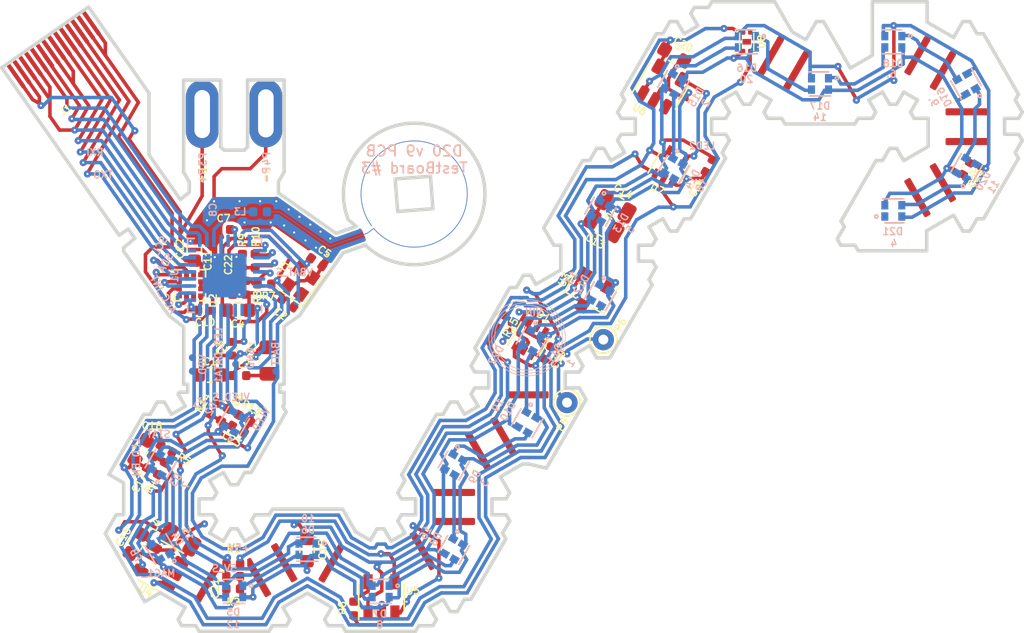
<source format=kicad_pcb>
(kicad_pcb (version 20171130) (host pcbnew "(5.1.10)-1")
  (title_block (title FLX-F020) (date 2020-04-06) (rev 5) (company "Systemic Games, LLC") (comment 1 "Flexible PCB, 0.15mm thickness"))
  (layers (0 F.Cu signal) (31 B.Cu signal) (34 B.Paste user hide) (35 F.Paste user hide) (36 B.SilkS user) (37 F.SilkS user) (38 B.Mask user hide) (39 F.Mask user) (44 Edge.Cuts user))
  (net 0 "")
  (net 1 /ANTENNA)
  (net 2 "Net-(C1-Pad1)")
  (net 3 GND)
  (net 4 "Net-(C2-Pad2)")
  (net 5 "Net-(C3-Pad1)")
  (net 6 VDD)
  (net 7 "Net-(C5-Pad2)")
  (net 8 /VLED_SENSE)
  (net 9 "Net-(C7-Pad1)")
  (net 10 /ANT_CHIP)
  (net 11 "Net-(C13-Pad1)")
  (net 12 +5V)
  (net 13 VBAT)
  (net 14 "Net-(C17-Pad2)")
  (net 15 "Net-(C19-Pad1)")
  (net 16 "Net-(C19-Pad2)")
  (net 17 /5V_SENSE)
  (net 18 /VBAT_SENSE)
  (net 19 VLED)
  (net 20 /LED_DATA)
  (net 21 "Net-(D2-Pad1)")
  (net 22 "Net-(D3-Pad1)")
  (net 23 "Net-(D4-Pad1)")
  (net 24 "Net-(D5-Pad1)")
  (net 25 "Net-(D6-Pad1)")
  (net 26 "Net-(D7-Pad1)")
  (net 27 "Net-(D8-Pad1)")
  (net 28 "Net-(D10-Pad3)")
  (net 29 "Net-(D10-Pad1)")
  (net 30 "Net-(D11-Pad1)")
  (net 31 "Net-(D12-Pad1)")
  (net 32 "Net-(D13-Pad1)")
  (net 33 "Net-(D14-Pad1)")
  (net 34 "Net-(D15-Pad1)")
  (net 35 "Net-(D16-Pad1)")
  (net 36 "Net-(D17-Pad1)")
  (net 37 "Net-(D18-Pad1)")
  (net 38 "Net-(D19-Pad1)")
  (net 39 "Net-(D20-Pad1)")
  (net 40 "Net-(D22-Pad1)")
  (net 41 TXO)
  (net 42 SWO)
  (net 43 RXI)
  (net 44 RESET)
  (net 45 SWDCLK)
  (net 46 SWDIO)
  (net 47 "Net-(L1-Pad2)")
  (net 48 "Net-(L1-Pad1)")
  (net 49 "Net-(L4-Pad1)")
  (net 50 "Net-(R6-Pad1)")
  (net 51 "Net-(R10-Pad1)")
  (net 52 "Net-(R10-Pad2)")
  (net 53 /STATS)
  (net 54 /ACC_INT)
  (net 55 /SCL)
  (net 56 /SDA)
  (net 57 /LED_EN)
  (net 58 /Power/MAG1_)
  (net 59 /Power/LED_EN_OUT)
  (module Pixels-dice:SK6812-1515 (layer B.Cu) (at 171.809711 96.758782)
    (fp_text reference D21 (at -0.039711 1.451218) (layer B.SilkS) (effects (font (size 0.5 0.5) (thickness 0.1)) (justify mirror)))
    (fp_text value SK6812-1515)
    (pad 4 smd rect (at 0.6 0.4) (size 0.5 0.6) (layers B.Cu B.Paste B.Mask) (net 19 VLED))
    (pad 3 smd rect (at 0.6 -0.4) (size 0.5 0.6) (layers B.Cu B.Paste B.Mask) (net 39 "Net-(D20-Pad1)"))
    (pad 2 smd rect (at -0.6 -0.4) (size 0.5 0.6) (layers B.Cu B.Paste B.Mask) (net 3 GND))
    (pad 1 smd rect (at -0.6 0.4) (size 0.5 0.6) (layers B.Cu B.Paste B.Mask))
  )
  (module Pixels-dice:SK6812-1515 (layer B.Cu) (at 176.990289 93.778782 60)
    (fp_text reference D20 (at -0.174641 1.439948 60) (layer B.SilkS) (effects (font (size 0.5 0.5) (thickness 0.1)) (justify mirror)))
    (fp_text value SK6812-1515)
    (pad 4 smd rect (at 0.6 0.4 60) (size 0.5 0.6) (layers B.Cu B.Paste B.Mask) (net 19 VLED))
    (pad 3 smd rect (at 0.6 -0.4 60) (size 0.5 0.6) (layers B.Cu B.Paste B.Mask) (net 38 "Net-(D19-Pad1)"))
    (pad 2 smd rect (at -0.6 -0.4 60) (size 0.5 0.6) (layers B.Cu B.Paste B.Mask) (net 3 GND))
    (pad 1 smd rect (at -0.6 0.4 60) (size 0.5 0.6) (layers B.Cu B.Paste B.Mask) (net 39 "Net-(D20-Pad1)"))
  )
  (module Pixels-dice:SK6812-1515 (layer B.Cu) (at 176.98 87.8 120)
    (fp_text reference D19 (at 0 -1.85 120) (layer B.SilkS) (effects (font (size 0.5 0.5) (thickness 0.1)) (justify mirror)))
    (fp_text value SK6812-1515)
    (pad 4 smd rect (at 0.6 0.4 120) (size 0.5 0.6) (layers B.Cu B.Paste B.Mask) (net 19 VLED))
    (pad 3 smd rect (at 0.6 -0.4 120) (size 0.5 0.6) (layers B.Cu B.Paste B.Mask) (net 37 "Net-(D18-Pad1)"))
    (pad 2 smd rect (at -0.6 -0.4 120) (size 0.5 0.6) (layers B.Cu B.Paste B.Mask) (net 3 GND))
    (pad 1 smd rect (at -0.6 0.4 120) (size 0.5 0.6) (layers B.Cu B.Paste B.Mask) (net 38 "Net-(D19-Pad1)"))
  )
  (module Pixels-dice:SK6812-1515 (layer B.Cu) (at 171.808782 84.809711 180)
    (fp_text reference D18 (at 0.008782 -1.530289) (layer B.SilkS) (effects (font (size 0.5 0.5) (thickness 0.1)) (justify mirror)))
    (fp_text value SK6812-1515)
    (pad 4 smd rect (at 0.6 0.4 180) (size 0.5 0.6) (layers B.Cu B.Paste B.Mask) (net 19 VLED))
    (pad 3 smd rect (at 0.6 -0.4 180) (size 0.5 0.6) (layers B.Cu B.Paste B.Mask) (net 36 "Net-(D17-Pad1)"))
    (pad 2 smd rect (at -0.6 -0.4 180) (size 0.5 0.6) (layers B.Cu B.Paste B.Mask) (net 3 GND))
    (pad 1 smd rect (at -0.6 0.4 180) (size 0.5 0.6) (layers B.Cu B.Paste B.Mask) (net 37 "Net-(D18-Pad1)"))
  )
  (module Pixels-dice:SK6812-1515 (layer B.Cu) (at 166.628782 87.790289 180)
    (fp_text reference D17 (at 0 -1.549711) (layer B.SilkS) (effects (font (size 0.5 0.5) (thickness 0.1)) (justify mirror)))
    (fp_text value SK6812-1515)
    (pad 4 smd rect (at 0.6 0.4 180) (size 0.5 0.6) (layers B.Cu B.Paste B.Mask) (net 19 VLED))
    (pad 3 smd rect (at 0.6 -0.4 180) (size 0.5 0.6) (layers B.Cu B.Paste B.Mask) (net 35 "Net-(D16-Pad1)"))
    (pad 2 smd rect (at -0.6 -0.4 180) (size 0.5 0.6) (layers B.Cu B.Paste B.Mask) (net 3 GND))
    (pad 1 smd rect (at -0.6 0.4 180) (size 0.5 0.6) (layers B.Cu B.Paste B.Mask) (net 36 "Net-(D17-Pad1)"))
  )
  (module Pixels-dice:SK6812-1515 (layer B.Cu) (at 161.458782 84.810289 180)
    (fp_text reference D16 (at 0 -1.85) (layer B.SilkS) (effects (font (size 0.5 0.5) (thickness 0.1)) (justify mirror)))
    (fp_text value SK6812-1515)
    (pad 4 smd rect (at 0.6 0.4 180) (size 0.5 0.6) (layers B.Cu B.Paste B.Mask) (net 19 VLED))
    (pad 3 smd rect (at 0.6 -0.4 180) (size 0.5 0.6) (layers B.Cu B.Paste B.Mask) (net 34 "Net-(D15-Pad1)"))
    (pad 2 smd rect (at -0.6 -0.4 180) (size 0.5 0.6) (layers B.Cu B.Paste B.Mask) (net 3 GND))
    (pad 1 smd rect (at -0.6 0.4 180) (size 0.5 0.6) (layers B.Cu B.Paste B.Mask) (net 35 "Net-(D16-Pad1)"))
  )
  (module Pixels-dice:SK6812-1515 (layer B.Cu) (at 156.278782 87.800289 240)
    (fp_text reference D15 (at 0 -1.85 60) (layer B.SilkS) (effects (font (size 0.5 0.5) (thickness 0.1)) (justify mirror)))
    (fp_text value SK6812-1515)
    (pad 4 smd rect (at 0.6 0.4 240) (size 0.5 0.6) (layers B.Cu B.Paste B.Mask) (net 19 VLED))
    (pad 3 smd rect (at 0.6 -0.4 240) (size 0.5 0.6) (layers B.Cu B.Paste B.Mask) (net 33 "Net-(D14-Pad1)"))
    (pad 2 smd rect (at -0.6 -0.4 240) (size 0.5 0.6) (layers B.Cu B.Paste B.Mask) (net 3 GND))
    (pad 1 smd rect (at -0.6 0.4 240) (size 0.5 0.6) (layers B.Cu B.Paste B.Mask) (net 34 "Net-(D15-Pad1)"))
  )
  (module Pixels-dice:SK6812-1515 (layer B.Cu) (at 156.278782 93.770289 240)
    (fp_text reference D14 (at -0.00768 -1.532724 60) (layer B.SilkS) (effects (font (size 0.5 0.5) (thickness 0.1)) (justify mirror)))
    (fp_text value SK6812-1515)
    (pad 4 smd rect (at 0.6 0.4 240) (size 0.5 0.6) (layers B.Cu B.Paste B.Mask) (net 19 VLED))
    (pad 3 smd rect (at 0.6 -0.4 240) (size 0.5 0.6) (layers B.Cu B.Paste B.Mask) (net 32 "Net-(D13-Pad1)"))
    (pad 2 smd rect (at -0.6 -0.4 240) (size 0.5 0.6) (layers B.Cu B.Paste B.Mask) (net 3 GND))
    (pad 1 smd rect (at -0.6 0.4 240) (size 0.5 0.6) (layers B.Cu B.Paste B.Mask) (net 33 "Net-(D14-Pad1)"))
  )
  (module Pixels-dice:SK6812-1515 (layer B.Cu) (at 151.108782 96.760289 240)
    (fp_text reference D13 (at 0.013923 -1.695307 60) (layer B.SilkS) (effects (font (size 0.5 0.5) (thickness 0.1)) (justify mirror)))
    (fp_text value SK6812-1515)
    (pad 4 smd rect (at 0.6 0.4 240) (size 0.5 0.6) (layers B.Cu B.Paste B.Mask) (net 19 VLED))
    (pad 3 smd rect (at 0.6 -0.4 240) (size 0.5 0.6) (layers B.Cu B.Paste B.Mask) (net 31 "Net-(D12-Pad1)"))
    (pad 2 smd rect (at -0.6 -0.4 240) (size 0.5 0.6) (layers B.Cu B.Paste B.Mask) (net 3 GND))
    (pad 1 smd rect (at -0.6 0.4 240) (size 0.5 0.6) (layers B.Cu B.Paste B.Mask) (net 32 "Net-(D13-Pad1)"))
  )
  (module Pixels-dice:SK6812-1515 (layer B.Cu) (at 151.108782 102.730289 240)
    (fp_text reference D12 (at 0.002301 1.544564 60) (layer B.SilkS) (effects (font (size 0.5 0.5) (thickness 0.1)) (justify mirror)))
    (fp_text value SK6812-1515)
    (pad 4 smd rect (at 0.6 0.4 240) (size 0.5 0.6) (layers B.Cu B.Paste B.Mask) (net 19 VLED))
    (pad 3 smd rect (at 0.6 -0.4 240) (size 0.5 0.6) (layers B.Cu B.Paste B.Mask) (net 30 "Net-(D11-Pad1)"))
    (pad 2 smd rect (at -0.6 -0.4 240) (size 0.5 0.6) (layers B.Cu B.Paste B.Mask) (net 3 GND))
    (pad 1 smd rect (at -0.6 0.4 240) (size 0.5 0.6) (layers B.Cu B.Paste B.Mask) (net 31 "Net-(D12-Pad1)"))
  )
  (module Pixels-dice:SK6812-1515 (layer B.Cu) (at 146.28 105.93 240)
    (fp_text reference D11 (at 0 -1.85 60) (layer B.SilkS) (effects (font (size 0.5 0.5) (thickness 0.1)) (justify mirror)))
    (fp_text value SK6812-1515)
    (pad 4 smd rect (at 0.6 0.4 240) (size 0.5 0.6) (layers B.Cu B.Paste B.Mask) (net 19 VLED))
    (pad 3 smd rect (at 0.6 -0.4 240) (size 0.5 0.6) (layers B.Cu B.Paste B.Mask) (net 29 "Net-(D10-Pad1)"))
    (pad 2 smd rect (at -0.6 -0.4 240) (size 0.5 0.6) (layers B.Cu B.Paste B.Mask) (net 3 GND))
    (pad 1 smd rect (at -0.6 0.4 240) (size 0.5 0.6) (layers B.Cu B.Paste B.Mask) (net 30 "Net-(D11-Pad1)"))
  )
  (module Pixels-dice:SK6812-1515 (layer B.Cu) (at 145.928782 111.700289 240)
    (fp_text reference D10 (at 0.007301 1.553224 60) (layer B.SilkS) (effects (font (size 0.5 0.5) (thickness 0.1)) (justify mirror)))
    (fp_text value SK6812-1515)
    (pad 4 smd rect (at 0.6 0.4 240) (size 0.5 0.6) (layers B.Cu B.Paste B.Mask) (net 19 VLED))
    (pad 3 smd rect (at 0.6 -0.4 240) (size 0.5 0.6) (layers B.Cu B.Paste B.Mask) (net 28 "Net-(D10-Pad3)"))
    (pad 2 smd rect (at -0.6 -0.4 240) (size 0.5 0.6) (layers B.Cu B.Paste B.Mask) (net 3 GND))
    (pad 1 smd rect (at -0.6 0.4 240) (size 0.5 0.6) (layers B.Cu B.Paste B.Mask) (net 29 "Net-(D10-Pad1)"))
  )
  (module Pixels-dice:SK6812-1515 (layer B.Cu) (at 140.758782 114.690289 240)
    (fp_text reference D9 (at 0.008923 -1.703968 60) (layer B.SilkS) (effects (font (size 0.5 0.5) (thickness 0.1)) (justify mirror)))
    (fp_text value SK6812-1515)
    (pad 4 smd rect (at 0.6 0.4 240) (size 0.5 0.6) (layers B.Cu B.Paste B.Mask) (net 19 VLED))
    (pad 3 smd rect (at 0.6 -0.4 240) (size 0.5 0.6) (layers B.Cu B.Paste B.Mask) (net 27 "Net-(D8-Pad1)"))
    (pad 2 smd rect (at -0.6 -0.4 240) (size 0.5 0.6) (layers B.Cu B.Paste B.Mask) (net 3 GND))
    (pad 1 smd rect (at -0.6 0.4 240) (size 0.5 0.6) (layers B.Cu B.Paste B.Mask) (net 28 "Net-(D10-Pad3)"))
  )
  (module Pixels-dice:SK6812-1515 (layer B.Cu) (at 140.748782 120.660289 240)
    (fp_text reference D8 (at 0.019263 1.453942 60) (layer B.SilkS) (effects (font (size 0.5 0.5) (thickness 0.1)) (justify mirror)))
    (fp_text value SK6812-1515)
    (pad 4 smd rect (at 0.6 0.4 240) (size 0.5 0.6) (layers B.Cu B.Paste B.Mask) (net 19 VLED))
    (pad 3 smd rect (at 0.6 -0.4 240) (size 0.5 0.6) (layers B.Cu B.Paste B.Mask) (net 26 "Net-(D7-Pad1)"))
    (pad 2 smd rect (at -0.6 -0.4 240) (size 0.5 0.6) (layers B.Cu B.Paste B.Mask) (net 3 GND))
    (pad 1 smd rect (at -0.6 0.4 240) (size 0.5 0.6) (layers B.Cu B.Paste B.Mask) (net 27 "Net-(D8-Pad1)"))
  )
  (module Pixels-dice:SK6812-1515 (layer B.Cu) (at 135.578782 123.650289 180)
    (fp_text reference D7 (at 0.048782 -1.589711) (layer B.SilkS) (effects (font (size 0.5 0.5) (thickness 0.1)) (justify mirror)))
    (fp_text value SK6812-1515)
    (pad 4 smd rect (at 0.6 0.4 180) (size 0.5 0.6) (layers B.Cu B.Paste B.Mask) (net 19 VLED))
    (pad 3 smd rect (at 0.6 -0.4 180) (size 0.5 0.6) (layers B.Cu B.Paste B.Mask) (net 25 "Net-(D6-Pad1)"))
    (pad 2 smd rect (at -0.6 -0.4 180) (size 0.5 0.6) (layers B.Cu B.Paste B.Mask) (net 3 GND))
    (pad 1 smd rect (at -0.6 0.4 180) (size 0.5 0.6) (layers B.Cu B.Paste B.Mask) (net 26 "Net-(D7-Pad1)"))
  )
  (module Pixels-dice:SK6812-1515 (layer B.Cu) (at 130.41 120.67 180)
    (fp_text reference D6 (at -0.04 1.37) (layer B.SilkS) (effects (font (size 0.5 0.5) (thickness 0.1)) (justify mirror)))
    (fp_text value SK6812-1515)
    (pad 4 smd rect (at 0.6 0.4 180) (size 0.5 0.6) (layers B.Cu B.Paste B.Mask) (net 19 VLED))
    (pad 3 smd rect (at 0.6 -0.4 180) (size 0.5 0.6) (layers B.Cu B.Paste B.Mask) (net 24 "Net-(D5-Pad1)"))
    (pad 2 smd rect (at -0.6 -0.4 180) (size 0.5 0.6) (layers B.Cu B.Paste B.Mask) (net 3 GND))
    (pad 1 smd rect (at -0.6 0.4 180) (size 0.5 0.6) (layers B.Cu B.Paste B.Mask) (net 25 "Net-(D6-Pad1)"))
  )
  (module Pixels-dice:SK6812-1515 (layer B.Cu) (at 125.23 123.65 180)
    (fp_text reference D5 (at 0.06 -1.47) (layer B.SilkS) (effects (font (size 0.5 0.5) (thickness 0.1)) (justify mirror)))
    (fp_text value SK6812-1515)
    (pad 4 smd rect (at 0.6 0.4 180) (size 0.5 0.6) (layers B.Cu B.Paste B.Mask) (net 19 VLED))
    (pad 3 smd rect (at 0.6 -0.4 180) (size 0.5 0.6) (layers B.Cu B.Paste B.Mask) (net 23 "Net-(D4-Pad1)"))
    (pad 2 smd rect (at -0.6 -0.4 180) (size 0.5 0.6) (layers B.Cu B.Paste B.Mask) (net 3 GND))
    (pad 1 smd rect (at -0.6 0.4 180) (size 0.5 0.6) (layers B.Cu B.Paste B.Mask) (net 24 "Net-(D5-Pad1)"))
  )
  (module Pixels-dice:SK6812-1515 (layer B.Cu) (at 120.048782 120.659711 120)
    (fp_text reference D4 (at 0.051339 1.3705 120) (layer B.SilkS) (effects (font (size 0.5 0.5) (thickness 0.1)) (justify mirror)))
    (fp_text value SK6812-1515)
    (pad 4 smd rect (at 0.6 0.4 120) (size 0.5 0.6) (layers B.Cu B.Paste B.Mask) (net 19 VLED))
    (pad 3 smd rect (at 0.6 -0.4 120) (size 0.5 0.6) (layers B.Cu B.Paste B.Mask) (net 22 "Net-(D3-Pad1)"))
    (pad 2 smd rect (at -0.6 -0.4 120) (size 0.5 0.6) (layers B.Cu B.Paste B.Mask) (net 3 GND))
    (pad 1 smd rect (at -0.6 0.4 120) (size 0.5 0.6) (layers B.Cu B.Paste B.Mask) (net 23 "Net-(D4-Pad1)"))
  )
  (module Pixels-dice:SK6812-1515 (layer B.Cu) (at 120.048782 114.690289 60)
    (fp_text reference D3 (at -0.404448 1.458897 60) (layer B.SilkS) (effects (font (size 0.5 0.5) (thickness 0.1)) (justify mirror)))
    (fp_text value SK6812-1515)
    (pad 4 smd rect (at 0.6 0.4 60) (size 0.5 0.6) (layers B.Cu B.Paste B.Mask) (net 19 VLED))
    (pad 3 smd rect (at 0.6 -0.4 60) (size 0.5 0.6) (layers B.Cu B.Paste B.Mask) (net 21 "Net-(D2-Pad1)"))
    (pad 2 smd rect (at -0.6 -0.4 60) (size 0.5 0.6) (layers B.Cu B.Paste B.Mask) (net 3 GND))
    (pad 1 smd rect (at -0.6 0.4 60) (size 0.5 0.6) (layers B.Cu B.Paste B.Mask) (net 22 "Net-(D3-Pad1)"))
  )
  (module Pixels-dice:SK6812-1515 (layer B.Cu) (at 125.2 111.665 60)
    (fp_text reference D2 (at 0 -1.85 60) (layer B.SilkS) (effects (font (size 0.5 0.5) (thickness 0.1)) (justify mirror)))
    (fp_text value SK6812-1515)
    (pad 4 smd rect (at 0.6 0.4 60) (size 0.5 0.6) (layers B.Cu B.Paste B.Mask) (net 19 VLED))
    (pad 3 smd rect (at 0.6 -0.4 60) (size 0.5 0.6) (layers B.Cu B.Paste B.Mask) (net 20 /LED_DATA))
    (pad 2 smd rect (at -0.6 -0.4 60) (size 0.5 0.6) (layers B.Cu B.Paste B.Mask) (net 3 GND))
    (pad 1 smd rect (at -0.6 0.4 60) (size 0.5 0.6) (layers B.Cu B.Paste B.Mask) (net 21 "Net-(D2-Pad1)"))
  )
  (module Pixels-dice:BatteryConnector (layer B.Cu) (at 127.47 89.87 270)
    (fp_text reference P4 (at 3.2 -0.05 270) (layer B.SilkS) (effects (font (size 0.5 0.5) (thickness 0.1)) (justify mirror)))
    (fp_text value BATT-)
    (pad 1 thru_hole oval (at 0 0 270) (size 4.8 2.3) (drill oval 3.4 1.1) (layers *.Cu *.Mask) (net 3 GND))
  )
  (module Pixels-dice:BatteryConnector (layer B.Cu) (at 122.97 89.92 270)
    (fp_text reference P3 (at 3.2 -0.05 270) (layer B.SilkS) (effects (font (size 0.5 0.5) (thickness 0.1)) (justify mirror)))
    (fp_text value BATT+)
    (pad 1 thru_hole oval (at 0 0 270) (size 4.8 2.3) (drill oval 3.4 1.1) (layers *.Cu *.Mask) (net 13 VBAT))
  )
  (module Pixels-dice:VSON04Z1114A (layer F.Cu) (at 161.45 84.81)
    (fp_text reference U8 (at 1.05 0 90) (layer F.SilkS) (effects (font (size 0.5 0.5) (thickness 0.1))))
    (fp_text value BU52272NUZ hide)
    (pad "" smd rect (at 0 0) (size 0.6 0.4) (layers F.Cu F.Paste F.Mask) (clearance 0.2))
    (pad 4 smd roundrect (at 0.25 -0.7) (size 0.3 0.4) (layers F.Cu F.Paste F.Mask))
    (pad 3 smd roundrect (at 0.25 0.7) (size 0.3 0.4) (layers F.Cu F.Paste F.Mask) (net 58 /Power/MAG1_))
    (pad 2 smd roundrect (at -0.25 0.7) (size 0.3 0.4) (layers F.Cu F.Paste F.Mask) (net 3 GND))
    (pad 1 smd roundrect (at -0.25 -0.7) (size 0.3 0.4) (layers F.Cu F.Paste F.Mask) (net 13 VBAT))
  )
  (module Pixels-dice:SOT-23-5 (layer F.Cu) (at 120.05 121.89 150)
    (fp_text reference U4 (at 0.071647 -2.015903 150) (layer F.SilkS) (effects (font (size 0.5 0.5) (thickness 0.1))))
    (fp_text value LN3406 hide)
    (pad 5 smd roundrect (at 1.1 -0.95 150) (size 1.06 0.65) (layers F.Cu F.Paste F.Mask) (net 14 "Net-(C17-Pad2)"))
    (pad 4 smd roundrect (at 1.1 0.95 150) (size 1.06 0.65) (layers F.Cu F.Paste F.Mask) (net 13 VBAT))
    (pad 3 smd roundrect (at -1.1 0.95 150) (size 1.06 0.65) (layers F.Cu F.Paste F.Mask) (net 49 "Net-(L4-Pad1)"))
    (pad 2 smd roundrect (at -1.1 0 150) (size 1.06 0.65) (layers F.Cu F.Paste F.Mask) (net 3 GND))
    (pad 1 smd roundrect (at -1.1 -0.95 150) (size 1.06 0.65) (layers F.Cu F.Paste F.Mask) (net 58 /Power/MAG1_))
  )
  (module Pixels-dice:LGA-12_2x2mm_P0.5mm (layer F.Cu) (at 122.11 102.02)
    (fp_text reference U2 (at 1.625 1.0875 270) (layer F.SilkS) (effects (font (size 0.5 0.5) (thickness 0.1))))
    (fp_text value QMA7981 hide)
    (pad 12 smd rect (at -0.25 -0.7625 90) (size 0.375 0.35) (layers F.Cu F.Paste F.Mask) (net 55 /SCL) (clearance 0.15))
    (pad 11 smd rect (at 0.25 -0.7625 90) (size 0.375 0.35) (layers F.Cu F.Paste F.Mask) (clearance 0.15))
    (pad 6 smd rect (at 0.25 0.7625 90) (size 0.375 0.35) (layers F.Cu F.Paste F.Mask) (clearance 0.15))
    (pad 5 smd rect (at -0.25 0.7625 90) (size 0.375 0.35) (layers F.Cu F.Paste F.Mask) (net 54 /ACC_INT) (clearance 0.15))
    (pad 10 smd rect (at 0.7625 -0.75) (size 0.375 0.35) (layers F.Cu F.Paste F.Mask) (net 6 VDD) (clearance 0.15))
    (pad 1 smd rect (at -0.7625 -0.75) (size 0.375 0.35) (layers F.Cu F.Paste F.Mask) (net 3 GND) (clearance 0.15))
    (pad 7 smd rect (at 0.7625 0.75) (size 0.375 0.35) (layers F.Cu F.Paste F.Mask) (net 6 VDD) (clearance 0.15))
    (pad 4 smd rect (at -0.7625 0.75) (size 0.375 0.35) (layers F.Cu F.Paste F.Mask) (clearance 0.15))
    (pad 8 smd rect (at 0.7625 0.25) (size 0.375 0.35) (layers F.Cu F.Paste F.Mask) (net 3 GND) (clearance 0.15))
    (pad 9 smd rect (at 0.7625 -0.25) (size 0.375 0.35) (layers F.Cu F.Paste F.Mask) (net 3 GND) (clearance 0.15))
    (pad 3 smd rect (at -0.7625 0.25) (size 0.375 0.35) (layers F.Cu F.Paste F.Mask) (net 6 VDD) (clearance 0.15))
    (pad 2 smd rect (at -0.7625 -0.25) (size 0.375 0.35) (layers F.Cu F.Paste F.Mask) (net 56 /SDA) (clearance 0.15))
  )
  (module Pixels-dice:TEST_PIN (layer B.Cu) (at 114.36 92.6)
    (fp_text reference W1 hide)
    (fp_text value RXI (at 1.03 0.03 -180) (layer B.SilkS) (effects (font (size 0.5 0.5) (thickness 0.1)) (justify mirror)))
    (pad 1 smd circle (at 0 0) (size 0.5 0.5) (layers B.Cu B.Mask) (net 43 RXI))
  )
  (module Pixels-dice:TEST_PIN (layer B.Cu) (at 122.28 108.09)
    (fp_text reference W4 hide)
    (fp_text value ACC_CS hide)
    (pad 1 smd circle (at 0 0) (size 0.5 0.5) (layers B.Cu B.Mask) (net 6 VDD))
  )
  (module Pixels-dice:TEST_PIN (layer B.Cu) (at 127.77 101.16)
    (fp_text reference W20 hide)
    (fp_text value VBAT_S (at 1.71 -0.06 -180) (layer B.SilkS) (effects (font (size 0.5 0.5) (thickness 0.1)) (justify mirror)))
    (pad 1 smd circle (at 0 0) (size 0.5 0.5) (layers B.Cu B.Mask) (net 18 /VBAT_SENSE))
  )
  (module Pixels-dice:SOT-23 (layer F.Cu) (at 150.322724 102.591025 60)
    (fp_text reference U3 (at -0.04409 -1.998416 60) (layer F.SilkS) (effects (font (size 0.5 0.5) (thickness 0.1))))
    (fp_text value ME6209)
    (pad 1 smd rect (at 1 0.95 240) (size 0.9 0.8) (layers F.Cu F.Paste F.Mask) (net 3 GND))
    (pad 2 smd rect (at 1 -0.95 240) (size 0.9 0.8) (layers F.Cu F.Paste F.Mask) (net 12 +5V))
    (pad 3 smd rect (at -1 0 240) (size 0.9 0.8) (layers F.Cu F.Paste F.Mask) (net 11 "Net-(C13-Pad1)"))
  )
  (module Pixels-dice:TEST_PIN (layer B.Cu) (at 118.56 115.92)
    (fp_text reference W5 hide)
    (fp_text value LED_EN (at -0.25 -1.75 -270) (layer B.SilkS) (effects (font (size 0.5 0.5) (thickness 0.1)) (justify mirror)))
    (pad 1 smd circle (at 0 0) (size 0.5 0.5) (layers B.Cu B.Mask) (net 57 /LED_EN))
  )
  (module Pixels-dice:TEST_PIN (layer B.Cu) (at 114.86 94.15)
    (fp_text reference W2 hide)
    (fp_text value TXO (at 1.11 0.06 -180) (layer B.SilkS) (effects (font (size 0.5 0.5) (thickness 0.1)) (justify mirror)))
    (pad 1 smd circle (at 0 0) (size 0.5 0.5) (layers B.Cu B.Mask) (net 41 TXO))
  )
  (module Pixels-dice:TEST_PIN (layer B.Cu) (at 126.49 111.06)
    (fp_text reference W3 hide)
    (fp_text value VLED (at 0.66 0.43 -120) (layer B.SilkS) (effects (font (size 0.5 0.5) (thickness 0.1)) (justify mirror)))
    (pad 1 smd circle (at 0 0) (size 0.5 0.5) (layers B.Cu B.Mask) (net 19 VLED))
  )
  (module Pixels-dice:TEST_PIN (layer B.Cu) (at 121.31 103.37 90)
    (fp_text reference W7 hide)
    (fp_text value ACC_INT (at 0.7 -1.08 300) (layer B.SilkS) (effects (font (size 0.5 0.5) (thickness 0.1)) (justify mirror)))
    (pad 1 smd circle (at 0 0 90) (size 0.5 0.5) (layers B.Cu B.Mask) (net 54 /ACC_INT))
  )
  (module Pixels-dice:TEST_PIN (layer B.Cu) (at 120.31 101.82 90)
    (fp_text reference W9 hide)
    (fp_text value SDA (at 1.4 0.07 240) (layer B.SilkS) (effects (font (size 0.5 0.5) (thickness 0.1)) (justify mirror)))
    (pad 1 smd circle (at 0 0 90) (size 0.5 0.5) (layers B.Cu B.Mask) (net 56 /SDA))
  )
  (module Pixels-dice:Crystal_SMD_2016-4Pin_2.0x1.6mm (layer F.Cu) (at 129.91097 101.741126 55)
    (fp_text reference Y1 (at 0.235277 -1.496571 235) (layer F.SilkS) (effects (font (size 0.5 0.5) (thickness 0.1))))
    (fp_text value "32MHz 40ppm")
    (pad 4 smd roundrect (at -0.7 -0.55 55) (size 0.9 0.8) (layers F.Cu F.Paste F.Mask) (roundrect_rratio 0.075) (net 3 GND))
    (pad 2 smd roundrect (at 0.7 0.55 55) (size 0.9 0.8) (layers F.Cu F.Paste F.Mask) (roundrect_rratio 0.075) (net 3 GND))
    (pad 1 smd custom (at -0.7 0.55 55) (size 0.5 0.5) (layers F.Cu F.Paste F.Mask) (net 4 "Net-(C2-Pad2)") (options (clearance outline) (anchor rect)) (primitives (gr_poly (pts (xy 0.4 -0.2) (xy 0.4 0.35) (xy -0.4 0.35) (xy -0.4 -0.35) (xy 0.25 -0.35)) (width 0.1)) (gr_line (start -0.2 0.25) (end -0.3 0.15) (width 0.1)) (gr_line (start -0.3 -0.25) (end 0.2 0.25) (width 0.1))))
    (pad 3 smd custom (at 0.7 -0.55 55) (size 0.5 0.5) (layers F.Cu F.Paste F.Mask) (net 7 "Net-(C5-Pad2)") (options (clearance outline) (anchor rect)) (primitives (gr_poly (pts (xy 0.4 0.35) (xy -0.25 0.35) (xy -0.4 0.2) (xy -0.4 -0.35) (xy 0.4 -0.35)) (width 0.1)) (gr_line (start 0.2 -0.25) (end 0.3 -0.15) (width 0.1))))
  )
  (module Pixels-dice:SOT-23-5 (layer F.Cu) (at 155.47 87.97 60)
    (fp_text reference U6 (at -2.199301 -0.589301 150) (layer F.SilkS) (effects (font (size 0.5 0.5) (thickness 0.1))))
    (fp_text value LPW5208 hide)
    (pad 1 smd roundrect (at -1.1 -0.95 60) (size 1.06 0.65) (layers F.Cu F.Paste F.Mask) (net 19 VLED))
    (pad 2 smd roundrect (at -1.1 0 60) (size 1.06 0.65) (layers F.Cu F.Paste F.Mask) (net 3 GND))
    (pad 3 smd roundrect (at -1.1 0.95 60) (size 1.06 0.65) (layers F.Cu F.Paste F.Mask))
    (pad 4 smd roundrect (at 1.1 0.95 60) (size 1.06 0.65) (layers F.Cu F.Paste F.Mask) (net 59 /Power/LED_EN_OUT))
    (pad 5 smd roundrect (at 1.1 -0.95 60) (size 1.06 0.65) (layers F.Cu F.Paste F.Mask) (net 13 VBAT))
  )
  (module TestPoint:TestPoint_THTPad_D1.5mm_Drill0.7mm (layer F.Cu) (at 151.32 105.86 30)
    (fp_text reference P6 (at 1.576551 -0.290666 240) (layer F.SilkS) (effects (font (size 0.5 0.5) (thickness 0.1))))
    (fp_text value COILB)
    (pad 1 thru_hole circle (at 0 0 30) (size 1.5 1.5) (drill 0.7) (layers *.Cu *.Mask) (net 16 "Net-(C19-Pad2)"))
  )
  (module Resistor_SMD:R_0402_1005Metric (layer F.Cu) (at 126.71 100.29 90)
    (fp_text reference R10 (at 1.71 0.05 270) (layer F.SilkS) (effects (font (size 0.5 0.5) (thickness 0.1))))
    (fp_text value "100k 1%")
    (pad 2 smd roundrect (at 0.485 0 90) (size 0.59 0.64) (layers F.Cu F.Paste F.Mask) (net 52 "Net-(R10-Pad2)"))
    (pad 1 smd roundrect (at -0.485 0 90) (size 0.59 0.64) (layers F.Cu F.Paste F.Mask) (net 51 "Net-(R10-Pad1)"))
  )
  (module Resistor_SMD:R_0402_1005Metric (layer F.Cu) (at 120.091395 114.981109 240)
    (fp_text reference R4 (at 1.474589 0.016282 60) (layer F.SilkS) (effects (font (size 0.5 0.5) (thickness 0.1))))
    (fp_text value "402k 1%")
    (pad 2 smd roundrect (at 0.485 0 240) (size 0.59 0.64) (layers F.Cu F.Paste F.Mask) (net 6 VDD))
    (pad 1 smd roundrect (at -0.485 0 240) (size 0.59 0.64) (layers F.Cu F.Paste F.Mask) (net 14 "Net-(C17-Pad2)"))
  )
  (module TestPoint:TestPoint_THTPad_D1.5mm_Drill0.7mm (layer F.Cu) (at 148.75 110.31 30)
    (fp_text reference P5 (at -1.044808 1.20966 240) (layer F.SilkS) (effects (font (size 0.5 0.5) (thickness 0.1))))
    (fp_text value COILA)
    (pad 1 thru_hole circle (at 0 0 30) (size 1.5 1.5) (drill 0.7) (layers *.Cu *.Mask) (net 15 "Net-(C19-Pad1)"))
  )
  (module Capacitor_SMD:C_0603_1608Metric (layer F.Cu) (at 156.33 85.77 330)
    (fp_text reference C20 (at 0.16 -0.98 150) (layer F.SilkS) (effects (font (size 0.5 0.5) (thickness 0.1))))
    (fp_text value "4.7uF 6.3V 20%")
    (pad 2 smd roundrect (at 0.7875 0 330) (size 0.875 0.95) (layers F.Cu F.Paste F.Mask) (net 3 GND))
    (pad 1 smd roundrect (at -0.7875 0 330) (size 0.875 0.95) (layers F.Cu F.Paste F.Mask) (net 13 VBAT))
  )
  (module Inductor_SMD:L_0805_2012Metric (layer F.Cu) (at 121.42 119.97 150)
    (fp_text reference L4 (at 2.0175 0 240) (layer F.SilkS) (effects (font (size 0.5 0.5) (thickness 0.1))))
    (fp_text value "2.2uH 20mA 10%")
    (pad 1 smd roundrect (at -0.9375 0 150) (size 0.975 1.4) (layers F.Cu F.Paste F.Mask) (net 49 "Net-(L4-Pad1)"))
    (pad 2 smd roundrect (at 0.9375 0 150) (size 0.975 1.4) (layers F.Cu F.Paste F.Mask) (net 6 VDD))
  )
  (module Resistor_SMD:R_0402_1005Metric (layer F.Cu) (at 120.444985 113.568673 330)
    (fp_text reference R5 (at 1.435218 0.01584 330) (layer F.SilkS) (effects (font (size 0.5 0.5) (thickness 0.1))))
    (fp_text value "100k 1%")
    (pad 1 smd roundrect (at -0.485 0 330) (size 0.59 0.64) (layers F.Cu F.Paste F.Mask) (net 3 GND))
    (pad 2 smd roundrect (at 0.485 0 330) (size 0.59 0.64) (layers F.Cu F.Paste F.Mask) (net 14 "Net-(C17-Pad2)"))
  )
  (module Resistor_SMD:R_0402_1005Metric (layer F.Cu) (at 125.16 123.47 180)
    (fp_text reference R2 (at -0.01 -0.94) (layer F.SilkS) (effects (font (size 0.5 0.5) (thickness 0.1))))
    (fp_text value "10M 1%")
    (pad 1 smd roundrect (at -0.485 0 180) (size 0.59 0.64) (layers F.Cu F.Paste F.Mask) (net 3 GND))
    (pad 2 smd roundrect (at 0.485 0 180) (size 0.59 0.64) (layers F.Cu F.Paste F.Mask) (net 17 /5V_SENSE))
  )
  (module Resistor_SMD:R_0402_1005Metric (layer F.Cu) (at 125.81 100.29 270)
    (fp_text reference R9 (at -1.46 0 90) (layer F.SilkS) (effects (font (size 0.5 0.5) (thickness 0.1))))
    (fp_text value "78.7K 1%")
    (pad 1 smd roundrect (at -0.485 0 270) (size 0.59 0.64) (layers F.Cu F.Paste F.Mask) (net 3 GND))
    (pad 2 smd roundrect (at 0.485 0 270) (size 0.59 0.64) (layers F.Cu F.Paste F.Mask) (net 51 "Net-(R10-Pad1)"))
  )
  (module Resistor_SMD:R_0402_1005Metric (layer F.Cu) (at 126.04 102.19 270)
    (fp_text reference R8 (at 0.67 -0.85 270) (layer F.SilkS) (effects (font (size 0.5 0.5) (thickness 0.1))))
    (fp_text value "10M 1%")
    (pad 2 smd roundrect (at 0.485 0 270) (size 0.59 0.64) (layers F.Cu F.Paste F.Mask) (net 3 GND))
    (pad 1 smd roundrect (at -0.485 0 270) (size 0.59 0.64) (layers F.Cu F.Paste F.Mask) (net 18 /VBAT_SENSE))
  )
  (module Inductor_SMD:L_0402_1005Metric (layer B.Cu) (at 127.06 96.83)
    (fp_text reference L3 (at -1.41 -0.01) (layer B.SilkS) (effects (font (size 0.5 0.5) (thickness 0.1)) (justify mirror)))
    (fp_text value "3.9nH 100 mA 5%")
    (pad 2 smd roundrect (at 0.485 0) (size 0.59 0.64) (layers B.Cu B.Paste B.Mask) (net 1 /ANTENNA))
    (pad 1 smd roundrect (at -0.485 0) (size 0.59 0.64) (layers B.Cu B.Paste B.Mask) (net 10 /ANT_CHIP))
  )
  (module Package_DFN_QFN:QFN-32-1EP_5x5mm_P0.5mm_EP3.1x3.1mm (layer B.Cu) (at 124.55 101.32 90)
    (fp_text reference U1 (at -0.01 -3.54 270) (layer B.SilkS) (effects (font (size 0.5 0.5) (thickness 0.1)) (justify mirror)))
    (fp_text value N52810_QFN32)
    (pad 32 smd roundrect (at -1.75 2.4375 90) (size 0.25 0.875) (layers B.Cu B.Paste B.Mask) (net 6 VDD))
    (pad 31 smd roundrect (at -1.25 2.4375 90) (size 0.25 0.875) (layers B.Cu B.Paste B.Mask) (net 48 "Net-(L1-Pad1)"))
    (pad 30 smd roundrect (at -0.75 2.4375 90) (size 0.25 0.875) (layers B.Cu B.Paste B.Mask) (net 2 "Net-(C1-Pad1)"))
    (pad 29 smd roundrect (at -0.25 2.4375 90) (size 0.25 0.875) (layers B.Cu B.Paste B.Mask) (net 3 GND))
    (pad 28 smd roundrect (at 0.25 2.4375 90) (size 0.25 0.875) (layers B.Cu B.Paste B.Mask) (net 18 /VBAT_SENSE))
    (pad 27 smd roundrect (at 0.75 2.4375 90) (size 0.25 0.875) (layers B.Cu B.Paste B.Mask) (net 51 "Net-(R10-Pad1)"))
    (pad 26 smd roundrect (at 1.25 2.4375 90) (size 0.25 0.875) (layers B.Cu B.Paste B.Mask) (net 52 "Net-(R10-Pad2)"))
    (pad 25 smd roundrect (at 1.75 2.4375 90) (size 0.25 0.875) (layers B.Cu B.Paste B.Mask) (net 6 VDD))
    (pad 24 smd roundrect (at 2.4375 1.75 90) (size 0.875 0.25) (layers B.Cu B.Paste B.Mask) (net 4 "Net-(C2-Pad2)"))
    (pad 23 smd roundrect (at 2.4375 1.25 90) (size 0.875 0.25) (layers B.Cu B.Paste B.Mask) (net 7 "Net-(C5-Pad2)"))
    (pad 22 smd roundrect (at 2.4375 0.75 90) (size 0.875 0.25) (layers B.Cu B.Paste B.Mask) (net 9 "Net-(C7-Pad1)"))
    (pad 21 smd roundrect (at 2.4375 0.25 90) (size 0.875 0.25) (layers B.Cu B.Paste B.Mask))
    (pad 20 smd roundrect (at 2.4375 -0.25 90) (size 0.875 0.25) (layers B.Cu B.Paste B.Mask) (net 3 GND))
    (pad 19 smd roundrect (at 2.4375 -0.75 90) (size 0.875 0.25) (layers B.Cu B.Paste B.Mask) (net 10 /ANT_CHIP))
    (pad 18 smd roundrect (at 2.4375 -1.25 90) (size 0.875 0.25) (layers B.Cu B.Paste B.Mask) (net 46 SWDIO))
    (pad 17 smd roundrect (at 2.4375 -1.75 90) (size 0.875 0.25) (layers B.Cu B.Paste B.Mask) (net 45 SWDCLK))
    (pad 16 smd roundrect (at 1.75 -2.4375 90) (size 0.25 0.875) (layers B.Cu B.Paste B.Mask) (net 44 RESET))
    (pad 15 smd roundrect (at 1.25 -2.4375 90) (size 0.25 0.875) (layers B.Cu B.Paste B.Mask) (net 43 RXI))
    (pad 14 smd roundrect (at 0.75 -2.4375 90) (size 0.25 0.875) (layers B.Cu B.Paste B.Mask) (net 42 SWO))
    (pad 13 smd roundrect (at 0.25 -2.4375 90) (size 0.25 0.875) (layers B.Cu B.Paste B.Mask) (net 41 TXO))
    (pad 12 smd roundrect (at -0.25 -2.4375 90) (size 0.25 0.875) (layers B.Cu B.Paste B.Mask) (net 55 /SCL))
    (pad 11 smd roundrect (at -0.75 -2.4375 90) (size 0.25 0.875) (layers B.Cu B.Paste B.Mask) (net 56 /SDA))
    (pad 10 smd roundrect (at -1.25 -2.4375 90) (size 0.25 0.875) (layers B.Cu B.Paste B.Mask) (net 54 /ACC_INT))
    (pad 9 smd roundrect (at -1.75 -2.4375 90) (size 0.25 0.875) (layers B.Cu B.Paste B.Mask) (net 6 VDD))
    (pad 8 smd roundrect (at -2.4375 -1.75 90) (size 0.875 0.25) (layers B.Cu B.Paste B.Mask))
    (pad 7 smd roundrect (at -2.4375 -1.25 90) (size 0.875 0.25) (layers B.Cu B.Paste B.Mask) (net 57 /LED_EN))
    (pad 6 smd roundrect (at -2.4375 -0.75 90) (size 0.875 0.25) (layers B.Cu B.Paste B.Mask) (net 53 /STATS))
    (pad 5 smd roundrect (at -2.4375 -0.25 90) (size 0.875 0.25) (layers B.Cu B.Paste B.Mask) (net 17 /5V_SENSE))
    (pad 4 smd roundrect (at -2.4375 0.25 90) (size 0.875 0.25) (layers B.Cu B.Paste B.Mask) (net 8 /VLED_SENSE))
    (pad 3 smd roundrect (at -2.4375 0.75 90) (size 0.875 0.25) (layers B.Cu B.Paste B.Mask) (net 20 /LED_DATA))
    (pad 2 smd roundrect (at -2.4375 1.25 90) (size 0.875 0.25) (layers B.Cu B.Paste B.Mask))
    (pad 1 smd roundrect (at -2.4375 1.75 90) (size 0.875 0.25) (layers B.Cu B.Paste B.Mask) (net 5 "Net-(C3-Pad1)"))
    (pad 33 smd roundrect (at 0 0 90) (size 3.1 3.1) (layers B.Cu B.Mask) (roundrect_rratio 0.08064483870967742) (net 3 GND))
  )
  (module Resistor_SMD:R_0402_1005Metric (layer F.Cu) (at 125.17 121.71 180)
    (fp_text reference R1 (at -0.01 1.07) (layer F.SilkS) (effects (font (size 0.5 0.5) (thickness 0.1))))
    (fp_text value "4M 1%")
    (pad 2 smd roundrect (at 0.485 0 180) (size 0.59 0.64) (layers F.Cu F.Paste F.Mask) (net 17 /5V_SENSE))
    (pad 1 smd roundrect (at -0.485 0 180) (size 0.59 0.64) (layers F.Cu F.Paste F.Mask) (net 12 +5V))
  )
  (module Resistor_SMD:R_0402_1005Metric (layer F.Cu) (at 127.37 101.93 180)
    (fp_text reference R7 (at -0.29 -0.85 180) (layer F.SilkS) (effects (font (size 0.5 0.5) (thickness 0.1))))
    (fp_text value "4M 1%")
    (pad 1 smd roundrect (at -0.485 0 180) (size 0.59 0.64) (layers F.Cu F.Paste F.Mask) (net 13 VBAT))
    (pad 2 smd roundrect (at 0.485 0 180) (size 0.59 0.64) (layers F.Cu F.Paste F.Mask) (net 18 /VBAT_SENSE))
  )
  (module Package_TO_SOT_SMD:SOT-23-5 (layer F.Cu) (at 135.64 124.07 90)
    (fp_text reference U5 (at 0.45 2.22 180) (layer F.SilkS) (effects (font (size 0.5 0.5) (thickness 0.1))))
    (fp_text value MCP73832T-2ACI/OT)
    (pad 1 smd rect (at -1.1 -0.95 90) (size 1.06 0.65) (layers F.Cu F.Paste F.Mask) (net 53 /STATS))
    (pad 2 smd rect (at -1.1 0 90) (size 1.06 0.65) (layers F.Cu F.Paste F.Mask) (net 3 GND))
    (pad 3 smd rect (at -1.1 0.95 90) (size 1.06 0.65) (layers F.Cu F.Paste F.Mask) (net 13 VBAT))
    (pad 4 smd rect (at 1.1 0.95 90) (size 1.06 0.65) (layers F.Cu F.Paste F.Mask) (net 12 +5V))
    (pad 5 smd rect (at 1.1 -0.95 90) (size 1.06 0.65) (layers F.Cu F.Paste F.Mask) (net 50 "Net-(R6-Pad1)"))
  )
  (module Package_TO_SOT_SMD:SOT-363_SC-70-6 (layer F.Cu) (at 146.16034 105.799693 60)
    (fp_text reference D1 (at 1.836545 0.001602 330) (layer F.SilkS) (effects (font (size 0.5 0.5) (thickness 0.1))))
    (fp_text value BAV99S)
    (pad 1 smd rect (at -0.95 -0.65 60) (size 0.65 0.4) (layers F.Cu F.Paste F.Mask) (net 3 GND))
    (pad 3 smd rect (at -0.95 0.65 60) (size 0.65 0.4) (layers F.Cu F.Paste F.Mask) (net 15 "Net-(C19-Pad1)"))
    (pad 5 smd rect (at 0.95 0 60) (size 0.65 0.4) (layers F.Cu F.Paste F.Mask) (net 11 "Net-(C13-Pad1)"))
    (pad 2 smd rect (at -0.95 0 60) (size 0.65 0.4) (layers F.Cu F.Paste F.Mask) (net 11 "Net-(C13-Pad1)"))
    (pad 4 smd rect (at 0.95 0.65 60) (size 0.65 0.4) (layers F.Cu F.Paste F.Mask) (net 3 GND))
    (pad 6 smd rect (at 0.95 -0.65 60) (size 0.65 0.4) (layers F.Cu F.Paste F.Mask) (net 16 "Net-(C19-Pad2)"))
  )
  (module Capacitor_SMD:C_0402_1005Metric (layer F.Cu) (at 158.8 93.59 240)
    (fp_text reference C24 (at 1.761359 0.010763 60) (layer F.SilkS) (effects (font (size 0.5 0.5) (thickness 0.1))))
    (fp_text value "0.1uF 10V 20%")
    (pad 1 smd roundrect (at -0.485 0 240) (size 0.59 0.64) (layers F.Cu F.Paste F.Mask) (net 19 VLED))
    (pad 2 smd roundrect (at 0.485 0 240) (size 0.59 0.64) (layers F.Cu F.Paste F.Mask) (net 3 GND))
  )
  (module Capacitor_SMD:C_0402_1005Metric (layer F.Cu) (at 119.311972 114.531109 60)
    (fp_text reference C17 (at -1.671743 0.062238 240) (layer F.SilkS) (effects (font (size 0.5 0.5) (thickness 0.1))))
    (fp_text value "22pF 10V 5%")
    (pad 1 smd roundrect (at -0.485 0 60) (size 0.59 0.64) (layers F.Cu F.Paste F.Mask) (net 6 VDD))
    (pad 2 smd roundrect (at 0.485 0 60) (size 0.59 0.64) (layers F.Cu F.Paste F.Mask) (net 14 "Net-(C17-Pad2)"))
  )
  (module Capacitor_SMD:C_0402_1005Metric (layer F.Cu) (at 125.120001 102.2 270)
    (fp_text reference C22 (at -1.63 0.300001 90) (layer F.SilkS) (effects (font (size 0.5 0.5) (thickness 0.1))))
    (fp_text value "10nF 25V 10%")
    (pad 1 smd roundrect (at -0.485 0 270) (size 0.59 0.64) (layers F.Cu F.Paste F.Mask) (net 18 /VBAT_SENSE))
    (pad 2 smd roundrect (at 0.485 0 270) (size 0.59 0.64) (layers F.Cu F.Paste F.Mask) (net 3 GND))
  )
  (module Capacitor_SMD:C_0402_1005Metric (layer F.Cu) (at 123.72 101.88 90)
    (fp_text reference C11 (at 1.62 -0.35 90) (layer F.SilkS) (effects (font (size 0.5 0.5) (thickness 0.1))))
    (fp_text value "0.1uF 10V 20%")
    (pad 1 smd roundrect (at -0.485 0 90) (size 0.59 0.64) (layers F.Cu F.Paste F.Mask) (net 3 GND))
    (pad 2 smd roundrect (at 0.485 0 90) (size 0.59 0.64) (layers F.Cu F.Paste F.Mask) (net 6 VDD))
  )
  (module Capacitor_SMD:C_0402_1005Metric (layer B.Cu) (at 124.61 96.695001 90)
    (fp_text reference C8 (at 0.01 -0.88 270) (layer B.SilkS) (effects (font (size 0.5 0.5) (thickness 0.1)) (justify mirror)))
    (fp_text value "0.8pF NP0 10V 5%")
    (pad 1 smd roundrect (at -0.485 0 90) (size 0.59 0.64) (layers B.Cu B.Paste B.Mask) (net 10 /ANT_CHIP))
    (pad 2 smd roundrect (at 0.485 0 90) (size 0.59 0.64) (layers B.Cu B.Paste B.Mask) (net 3 GND))
  )
  (module Capacitor_SMD:C_0402_1005Metric (layer F.Cu) (at 147.39866 106.814859 60)
    (fp_text reference C19 (at -0.028494 0.86093 60) (layer F.SilkS) (effects (font (size 0.5 0.5) (thickness 0.1))))
    (fp_text value "500pF 50V 10%")
    (pad 1 smd roundrect (at -0.485 0 60) (size 0.59 0.64) (layers F.Cu F.Paste F.Mask) (net 15 "Net-(C19-Pad1)"))
    (pad 2 smd roundrect (at 0.485 0 60) (size 0.59 0.64) (layers F.Cu F.Paste F.Mask) (net 16 "Net-(C19-Pad2)"))
  )
  (module Capacitor_SMD:C_0603_1608Metric (layer F.Cu) (at 118.61625 113.661995 60)
    (fp_text reference C18 (at 1.884506 -0.15993 180) (layer F.SilkS) (effects (font (size 0.5 0.5) (thickness 0.1))))
    (fp_text value "4.7uF 6.3V 20%")
    (pad 2 smd roundrect (at 0.7875 0 60) (size 0.875 0.95) (layers F.Cu F.Paste F.Mask) (net 3 GND))
    (pad 1 smd roundrect (at -0.7875 0 60) (size 0.875 0.95) (layers F.Cu F.Paste F.Mask) (net 6 VDD))
  )
  (module Capacitor_SMD:C_0805_2012Metric (layer F.Cu) (at 152.181899 96.43875 330)
    (fp_text reference C14 (at -0.063366 -1.185955 330) (layer F.SilkS) (effects (font (size 0.5 0.5) (thickness 0.1))))
    (fp_text value "10uF 25V 20%")
    (pad 2 smd roundrect (at 0.9375 0 330) (size 0.975 1.4) (layers F.Cu F.Paste F.Mask) (net 3 GND))
    (pad 1 smd roundrect (at -0.9375 0 330) (size 0.975 1.4) (layers F.Cu F.Paste F.Mask) (net 11 "Net-(C13-Pad1)"))
  )
  (module Capacitor_SMD:C_0603_1608Metric (layer F.Cu) (at 130.38 120.73 270)
    (fp_text reference C15 (at -0.03 -1.1 270) (layer F.SilkS) (effects (font (size 0.5 0.5) (thickness 0.1))))
    (fp_text value "4.7uF 6.3V 20%")
    (pad 1 smd roundrect (at -0.7875 0 270) (size 0.875 0.95) (layers F.Cu F.Paste F.Mask) (net 12 +5V))
    (pad 2 smd roundrect (at 0.7875 0 270) (size 0.875 0.95) (layers F.Cu F.Paste F.Mask) (net 3 GND))
  )
  (module Capacitor_SMD:C_0603_1608Metric (layer F.Cu) (at 122.41 99.4925 270)
    (fp_text reference C12 (at -0.0525 1.01 90) (layer F.SilkS) (effects (font (size 0.5 0.5) (thickness 0.1))))
    (fp_text value "4.7uF 6.3V 20%")
    (pad 1 smd roundrect (at -0.7875 0 270) (size 0.875 0.95) (layers F.Cu F.Paste F.Mask) (net 3 GND))
    (pad 2 smd roundrect (at 0.7875 0 270) (size 0.875 0.95) (layers F.Cu F.Paste F.Mask) (net 6 VDD))
  )
  (module Capacitor_SMD:C_0603_1608Metric (layer F.Cu) (at 125.49 103.78)
    (fp_text reference C4 (at 0 0.96 180) (layer F.SilkS) (effects (font (size 0.5 0.5) (thickness 0.1))))
    (fp_text value "4.7uF 6.3V 20%")
    (pad 2 smd roundrect (at 0.7875 0) (size 0.875 0.95) (layers F.Cu F.Paste F.Mask) (net 3 GND))
    (pad 1 smd roundrect (at -0.7875 0) (size 0.875 0.95) (layers F.Cu F.Paste F.Mask) (net 6 VDD))
  )
  (module Capacitor_SMD:C_0603_1608Metric (layer F.Cu) (at 118.28 120.29 240)
    (fp_text reference C16 (at 0.02 1 240) (layer F.SilkS) (effects (font (size 0.5 0.5) (thickness 0.1))))
    (fp_text value "4.7uF 6.3V 20%")
    (pad 2 smd roundrect (at 0.7875 0 240) (size 0.875 0.95) (layers F.Cu F.Paste F.Mask) (net 3 GND))
    (pad 1 smd roundrect (at -0.7875 0 240) (size 0.875 0.95) (layers F.Cu F.Paste F.Mask) (net 13 VBAT))
  )
  (module Capacitor_SMD:C_0402_1005Metric (layer F.Cu) (at 123.16 103.78)
    (fp_text reference C10 (at 0.01 0.86 180) (layer F.SilkS) (effects (font (size 0.5 0.5) (thickness 0.1))))
    (fp_text value "0.1uF 10V 20%")
    (pad 1 smd roundrect (at -0.485 0) (size 0.59 0.64) (layers F.Cu F.Paste F.Mask) (net 6 VDD))
    (pad 2 smd roundrect (at 0.485 0) (size 0.59 0.64) (layers F.Cu F.Paste F.Mask) (net 3 GND))
  )
  (module Capacitor_SMD:C_0402_1005Metric (layer F.Cu) (at 124.46 98.08 180)
    (fp_text reference C7 (at -0.02 0.79) (layer F.SilkS) (effects (font (size 0.5 0.5) (thickness 0.1))))
    (fp_text value "100pF NP0 10V 5%")
    (pad 1 smd roundrect (at -0.485 0 180) (size 0.59 0.64) (layers F.Cu F.Paste F.Mask) (net 9 "Net-(C7-Pad1)"))
    (pad 2 smd roundrect (at 0.485 0 180) (size 0.59 0.64) (layers F.Cu F.Paste F.Mask) (net 3 GND))
  )
  (module Capacitor_SMD:C_0402_1005Metric (layer F.Cu) (at 125.16 122.59)
    (fp_text reference C21 (at -1.28 0.86 90) (layer F.SilkS) (effects (font (size 0.5 0.5) (thickness 0.1))))
    (fp_text value "10nF 25V 10%")
    (pad 2 smd roundrect (at 0.485 0) (size 0.59 0.64) (layers F.Cu F.Paste F.Mask) (net 3 GND))
    (pad 1 smd roundrect (at -0.485 0) (size 0.59 0.64) (layers F.Cu F.Paste F.Mask) (net 17 /5V_SENSE))
  )
  (module Resistor_SMD:R_0402_1005Metric (layer F.Cu) (at 144.05 104.56 240)
    (fp_text reference R15 (at 0.029711 -0.848538 60) (layer F.SilkS) (effects (font (size 0.5 0.5) (thickness 0.1))))
    (fp_text value "200 5%")
    (pad 2 smd roundrect (at 0.485 0 240) (size 0.59 0.64) (layers F.Cu F.Paste F.Mask) (net 53 /STATS))
    (pad 1 smd roundrect (at -0.485 0 240) (size 0.59 0.64) (layers F.Cu F.Paste F.Mask) (net 40 "Net-(D22-Pad1)"))
  )
  (module LED_SMD:LED_0402_1005Metric (layer B.Cu) (at 144.76 105.05 60)
    (fp_text reference D22 (at -2.160448 0.057994 60) (layer B.SilkS) (effects (font (size 0.5 0.5) (thickness 0.1)) (justify mirror)))
    (fp_text value LED)
    (pad 2 smd roundrect (at 0.485 0 60) (size 0.59 0.64) (layers B.Cu B.Paste B.Mask) (net 12 +5V))
    (pad 1 smd roundrect (at -0.485 0 60) (size 0.59 0.64) (layers B.Cu B.Paste B.Mask) (net 40 "Net-(D22-Pad1)"))
  )
  (module Inductor_SMD:L_0805_2012Metric (layer F.Cu) (at 127.72 107.34 270)
    (fp_text reference L1 (at -1 1.22 270) (layer F.SilkS) (effects (font (size 0.5 0.5) (thickness 0.1))))
    (fp_text value "10uH 100mA 10%")
    (pad 2 smd roundrect (at 0.9375 0 270) (size 0.975 1.4) (layers F.Cu F.Paste F.Mask) (net 47 "Net-(L1-Pad2)"))
    (pad 1 smd roundrect (at -0.9375 0 270) (size 0.975 1.4) (layers F.Cu F.Paste F.Mask) (net 48 "Net-(L1-Pad1)"))
  )
  (module Capacitor_SMD:C_0402_1005Metric (layer F.Cu) (at 176.98 93.78 240)
    (fp_text reference C25 (at 0.265237 -0.880596 60) (layer F.SilkS) (effects (font (size 0.5 0.5) (thickness 0.1))))
    (fp_text value "0.1uF 10V 20%")
    (pad 2 smd roundrect (at 0.48 0 240) (size 0.56 0.62) (layers F.Cu F.Paste F.Mask) (net 3 GND))
    (pad 1 smd roundrect (at -0.48 0 240) (size 0.56 0.62) (layers F.Cu F.Paste F.Mask) (net 19 VLED))
  )
  (module Resistor_SMD:R_0402_1005Metric (layer F.Cu) (at 133.68 124.86 270)
    (fp_text reference R6 (at -0.03 0.8 90) (layer F.SilkS) (effects (font (size 0.5 0.5) (thickness 0.1))))
    (fp_text value "10k 5%")
    (pad 1 smd roundrect (at -0.485 0 270) (size 0.59 0.64) (layers F.Cu F.Paste F.Mask) (net 50 "Net-(R6-Pad1)"))
    (pad 2 smd roundrect (at 0.485 0 270) (size 0.59 0.64) (layers F.Cu F.Paste F.Mask) (net 3 GND))
  )
  (module Resistor_SMD:R_0402_1005Metric (layer F.Cu) (at 123.776547 110.736378 240)
    (fp_text reference R14 (at 0.03366 0.831057 240) (layer F.SilkS) (effects (font (size 0.5 0.5) (thickness 0.1))))
    (fp_text value "10M 1%")
    (pad 1 smd roundrect (at -0.485 0 240) (size 0.59 0.64) (layers F.Cu F.Paste F.Mask) (net 8 /VLED_SENSE))
    (pad 2 smd roundrect (at 0.485 0 240) (size 0.59 0.64) (layers F.Cu F.Paste F.Mask) (net 3 GND))
  )
  (module Resistor_SMD:R_0402_1005Metric (layer F.Cu) (at 125.96 111.42 150)
    (fp_text reference R13 (at -0.040692 0.889519 150) (layer F.SilkS) (effects (font (size 0.5 0.5) (thickness 0.1))))
    (fp_text value "4M 1%")
    (pad 2 smd roundrect (at 0.485 0 150) (size 0.59 0.64) (layers F.Cu F.Paste F.Mask) (net 8 /VLED_SENSE))
    (pad 1 smd roundrect (at -0.485 0 150) (size 0.59 0.64) (layers F.Cu F.Paste F.Mask) (net 19 VLED))
  )
  (module Pixels-dice:FPC_14 (layer F.Cu) (at 109.792928 87.19215 35)
    (fp_text reference J1 (at 1.5 4 35) (layer F.SilkS) (effects (font (size 0.5 0.5) (thickness 0.1))))
    (fp_text value Conn_01x14)
    (pad 14 smd rect (at 6.5 0 35) (size 0.3 2) (layers F.Cu F.Mask) (net 6 VDD) (clearance 0.15))
    (pad 13 smd rect (at 6 0 35) (size 0.3 2) (layers F.Cu F.Mask) (net 6 VDD) (clearance 0.15))
    (pad 12 smd rect (at 5.5 0 35) (size 0.3 2) (layers F.Cu F.Mask) (net 41 TXO) (clearance 0.15))
    (pad 11 smd rect (at 5 0 35) (size 0.3 2) (layers F.Cu F.Mask) (net 42 SWO) (clearance 0.15))
    (pad 10 smd rect (at 4.500001 0 35) (size 0.3 2) (layers F.Cu F.Mask) (net 43 RXI) (clearance 0.15))
    (pad 9 smd rect (at 4 0 35) (size 0.3 2) (layers F.Cu F.Mask) (net 44 RESET) (clearance 0.15))
    (pad 8 smd rect (at 3.5 0 35) (size 0.3 2) (layers F.Cu F.Mask) (net 3 GND) (clearance 0.15))
    (pad 7 smd rect (at 3 0 35) (size 0.3 2) (layers F.Cu F.Mask) (net 3 GND) (clearance 0.15))
    (pad 6 smd rect (at 2.5 0 35) (size 0.3 2) (layers F.Cu F.Mask) (net 45 SWDCLK) (clearance 0.15))
    (pad 5 smd rect (at 2.000001 0 35) (size 0.3 2) (layers F.Cu F.Mask) (net 46 SWDIO) (clearance 0.15))
    (pad 4 smd rect (at 1.5 0 35) (size 0.3 2) (layers F.Cu F.Mask) (net 3 GND) (clearance 0.15))
    (pad 3 smd rect (at 1 0 35) (size 0.3 2) (layers F.Cu F.Mask) (net 3 GND) (clearance 0.15))
    (pad 2 smd rect (at 0.499999 0 35) (size 0.3 2) (layers F.Cu F.Mask) (net 13 VBAT) (clearance 0.15))
    (pad 1 smd rect (at 0 0 35) (size 0.3 2) (layers F.Cu F.Mask) (net 13 VBAT) (clearance 0.15))
  )
  (module Pixels-dice:SOT-353_SC-70-5 (layer F.Cu) (at 156.08 93.62 60)
    (fp_text reference U7 (at -1.85198 -0.027724 150) (layer F.SilkS) (effects (font (size 0.5 0.5) (thickness 0.1))))
    (fp_text value 74AHC1G08 hide)
    (pad 1 smd rect (at -0.95 -0.65 60) (size 0.65 0.4) (layers F.Cu F.Paste F.Mask) (net 57 /LED_EN))
    (pad 3 smd rect (at -0.95 0.65 60) (size 0.65 0.4) (layers F.Cu F.Paste F.Mask) (net 3 GND))
    (pad 2 smd rect (at -0.95 0 60) (size 0.65 0.4) (layers F.Cu F.Paste F.Mask) (net 58 /Power/MAG1_))
    (pad 4 smd rect (at 0.95 0.65 60) (size 0.65 0.4) (layers F.Cu F.Paste F.Mask) (net 59 /Power/LED_EN_OUT))
    (pad 5 smd rect (at 0.95 -0.65 60) (size 0.65 0.4) (layers F.Cu F.Paste F.Mask) (net 13 VBAT))
  )
  (module Capacitor_SMD:C_0402_1005Metric (layer F.Cu) (at 131.060001 100.38 145)
    (fp_text reference C5 (at -0.020692 0.92416 145) (layer F.SilkS) (effects (font (size 0.5 0.5) (thickness 0.1))))
    (fp_text value "6pF 10V 10%")
    (pad 1 smd roundrect (at -0.485 0 145) (size 0.59 0.64) (layers F.Cu F.Paste F.Mask) (net 3 GND))
    (pad 2 smd roundrect (at 0.485 0 145) (size 0.59 0.64) (layers F.Cu F.Paste F.Mask) (net 7 "Net-(C5-Pad2)"))
  )
  (module Capacitor_SMD:C_0805_2012Metric (layer F.Cu) (at 151.328101 97.82125 330)
    (fp_text reference C13 (at 0.026404 1.241936 330) (layer F.SilkS) (effects (font (size 0.5 0.5) (thickness 0.1))))
    (fp_text value "10uF 25V 20%")
    (pad 1 smd roundrect (at -0.9375 0 330) (size 0.975 1.4) (layers F.Cu F.Paste F.Mask) (net 11 "Net-(C13-Pad1)"))
    (pad 2 smd roundrect (at 0.9375 0 330) (size 0.975 1.4) (layers F.Cu F.Paste F.Mask) (net 3 GND))
  )
  (module Capacitor_SMD:C_0603_1608Metric (layer F.Cu) (at 123.51 108.36 180)
    (fp_text reference C1 (at -0.01 0.95) (layer F.SilkS) (effects (font (size 0.5 0.5) (thickness 0.1))))
    (fp_text value "4.7uF 6.3V 20%")
    (pad 1 smd roundrect (at -0.7875 0 180) (size 0.875 0.95) (layers F.Cu F.Paste F.Mask) (net 2 "Net-(C1-Pad1)"))
    (pad 2 smd roundrect (at 0.7875 0 180) (size 0.875 0.95) (layers F.Cu F.Paste F.Mask) (net 3 GND))
  )
  (module Capacitor_SMD:C_0402_1005Metric (layer F.Cu) (at 125.06 106.5 270)
    (fp_text reference C3 (at -0.07 0.8 270) (layer F.SilkS) (effects (font (size 0.5 0.5) (thickness 0.1))))
    (fp_text value "0.1uF 10V 20%")
    (pad 1 smd roundrect (at -0.48 0 270) (size 0.56 0.62) (layers F.Cu F.Paste F.Mask) (net 5 "Net-(C3-Pad1)"))
    (pad 2 smd roundrect (at 0.48 0 270) (size 0.56 0.62) (layers F.Cu F.Paste F.Mask) (net 3 GND))
  )
  (module Capacitor_SMD:C_0402_1005Metric (layer F.Cu) (at 129.012711 103.301815 325)
    (fp_text reference C2 (at -0.016246 0.888117 145) (layer F.SilkS) (effects (font (size 0.5 0.5) (thickness 0.1))))
    (fp_text value "6pF 10V 10%")
    (pad 1 smd roundrect (at -0.485 0 325) (size 0.59 0.64) (layers F.Cu F.Paste F.Mask) (net 3 GND))
    (pad 2 smd roundrect (at 0.485 0 325) (size 0.59 0.64) (layers F.Cu F.Paste F.Mask) (net 4 "Net-(C2-Pad2)"))
  )
  (module Inductor_SMD:L_0402_1005Metric (layer F.Cu) (at 125.6 108.4 180)
    (fp_text reference L2 (at -0.32 0.81) (layer F.SilkS) (effects (font (size 0.5 0.5) (thickness 0.1))))
    (fp_text value "15nH 100mA 5%")
    (pad 1 smd roundrect (at -0.485 0 180) (size 0.59 0.64) (layers F.Cu F.Paste F.Mask) (net 47 "Net-(L1-Pad2)"))
    (pad 2 smd roundrect (at 0.485 0 180) (size 0.59 0.64) (layers F.Cu F.Paste F.Mask) (net 2 "Net-(C1-Pad1)"))
  )
  (module Capacitor_SMD:C_0402_1005Metric (layer F.Cu) (at 125.5 112.19 150)
    (fp_text reference C23 (at 0.02859 -0.849519 150) (layer F.SilkS) (effects (font (size 0.5 0.5) (thickness 0.1))))
    (fp_text value "0.1uF 10V 20%")
    (pad 1 smd roundrect (at -0.485 0 150) (size 0.59 0.64) (layers F.Cu F.Paste F.Mask) (net 19 VLED))
    (pad 2 smd roundrect (at 0.485 0 150) (size 0.59 0.64) (layers F.Cu F.Paste F.Mask) (net 3 GND))
  )
  (module Capacitor_SMD:C_0402_1005Metric (layer F.Cu) (at 124.53865 111.176377 240)
    (fp_text reference C6 (at -1.402845 -0.277045 240) (layer F.SilkS) (effects (font (size 0.5 0.5) (thickness 0.1))))
    (fp_text value "10nF 25V 10%")
    (pad 1 smd roundrect (at -0.485 0 240) (size 0.59 0.64) (layers F.Cu F.Paste F.Mask) (net 8 /VLED_SENSE))
    (pad 2 smd roundrect (at 0.485 0 240) (size 0.59 0.64) (layers F.Cu F.Paste F.Mask) (net 3 GND))
  )
  (module Pixels-dice:TEST_PIN (layer B.Cu) (at 118.75 121.76)
    (fp_text reference W18 hide)
    (fp_text value FB (at -0.47 -0.68 -240) (layer B.SilkS) (effects (font (size 0.5 0.5) (thickness 0.1)) (justify mirror)))
    (pad 1 smd circle (at 0 0) (size 0.5 0.5) (layers B.Cu B.Mask) (net 14 "Net-(C17-Pad2)"))
  )
  (module Pixels-dice:TEST_PIN (layer B.Cu) (at 119.54 100.25)
    (fp_text reference W8 hide)
    (fp_text value SCL (at 0.46 -1.05 -120) (layer B.SilkS) (effects (font (size 0.5 0.5) (thickness 0.1)) (justify mirror)))
    (pad 1 smd circle (at 0 0) (size 0.5 0.5) (layers B.Cu B.Mask) (net 55 /SCL))
  )
  (module Pixels-dice:TEST_PIN (layer B.Cu) (at 124.76 121.26)
    (fp_text reference W13 hide)
    (fp_text value 5V_S (at -0.22 0.77 -180) (layer B.SilkS) (effects (font (size 0.5 0.5) (thickness 0.1)) (justify mirror)))
    (pad 1 smd circle (at 0 0) (size 0.5 0.5) (layers B.Cu B.Mask) (net 17 /5V_SENSE))
  )
  (module Pixels-dice:TEST_PIN (layer B.Cu) (at 125.34 107.59)
    (fp_text reference W10 hide)
    (fp_text value ACC_SA0 hide)
    (pad 1 smd circle (at 0 0) (size 0.5 0.5) (layers B.Cu B.Mask) (net 3 GND))
  )
  (module Pixels-dice:TEST_PIN (layer B.Cu) (at 128.18 108.1)
    (fp_text reference W14 hide)
    (fp_text value BATT (at -0.02 -1.24 -270) (layer B.SilkS) (effects (font (size 0.5 0.5) (thickness 0.1)) (justify mirror)))
    (pad 1 smd circle (at 0 0) (size 0.5 0.5) (layers B.Cu B.Mask) (net 13 VBAT))
  )
  (module Pixels-dice:TEST_PIN (layer B.Cu) (at 121.12 112.55)
    (fp_text reference W17 hide)
    (fp_text value STAT (at -1.23 -0.01 -180) (layer B.SilkS) (effects (font (size 0.5 0.5) (thickness 0.1)) (justify mirror)))
    (pad 1 smd circle (at 0 0) (size 0.5 0.5) (layers B.Cu B.Mask) (net 53 /STATS))
  )
  (module Pixels-dice:TEST_PIN (layer B.Cu) (at 145.36 103.91)
    (fp_text reference W16 hide)
    (fp_text value VIN (at 1.02 0.01 -180) (layer B.SilkS) (effects (font (size 0.5 0.5) (thickness 0.1)) (justify mirror)))
    (pad 1 smd circle (at 0 0) (size 0.5 0.5) (layers B.Cu B.Mask) (net 11 "Net-(C13-Pad1)"))
  )
  (module Pixels-dice:TEST_PIN (layer B.Cu) (at 124.39 110.55)
    (fp_text reference W12 hide)
    (fp_text value VLED_S (at 0.61 -0.63 -180) (layer B.SilkS) (effects (font (size 0.5 0.5) (thickness 0.1)) (justify mirror)))
    (pad 1 smd circle (at 0 0) (size 0.5 0.5) (layers B.Cu B.Mask) (net 8 /VLED_SENSE))
  )
  (module Pixels-dice:TEST_PIN (layer B.Cu) (at 125.64 121.29)
    (fp_text reference W15 hide)
    (fp_text value +5V (at -0.04 -0.72 -180) (layer B.SilkS) (effects (font (size 0.5 0.5) (thickness 0.1)) (justify mirror)))
    (pad 1 smd circle (at 0 0) (size 0.5 0.5) (layers B.Cu B.Mask) (net 12 +5V))
  )
  (module Pixels-dice:TEST_PIN (layer B.Cu) (at 122.28 107.13)
    (fp_text reference W25 hide)
    (fp_text value VDD (at 0.72 0.49 -90) (layer B.SilkS) (effects (font (size 0.5 0.5) (thickness 0.1)) (justify mirror)))
    (pad 1 smd circle (at 0 0) (size 0.5 0.5) (layers B.Cu B.Mask) (net 6 VDD))
  )
  (module Pixels-dice:TEST_PIN (layer B.Cu) (at 124.88 106.89)
    (fp_text reference W22 hide)
    (fp_text value LED_DATA1 (at -0.76 0.08 -270) (layer B.SilkS) (effects (font (size 0.5 0.5) (thickness 0.1)) (justify mirror)))
    (pad 1 smd circle (at 0 0) (size 0.5 0.5) (layers B.Cu B.Mask) (net 20 /LED_DATA))
  )
  (module Pixels-dice:TEST_PIN (layer B.Cu) (at 119.56 123.04)
    (fp_text reference W23 hide)
    (fp_text value MAG1_ (at 0.32 -0.67 -180) (layer B.SilkS) (effects (font (size 0.5 0.5) (thickness 0.1)) (justify mirror)))
    (pad 1 smd circle (at 0 0) (size 0.5 0.5) (layers B.Cu B.Mask) (net 58 /Power/MAG1_))
  )
  (module Pixels-dice:TEST_PIN (layer B.Cu) (at 125.66 106.85)
    (fp_text reference W19 hide)
    (fp_text value GND (at 0.71 0.32 -90) (layer B.SilkS) (effects (font (size 0.5 0.5) (thickness 0.1)) (justify mirror)))
    (pad 1 smd circle (at 0 0) (size 0.5 0.5) (layers B.Cu B.Mask) (net 3 GND))
  )
  (module Pixels-dice:TEST_PIN (layer B.Cu) (at 157.72 92.89)
    (fp_text reference W21 hide)
    (fp_text value LED2 (at 0.58 -0.73 -180) (layer B.SilkS) (effects (font (size 0.5 0.5) (thickness 0.1)) (justify mirror)))
    (pad 1 smd circle (at 0 0) (size 0.5 0.5) (layers B.Cu B.Mask) (net 59 /Power/LED_EN_OUT))
  )
  (gr_text "D20 v9 PCB\nTestBoard #3" (at 137.95 93.13) (layer B.SilkS) (effects (font (size 0.75 0.75) (thickness 0.12)) (justify mirror)))
  (gr_arc (start 137.95 95.57) (end 135.09 98) (angle -356.5) (layer B.Cu) (width 0.053))
  (gr_circle (center 145.93 105.73) (end 145.93 108.23) (layer B.SilkS) (width 0.05))
  (gr_line (start 126.459773 119.818342) (end 126.36498 119.873072) (layer Edge.Cuts) (width 0.25))
  (gr_line (start 124.9722 116.115791) (end 125.472201 116.115792) (layer Edge.Cuts) (width 0.25))
  (gr_line (start 126.447345 118.670817) (end 126.947345 119.536842) (layer Edge.Cuts) (width 0.25))
  (gr_line (start 123.984629 119.818342) (end 123.889835 119.763613) (layer Edge.Cuts) (width 0.25))
  (gr_line (start 123.747057 118.237804) (end 122.747057 118.237804) (layer Edge.Cuts) (width 0.25))
  (gr_line (start 123.497057 119.536842) (end 123.997057 118.670817) (layer Edge.Cuts) (width 0.25))
  (gr_line (start 125.472201 116.115792) (end 125.972201 115.249766) (layer Edge.Cuts) (width 0.25))
  (gr_line (start 122.747058 117.674804) (end 122.747058 117.565346) (layer Edge.Cuts) (width 0.25))
  (gr_line (start 125.972201 115.249766) (end 126.434081 115.249766) (layer Edge.Cuts) (width 0.25))
  (gr_line (start 132.891877 117.837804) (end 127.928285 117.837804) (layer Edge.Cuts) (width 0.25))
  (gr_line (start 124.972201 119.233817) (end 124.472201 120.099842) (layer Edge.Cuts) (width 0.25))
  (gr_line (start 125.972201 120.099843) (end 125.472201 119.233817) (layer Edge.Cuts) (width 0.25))
  (gr_line (start 123.997057 116.678791) (end 123.497057 115.812766) (layer Edge.Cuts) (width 0.25))
  (gr_line (start 128.6722 110.573229) (end 128.756901 110.426522) (layer Edge.Cuts) (width 0.25))
  (gr_line (start 135.822489 119.233817) (end 135.322489 119.233817) (layer Edge.Cuts) (width 0.25))
  (gr_line (start 123.889835 119.763613) (end 123.497057 119.536842) (layer Edge.Cuts) (width 0.25))
  (gr_line (start 124.472201 120.099842) (end 124.079423 119.873072) (layer Edge.Cuts) (width 0.25))
  (gr_line (start 124.079423 119.873072) (end 123.984629 119.818342) (layer Edge.Cuts) (width 0.25))
  (gr_line (start 116.381945 115.385349) (end 117.42 115.984669) (layer Edge.Cuts) (width 0.25))
  (gr_line (start 132.921857 99.732005) (end 134.493366 99.176844) (layer Edge.Cuts) (width 0.25))
  (gr_line (start 121.379423 110.799999) (end 121.284629 110.854729) (layer Edge.Cuts) (width 0.25))
  (gr_line (start 133.84713 97.854009) (end 132.434693 98.352973) (layer Edge.Cuts) (width 0.25))
  (gr_line (start 117.42 115.984669) (end 117.42 118.24) (layer Edge.Cuts) (width 0.25))
  (gr_line (start 116.126062 119.563179) (end 118.907791 124.381275) (layer Edge.Cuts) (width 0.25))
  (gr_line (start 136.322489 120.099841) (end 135.822489 119.233817) (layer Edge.Cuts) (width 0.25))
  (gr_line (start 123.997057 118.670817) (end 123.747057 118.237804) (layer Edge.Cuts) (width 0.25))
  (gr_line (start 122.747057 118.237804) (end 122.747058 117.784263) (layer Edge.Cuts) (width 0.25))
  (gr_line (start 123.747057 117.111804) (end 123.997057 116.678791) (layer Edge.Cuts) (width 0.25))
  (gr_line (start 122.747058 117.565346) (end 122.747057 117.111804) (layer Edge.Cuts) (width 0.25))
  (gr_line (start 123.497057 115.812766) (end 123.889836 115.585996) (layer Edge.Cuts) (width 0.25))
  (gr_line (start 123.889836 115.585996) (end 123.984629 115.531266) (layer Edge.Cuts) (width 0.25))
  (gr_arc (start 137.950129 95.564258) (end 133.290715 97.378056) (angle 335.0070439) (layer Edge.Cuts) (width 0.25))
  (gr_line (start 121.284629 110.854729) (end 121.189836 110.909459) (layer Edge.Cuts) (width 0.25))
  (gr_line (start 126.36498 119.873072) (end 125.972201 120.099843) (layer Edge.Cuts) (width 0.25))
  (gr_line (start 121.348996 109.574191) (end 121.2722 109.707203) (layer Edge.Cuts) (width 0.25))
  (gr_line (start 136.715269 119.873071) (end 136.322489 120.099841) (layer Edge.Cuts) (width 0.25))
  (gr_line (start 122.747057 117.111804) (end 123.747057 117.111804) (layer Edge.Cuts) (width 0.25))
  (gr_line (start 126.697346 118.237804) (end 126.447345 118.670817) (layer Edge.Cuts) (width 0.25))
  (gr_line (start 122.747058 117.784263) (end 122.747058 117.674804) (layer Edge.Cuts) (width 0.25))
  (gr_line (start 118.835176 111.136229) (end 116.381945 115.385349) (layer Edge.Cuts) (width 0.25))
  (gr_line (start 128.447056 109.011805) (end 128.756902 109.011191) (layer Edge.Cuts) (width 0.25))
  (gr_line (start 121.772201 110.573229) (end 121.379423 110.799999) (layer Edge.Cuts) (width 0.25))
  (gr_line (start 136.810062 119.818342) (end 136.715269 119.873071) (layer Edge.Cuts) (width 0.25))
  (gr_line (start 121.189836 110.909459) (end 120.797058 111.136229) (layer Edge.Cuts) (width 0.25))
  (gr_line (start 120.797058 111.136229) (end 120.297056 110.270203) (layer Edge.Cuts) (width 0.25))
  (gr_line (start 128.447056 109.574191) (end 128.447056 109.011805) (layer Edge.Cuts) (width 0.25))
  (gr_line (start 133.290715 97.378056) (end 133.84713 97.854009) (layer Edge.Cuts) (width 0.25))
  (gr_line (start 135.322489 119.233817) (end 134.855266 120.04307) (layer Edge.Cuts) (width 0.25))
  (gr_line (start 117.42 118.24) (end 116.89 118.24) (layer Edge.Cuts) (width 0.25))
  (gr_line (start 127.697345 118.237804) (end 126.697346 118.237804) (layer Edge.Cuts) (width 0.25))
  (gr_line (start 123.984629 115.531266) (end 124.079424 115.476537) (layer Edge.Cuts) (width 0.25))
  (gr_line (start 119.797057 110.270203) (end 119.297058 111.136229) (layer Edge.Cuts) (width 0.25))
  (gr_line (start 128.756902 109.574191) (end 128.447056 109.574191) (layer Edge.Cuts) (width 0.25))
  (gr_line (start 127.928285 117.837805) (end 127.697345 118.237804) (layer Edge.Cuts) (width 0.25))
  (gr_line (start 120.297056 110.270203) (end 119.797057 110.270203) (layer Edge.Cuts) (width 0.25))
  (gr_line (start 125.472201 119.233817) (end 124.972201 119.233817) (layer Edge.Cuts) (width 0.25))
  (gr_line (start 124.079424 115.476537) (end 124.472201 115.249766) (layer Edge.Cuts) (width 0.25))
  (gr_line (start 126.434081 115.249766) (end 128.903139 110.97323) (layer Edge.Cuts) (width 0.25))
  (gr_line (start 128.903139 110.97323) (end 128.6722 110.573229) (layer Edge.Cuts) (width 0.25))
  (gr_line (start 126.554567 119.763613) (end 126.459773 119.818342) (layer Edge.Cuts) (width 0.25))
  (gr_line (start 124.472201 115.249766) (end 124.9722 116.115791) (layer Edge.Cuts) (width 0.25))
  (gr_line (start 126.947345 119.536842) (end 126.554567 119.763613) (layer Edge.Cuts) (width 0.25))
  (gr_line (start 121.2722 109.707203) (end 121.772201 110.573229) (layer Edge.Cuts) (width 0.25))
  (gr_line (start 119.297058 111.136229) (end 118.835176 111.136229) (layer Edge.Cuts) (width 0.25))
  (gr_line (start 121.272201 125.642405) (end 121.522201 126.075417) (layer Edge.Cuts) (width 0.25))
  (gr_line (start 130.397344 123.780365) (end 131.540124 124.44015) (layer Edge.Cuts) (width 0.25))
  (gr_line (start 131.622489 125.642405) (end 131.872489 126.075417) (layer Edge.Cuts) (width 0.25))
  (gr_line (start 144.697634 116.678791) (end 144.046945 115.551763) (layer Edge.Cuts) (width 0.25))
  (gr_line (start 127.69126 126.475418) (end 127.9222 126.075418) (layer Edge.Cuts) (width 0.25))
  (gr_line (start 120.00804 123.746047) (end 121.772201 124.776379) (layer Edge.Cuts) (width 0.25))
  (gr_line (start 144.697634 118.670817) (end 144.447633 118.237805) (layer Edge.Cuts) (width 0.25))
  (gr_line (start 143.447634 117.674805) (end 143.447634 117.111804) (layer Edge.Cuts) (width 0.25))
  (gr_line (start 144.428574 119.936842) (end 144.197634 119.536842) (layer Edge.Cuts) (width 0.25))
  (gr_line (start 148.62278 108.82065) (end 148.62278 108.711191) (layer Edge.Cuts) (width 0.25))
  (gr_line (start 129.254566 124.440149) (end 130.397344 123.780365) (layer Edge.Cuts) (width 0.25))
  (gr_line (start 144.046945 115.551763) (end 145.608844 114.65) (layer Edge.Cuts) (width 0.25))
  (gr_line (start 138.27249 126.075418) (end 139.272489 126.075418) (layer Edge.Cuts) (width 0.25))
  (gr_line (start 128.9222 126.075417) (end 129.1722 125.642406) (layer Edge.Cuts) (width 0.25))
  (gr_line (start 143.447634 117.111804) (end 144.447634 117.111804) (layer Edge.Cuts) (width 0.25))
  (gr_line (start 128.6722 124.77638) (end 129.064979 124.549609) (layer Edge.Cuts) (width 0.25))
  (gr_line (start 129.1722 125.642406) (end 128.6722 124.77638) (layer Edge.Cuts) (width 0.25))
  (gr_line (start 140.497634 125.079406) (end 140.997634 125.079405) (layer Edge.Cuts) (width 0.25))
  (gr_line (start 138.04155 126.475418) (end 138.27249 126.075418) (layer Edge.Cuts) (width 0.25))
  (gr_line (start 139.272489 126.075418) (end 139.52249 125.642406) (layer Edge.Cuts) (width 0.25))
  (gr_line (start 139.52249 125.642406) (end 139.02249 124.776379) (layer Edge.Cuts) (width 0.25))
  (gr_line (start 140.997634 125.079405) (end 141.497634 124.213379) (layer Edge.Cuts) (width 0.25))
  (gr_line (start 141.497634 124.213379) (end 141.959515 124.213381) (layer Edge.Cuts) (width 0.25))
  (gr_line (start 144.447634 117.111804) (end 144.697634 116.678791) (layer Edge.Cuts) (width 0.25))
  (gr_line (start 127.9222 126.075418) (end 128.9222 126.075417) (layer Edge.Cuts) (width 0.25))
  (gr_line (start 150.095737 110.093383) (end 149.622778 109.274193) (layer Edge.Cuts) (width 0.25))
  (gr_line (start 131.540125 124.44015) (end 131.634917 124.494879) (layer Edge.Cuts) (width 0.25))
  (gr_line (start 139.510062 124.494879) (end 139.604856 124.440149) (layer Edge.Cuts) (width 0.25))
  (gr_line (start 132.122489 124.776379) (end 131.622489 125.642405) (layer Edge.Cuts) (width 0.25))
  (gr_line (start 133.103428 126.475418) (end 138.04155 126.475418) (layer Edge.Cuts) (width 0.25))
  (gr_line (start 144.197634 119.536842) (end 144.697634 118.670817) (layer Edge.Cuts) (width 0.25))
  (gr_line (start 131.634917 124.494879) (end 131.729711 124.549609) (layer Edge.Cuts) (width 0.25))
  (gr_line (start 122.753141 126.475418) (end 127.69126 126.475418) (layer Edge.Cuts) (width 0.25))
  (gr_line (start 129.159772 124.494879) (end 129.254566 124.440149) (layer Edge.Cuts) (width 0.25))
  (gr_line (start 149.622779 109.274191) (end 148.622779 109.274191) (layer Edge.Cuts) (width 0.25))
  (gr_line (start 147.3 114.94) (end 150.095737 110.093384) (layer Edge.Cuts) (width 0.25))
  (gr_line (start 139.604856 124.440149) (end 139.997634 124.213379) (layer Edge.Cuts) (width 0.25))
  (gr_line (start 129.064979 124.549609) (end 129.159772 124.494879) (layer Edge.Cuts) (width 0.25))
  (gr_line (start 139.02249 124.776379) (end 139.415269 124.549609) (layer Edge.Cuts) (width 0.25))
  (gr_line (start 143.447634 118.237805) (end 143.447634 117.674805) (layer Edge.Cuts) (width 0.25))
  (gr_line (start 122.522201 126.075417) (end 122.753141 126.475418) (layer Edge.Cuts) (width 0.25))
  (gr_line (start 131.872489 126.075417) (end 132.872489 126.075419) (layer Edge.Cuts) (width 0.25))
  (gr_line (start 121.772201 124.776379) (end 121.272201 125.642405) (layer Edge.Cuts) (width 0.25))
  (gr_line (start 144.447633 118.237805) (end 143.447634 118.237805) (layer Edge.Cuts) (width 0.25))
  (gr_line (start 131.729711 124.549609) (end 132.122489 124.776379) (layer Edge.Cuts) (width 0.25))
  (gr_line (start 139.997634 124.213379) (end 140.497634 125.079406) (layer Edge.Cuts) (width 0.25))
  (gr_line (start 151.347925 107.152178) (end 151.781067 107.152178) (layer Edge.Cuts) (width 0.25))
  (gr_line (start 159.954009 93.046004) (end 159.723068 92.646004) (layer Edge.Cuts) (width 0.25))
  (gr_line (start 169.092417 90.620965) (end 169.323357 90.220966) (layer Edge.Cuts) (width 0.25))
  (gr_line (start 171.548502 89.224953) (end 172.048502 89.224953) (layer Edge.Cuts) (width 0.25))
  (gr_line (start 163.923357 90.220966) (end 164.154297 90.620966) (layer Edge.Cuts) (width 0.25))
  (gr_line (start 148.622778 108.148191) (end 149.622779 108.148192) (layer Edge.Cuts) (width 0.25))
  (gr_line (start 155.047923 98.751566) (end 154.547923 97.88554) (layer Edge.Cuts) (width 0.25))
  (gr_line (start 162.590992 88.585698) (end 162.685785 88.640428) (layer Edge.Cuts) (width 0.25))
  (gr_line (start 160.223068 91.779978) (end 159.973068 91.346965) (layer Edge.Cuts) (width 0.25))
  (gr_line (start 149.87278 107.715178) (end 149.372779 106.849152) (layer Edge.Cuts) (width 0.25))
  (gr_line (start 157.023068 97.322541) (end 157.484948 97.322541) (layer Edge.Cuts) (width 0.25))
  (gr_line (start 154.547924 101.609616) (end 155.047923 100.743591) (layer Edge.Cuts) (width 0.25))
  (gr_line (start 162.923357 90.220966) (end 163.923357 90.220966) (layer Edge.Cuts) (width 0.25))
  (gr_line (start 149.372779 106.849152) (end 149.765557 106.622382) (layer Edge.Cuts) (width 0.25))
  (gr_line (start 154.797922 100.310578) (end 153.797923 100.310578) (layer Edge.Cuts) (width 0.25))
  (gr_line (start 155.047923 100.743591) (end 154.797922 100.310578) (layer Edge.Cuts) (width 0.25))
  (gr_line (start 160.223069 89.787953) (end 159.723068 88.921928) (layer Edge.Cuts) (width 0.25))
  (gr_line (start 149.860351 106.567653) (end 149.955145 106.512923) (layer Edge.Cuts) (width 0.25))
  (gr_line (start 148.622779 109.274191) (end 148.62278 108.82065) (layer Edge.Cuts) (width 0.25))
  (gr_line (start 141.959515 124.213381) (end 144.428574 119.936842) (layer Edge.Cuts) (width 0.25))
  (gr_line (start 121.522201 126.075417) (end 122.522201 126.075417) (layer Edge.Cuts) (width 0.25))
  (gr_line (start 148.62278 108.601733) (end 148.622778 108.148191) (layer Edge.Cuts) (width 0.25))
  (gr_line (start 155.130289 97.549312) (end 155.523068 97.322541) (layer Edge.Cuts) (width 0.25))
  (gr_line (start 162.673357 89.787953) (end 162.923357 90.220966) (layer Edge.Cuts) (width 0.25))
  (gr_line (start 132.872489 126.075419) (end 133.103428 126.475418) (layer Edge.Cuts) (width 0.25))
  (gr_line (start 169.323357 90.220966) (end 170.323357 90.220966) (layer Edge.Cuts) (width 0.25))
  (gr_line (start 159.723068 88.921928) (end 160.115847 88.695157) (layer Edge.Cuts) (width 0.25))
  (gr_line (start 139.415269 124.549609) (end 139.510062 124.494879) (layer Edge.Cuts) (width 0.25))
  (gr_line (start 158.973069 91.346966) (end 158.973068 90.783966) (layer Edge.Cuts) (width 0.25))
  (gr_line (start 153.797923 100.310578) (end 153.797924 99.747578) (layer Edge.Cuts) (width 0.25))
  (gr_line (start 157.484948 97.322541) (end 159.954009 93.046004) (layer Edge.Cuts) (width 0.25))
  (gr_line (start 155.523068 97.322541) (end 156.023067 98.188566) (layer Edge.Cuts) (width 0.25))
  (gr_line (start 161.698213 89.224953) (end 162.198212 88.358927) (layer Edge.Cuts) (width 0.25))
  (gr_line (start 153.797924 99.747578) (end 153.797922 99.184579) (layer Edge.Cuts) (width 0.25))
  (gr_line (start 170.560929 88.640428) (end 171.048502 88.358929) (layer Edge.Cuts) (width 0.25))
  (gr_line (start 154.547923 97.88554) (end 154.940702 97.658771) (layer Edge.Cuts) (width 0.25))
  (gr_line (start 160.21064 88.640428) (end 160.305434 88.585698) (layer Edge.Cuts) (width 0.25))
  (gr_line (start 154.940702 97.658771) (end 155.035495 97.604042) (layer Edge.Cuts) (width 0.25))
  (gr_line (start 156.523068 98.188566) (end 157.023068 97.322541) (layer Edge.Cuts) (width 0.25))
  (gr_line (start 159.973068 91.346965) (end 158.973069 91.346966) (layer Edge.Cuts) (width 0.25))
  (gr_line (start 148.62278 108.711191) (end 148.62278 108.601733) (layer Edge.Cuts) (width 0.25))
  (gr_line (start 171.048502 88.358929) (end 171.548502 89.224953) (layer Edge.Cuts) (width 0.25))
  (gr_line (start 154.797924 99.184577) (end 155.047923 98.751566) (layer Edge.Cuts) (width 0.25))
  (gr_line (start 149.955145 106.512923) (end 150.347923 106.286151) (layer Edge.Cuts) (width 0.25))
  (gr_line (start 150.347923 106.286151) (end 150.847923 107.152178) (layer Edge.Cuts) (width 0.25))
  (gr_line (start 162.685785 88.640428) (end 163.173357 88.921928) (layer Edge.Cuts) (width 0.25))
  (gr_line (start 150.847923 107.152178) (end 151.347925 107.152178) (layer Edge.Cuts) (width 0.25))
  (gr_line (start 153.797922 99.184579) (end 154.797924 99.184577) (layer Edge.Cuts) (width 0.25))
  (gr_line (start 174.273647 90.220967) (end 174.273647 90.783966) (layer Edge.Cuts) (width 0.25))
  (gr_line (start 161.198213 89.224953) (end 161.698213 89.224953) (layer Edge.Cuts) (width 0.25))
  (gr_line (start 170.573357 89.787953) (end 170.073357 88.921928) (layer Edge.Cuts) (width 0.25))
  (gr_line (start 159.723068 92.646004) (end 160.223068 91.779978) (layer Edge.Cuts) (width 0.25))
  (gr_line (start 176.073646 84.505198) (end 175.680868 84.278426) (layer Edge.Cuts) (width 0.25))
  (gr_line (start 172.048502 92.342978) (end 171.548502 92.342978) (layer Edge.Cuts) (width 0.25))
  (gr_line (start 166.373357 83.379365) (end 165.873357 84.245389) (layer Edge.Cuts) (width 0.25))
  (gr_line (start 173.130867 88.695158) (end 173.523646 88.921929) (layer Edge.Cuts) (width 0.25))
  (gr_line (start 180.423647 88.921927) (end 180.654587 88.521929) (layer Edge.Cuts) (width 0.25))
  (gr_line (start 180.654587 93.046004) (end 180.423647 92.646004) (layer Edge.Cuts) (width 0.25))
  (gr_line (start 160.115847 88.695157) (end 160.21064 88.640428) (layer Edge.Cuts) (width 0.25))
  (gr_line (start 180.923646 89.787954) (end 180.423647 88.921927) (layer Edge.Cuts) (width 0.25))
  (gr_line (start 173.036074 88.640429) (end 173.130867 88.695158) (layer Edge.Cuts) (width 0.25))
  (gr_line (start 155.035495 97.604042) (end 155.130289 97.549312) (layer Edge.Cuts) (width 0.25))
  (gr_line (start 162.198212 88.358927) (end 162.590992 88.585698) (layer Edge.Cuts) (width 0.25))
  (gr_line (start 179.673647 90.783967) (end 179.673647 90.220966) (layer Edge.Cuts) (width 0.25))
  (gr_line (start 179.673647 90.220966) (end 180.673646 90.220966) (layer Edge.Cuts) (width 0.25))
  (gr_line (start 171.548502 92.342978) (end 171.048503 93.209004) (layer Edge.Cuts) (width 0.25))
  (gr_line (start 177.223646 98.188567) (end 177.723647 97.322541) (layer Edge.Cuts) (width 0.25))
  (gr_line (start 159.973068 90.220967) (end 160.223069 89.787953) (layer Edge.Cuts) (width 0.25))
  (gr_line (start 158.973068 90.783966) (end 158.973068 90.220968) (layer Edge.Cuts) (width 0.25))
  (gr_line (start 151.781067 107.152178) (end 154.764494 101.98473) (layer Edge.Cuts) (width 0.25))
  (gr_line (start 164.154297 90.620966) (end 169.092417 90.620965) (layer Edge.Cuts) (width 0.25))
  (gr_line (start 149.765557 106.622382) (end 149.860351 106.567653) (layer Edge.Cuts) (width 0.25))
  (gr_line (start 154.764494 101.98473) (end 154.547924 101.609616) (layer Edge.Cuts) (width 0.25))
  (gr_line (start 168.117561 97.485541) (end 168.348503 97.885541) (layer Edge.Cuts) (width 0.25))
  (gr_line (start 160.698212 88.358929) (end 161.198213 89.224953) (layer Edge.Cuts) (width 0.25))
  (gr_line (start 174.167561 98.163212) (end 175.491281 97.398962) (layer Edge.Cuts) (width 0.25))
  (gr_line (start 180.673646 91.346966) (end 179.673647 91.346966) (layer Edge.Cuts) (width 0.25))
  (gr_line (start 163.173357 88.921928) (end 162.673357 89.787953) (layer Edge.Cuts) (width 0.25))
  (gr_line (start 160.305434 88.585698) (end 160.698212 88.358929) (layer Edge.Cuts) (width 0.25))
  (gr_line (start 156.023067 98.188566) (end 156.523068 98.188566) (layer Edge.Cuts) (width 0.25))
  (gr_line (start 172.048502 89.224953) (end 172.548502 88.358929) (layer Edge.Cuts) (width 0.25))
  (gr_line (start 170.323357 90.220966) (end 170.573357 89.787953) (layer Edge.Cuts) (width 0.25))
  (gr_line (start 176.223647 97.322541) (end 176.723647 98.188566) (layer Edge.Cuts) (width 0.25))
  (gr_line (start 170.073357 88.921928) (end 170.466136 88.695156) (layer Edge.Cuts) (width 0.25))
  (gr_line (start 149.622779 108.148192) (end 149.87278 107.715178) (layer Edge.Cuts) (width 0.25))
  (gr_line (start 170.466136 88.695156) (end 170.560929 88.640428) (layer Edge.Cuts) (width 0.25))
  (gr_line (start 174.198504 81.983352) (end 170.329442 81.983352) (layer Edge.Cuts) (width 0.25))
  (gr_line (start 175.491281 97.398962) (end 175.680868 97.289504) (layer Edge.Cuts) (width 0.25))
  (gr_line (start 170.329443 85.771855) (end 168.773358 86.67026) (layer Edge.Cuts) (width 0.25))
  (gr_line (start 180.423647 92.646004) (end 180.923646 91.779978) (layer Edge.Cuts) (width 0.25))
  (gr_line (start 158.973068 90.220968) (end 159.973068 90.220967) (layer Edge.Cuts) (width 0.25))
  (gr_line (start 174.273647 90.783966) (end 174.273647 92.21299) (layer Edge.Cuts) (width 0.25))
  (gr_line (start 167.848502 98.751566) (end 168.098502 99.184579) (layer Edge.Cuts) (width 0.25))
  (gr_line (start 175.680868 84.278426) (end 175.491281 84.168968) (layer Edge.Cuts) (width 0.25))
  (gr_line (start 172.548502 88.358929) (end 172.941281 88.5857) (layer Edge.Cuts) (width 0.25))
  (gr_line (start 169.098503 99.184579) (end 169.329443 99.584579) (layer Edge.Cuts) (width 0.25))
  (gr_line (start 180.673646 90.220966) (end 180.923646 89.787954) (layer Edge.Cuts) (width 0.25))
  (gr_line (start 168.773358 86.67026) (end 166.873357 83.379365) (layer Edge.Cuts) (width 0.25))
  (gr_line (start 178.185527 84.245391) (end 177.723647 84.24539) (layer Edge.Cuts) (width 0.25))
  (gr_line (start 176.723647 98.188566) (end 177.223646 98.188567) (layer Edge.Cuts) (width 0.25))
  (gr_line (start 175.491281 84.168968) (end 174.198503 83.422583) (layer Edge.Cuts) (width 0.25))
  (gr_line (start 176.723646 83.379365) (end 176.223647 84.24539) (layer Edge.Cuts) (width 0.25))
  (gr_line (start 170.329442 81.983352) (end 170.329443 85.771855) (layer Edge.Cuts) (width 0.25))
  (gr_line (start 173.130868 92.872774) (end 173.036074 92.927503) (layer Edge.Cuts) (width 0.25))
  (gr_line (start 176.223647 84.24539) (end 176.073646 84.505198) (layer Edge.Cuts) (width 0.25))
  (gr_line (start 172.941281 88.5857) (end 173.036074 88.640429) (layer Edge.Cuts) (width 0.25))
  (gr_line (start 169.329443 99.584579) (end 174.167561 99.584579) (layer Edge.Cuts) (width 0.25))
  (gr_line (start 180.923646 91.779978) (end 180.673646 91.346966) (layer Edge.Cuts) (width 0.25))
  (gr_line (start 177.723647 84.24539) (end 177.223646 83.379366) (layer Edge.Cuts) (width 0.25))
  (gr_line (start 174.198503 83.422583) (end 174.198504 81.983352) (layer Edge.Cuts) (width 0.25))
  (gr_line (start 168.348503 97.885541) (end 167.848502 98.751566) (layer Edge.Cuts) (width 0.25))
  (gr_line (start 172.941281 92.982233) (end 172.548503 93.209004) (layer Edge.Cuts) (width 0.25))
  (gr_line (start 176.073647 97.062733) (end 176.223647 97.322541) (layer Edge.Cuts) (width 0.25))
  (gr_line (start 172.548503 93.209004) (end 172.048502 92.342978) (layer Edge.Cuts) (width 0.25))
  (gr_line (start 177.223646 83.379366) (end 176.723646 83.379365) (layer Edge.Cuts) (width 0.25))
  (gr_line (start 170.586622 93.209004) (end 168.117561 97.485541) (layer Edge.Cuts) (width 0.25))
  (gr_line (start 175.680868 97.289504) (end 176.073647 97.062733) (layer Edge.Cuts) (width 0.25))
  (gr_line (start 165.236794 84.44087) (end 165.047207 84.331411) (layer Edge.Cuts) (width 0.25))
  (gr_line (start 152.573068 90.220965) (end 153.573068 90.220966) (layer Edge.Cuts) (width 0.25))
  (gr_line (start 152.323067 91.779978) (end 152.823069 92.646004) (layer Edge.Cuts) (width 0.25))
  (gr_line (start 171.048503 93.209004) (end 170.586622 93.209004) (layer Edge.Cuts) (width 0.25))
  (gr_line (start 166.873357 83.379365) (end 166.373357 83.379365) (layer Edge.Cuts) (width 0.25))
  (gr_line (start 168.098502 99.184579) (end 169.098503 99.184579) (layer Edge.Cuts) (width 0.25))
  (gr_line (start 177.723647 97.322541) (end 178.185526 97.322541) (layer Edge.Cuts) (width 0.25))
  (gr_line (start 174.273647 92.21299) (end 173.130869 92.872774) (layer Edge.Cuts) (width 0.25))
  (gr_line (start 157.023067 84.24539) (end 156.52307 83.379365) (layer Edge.Cuts) (width 0.25))
  (gr_line (start 174.167561 99.584579) (end 174.167561 98.163212) (layer Edge.Cuts) (width 0.25))
  (gr_line (start 178.185526 97.322541) (end 180.654587 93.046004) (layer Edge.Cuts) (width 0.25))
  (gr_line (start 157.748213 82.383351) (end 157.498212 82.816365) (layer Edge.Cuts) (width 0.25))
  (gr_line (start 146.172754 101.306591) (end 145.672779 101.306591) (layer Edge.Cuts) (width 0.25))
  (gr_line (start 144.710899 102.172616) (end 142.241838 106.449152) (layer Edge.Cuts) (width 0.25))
  (gr_line (start 143.222779 108.148191) (end 143.222779 108.601733) (layer Edge.Cuts) (width 0.25))
  (gr_line (start 143.222779 108.71119) (end 143.222779 108.820649) (layer Edge.Cuts) (width 0.25))
  (gr_line (start 180.654587 88.521929) (end 178.185527 84.245391) (layer Edge.Cuts) (width 0.25))
  (gr_line (start 173.036074 92.927503) (end 172.941281 92.982233) (layer Edge.Cuts) (width 0.25))
  (gr_line (start 179.673647 91.346966) (end 179.673647 90.783967) (layer Edge.Cuts) (width 0.25))
  (gr_line (start 143.222779 108.820649) (end 143.222778 109.274191) (layer Edge.Cuts) (width 0.25))
  (gr_line (start 157.498212 82.816365) (end 157.998212 83.68239) (layer Edge.Cuts) (width 0.25))
  (gr_line (start 157.415847 84.018619) (end 157.023067 84.24539) (layer Edge.Cuts) (width 0.25))
  (gr_line (start 143.222778 109.274191) (end 142.222779 109.274191) (layer Edge.Cuts) (width 0.25))
  (gr_line (start 142.472778 110.57323) (end 142.08 110.8) (layer Edge.Cuts) (width 0.25))
  (gr_line (start 152.573068 91.346965) (end 152.323067 91.779978) (layer Edge.Cuts) (width 0.25))
  (gr_line (start 152.240701 92.982233) (end 151.847923 93.209004) (layer Edge.Cuts) (width 0.25))
  (gr_line (start 147.108793 97.96523) (end 147.812784 99.184578) (layer Edge.Cuts) (width 0.25))
  (gr_line (start 156.023068 83.379366) (end 155.523068 84.24539) (layer Edge.Cuts) (width 0.25))
  (gr_line (start 145.672779 101.306591) (end 145.172779 102.172616) (layer Edge.Cuts) (width 0.25))
  (gr_line (start 142.241838 106.449152) (end 142.472779 106.849152) (layer Edge.Cuts) (width 0.25))
  (gr_line (start 148.309999 99.184579) (end 148.309999 100.933094) (layer Edge.Cuts) (width 0.25))
  (gr_line (start 152.430288 92.872774) (end 152.335495 92.927504) (layer Edge.Cuts) (width 0.25))
  (gr_line (start 157.605435 83.90916) (end 157.510641 83.96389) (layer Edge.Cuts) (width 0.25))
  (gr_line (start 163.429988 81.983352) (end 158.979153 81.983352) (layer Edge.Cuts) (width 0.25))
  (gr_line (start 165.629571 84.66764) (end 165.236794 84.44087) (layer Edge.Cuts) (width 0.25))
  (gr_line (start 153.573068 91.346966) (end 152.573068 91.346965) (layer Edge.Cuts) (width 0.25))
  (gr_line (start 148.309999 100.933094) (end 146.545336 101.951922) (layer Edge.Cuts) (width 0.25))
  (gr_line (start 152.823069 92.646004) (end 152.430288 92.872774) (layer Edge.Cuts) (width 0.25))
  (gr_line (start 155.061188 84.24539) (end 152.592127 88.521929) (layer Edge.Cuts) (width 0.25))
  (gr_line (start 147.812784 99.184579) (end 148.309999 99.184579) (layer Edge.Cuts) (width 0.25))
  (gr_line (start 153.573069 90.783967) (end 153.573068 91.346966) (layer Edge.Cuts) (width 0.25))
  (gr_line (start 145.172779 102.172616) (end 144.710899 102.172616) (layer Edge.Cuts) (width 0.25))
  (gr_line (start 152.823068 88.921928) (end 152.323068 89.787954) (layer Edge.Cuts) (width 0.25))
  (gr_line (start 152.323068 89.787954) (end 152.573068 90.220965) (layer Edge.Cuts) (width 0.25))
  (gr_line (start 165.873357 84.245389) (end 165.629571 84.66764) (layer Edge.Cuts) (width 0.25))
  (gr_line (start 151.347923 92.342977) (end 150.847924 92.342976) (layer Edge.Cuts) (width 0.25))
  (gr_line (start 146.545336 101.951922) (end 146.172754 101.306591) (layer Edge.Cuts) (width 0.25))
  (gr_line (start 158.979153 81.983352) (end 158.748212 82.383352) (layer Edge.Cuts) (width 0.25))
  (gr_line (start 142.222779 108.148192) (end 143.222779 108.148191) (layer Edge.Cuts) (width 0.25))
  (gr_line (start 158.748212 82.383352) (end 157.748213 82.383351) (layer Edge.Cuts) (width 0.25))
  (gr_line (start 143.222779 108.601733) (end 143.222779 108.71119) (layer Edge.Cuts) (width 0.25))
  (gr_line (start 142.222779 109.274191) (end 141.972778 109.707203) (layer Edge.Cuts) (width 0.25))
  (gr_line (start 151.847923 93.209004) (end 151.347923 92.342977) (layer Edge.Cuts) (width 0.25))
  (gr_line (start 165.047207 84.331411) (end 164.654426 84.10464) (layer Edge.Cuts) (width 0.25))
  (gr_line (start 152.335495 92.927504) (end 152.240701 92.982233) (layer Edge.Cuts) (width 0.25))
  (gr_line (start 157.510641 83.96389) (end 157.415847 84.018619) (layer Edge.Cuts) (width 0.25))
  (gr_line (start 141.972778 109.707203) (end 142.472778 110.57323) (layer Edge.Cuts) (width 0.25))
  (gr_line (start 164.654571 84.10439) (end 163.429988 81.983352) (layer Edge.Cuts) (width 0.25))
  (gr_line (start 149.854802 93.209003) (end 147.108793 97.96523) (layer Edge.Cuts) (width 0.25))
  (gr_line (start 142.472779 106.849152) (end 141.972779 107.715178) (layer Edge.Cuts) (width 0.25))
  (gr_line (start 152.592127 88.521929) (end 152.823068 88.921928) (layer Edge.Cuts) (width 0.25))
  (gr_line (start 153.573068 90.220966) (end 153.573069 90.783967) (layer Edge.Cuts) (width 0.25))
  (gr_line (start 156.52307 83.379365) (end 156.023068 83.379366) (layer Edge.Cuts) (width 0.25))
  (gr_line (start 155.523068 84.24539) (end 155.061188 84.24539) (layer Edge.Cuts) (width 0.25))
  (gr_line (start 157.998212 83.68239) (end 157.605435 83.90916) (layer Edge.Cuts) (width 0.25))
  (gr_line (start 141.972779 107.715178) (end 142.222779 108.148192) (layer Edge.Cuts) (width 0.25))
  (gr_line (start 150.347924 93.209003) (end 149.854802 93.209003) (layer Edge.Cuts) (width 0.25))
  (gr_line (start 141.497634 111.136229) (end 140.997634 110.270203) (layer Edge.Cuts) (width 0.25))
  (gr_line (start 138.047634 117.111805) (end 138.047634 117.674804) (layer Edge.Cuts) (width 0.25))
  (gr_line (start 137.297635 115.812766) (end 136.797634 116.678791) (layer Edge.Cuts) (width 0.25))
  (gr_line (start 136.904855 119.763613) (end 136.810062 119.818342) (layer Edge.Cuts) (width 0.25))
  (gr_line (start 139.277361 96.608546) (end 136.784863 96.802087) (layer Edge.Cuts) (width 0.25))
  (gr_line (start 141.985205 110.854729) (end 141.890413 110.909459) (layer Edge.Cuts) (width 0.25))
  (gr_line (start 137.047634 117.111804) (end 138.047634 117.111805) (layer Edge.Cuts) (width 0.25))
  (gr_line (start 137.047633 118.237804) (end 136.797634 118.670816) (layer Edge.Cuts) (width 0.25))
  (gr_line (start 139.535754 111.136229) (end 137.066694 115.412767) (layer Edge.Cuts) (width 0.25))
  (gr_line (start 136.606812 94.509113) (end 139.099309 94.315573) (layer Edge.Cuts) (width 0.25))
  (gr_line (start 141.890413 110.909459) (end 141.497634 111.136229) (layer Edge.Cuts) (width 0.25))
  (gr_line (start 137.297634 119.536842) (end 136.904855 119.763613) (layer Edge.Cuts) (width 0.25))
  (gr_line (start 138.047634 117.674804) (end 138.047634 118.237805) (layer Edge.Cuts) (width 0.25))
  (gr_line (start 139.997634 111.136229) (end 139.535754 111.136229) (layer Edge.Cuts) (width 0.25))
  (gr_line (start 136.797634 116.678791) (end 137.047634 117.111804) (layer Edge.Cuts) (width 0.25))
  (gr_line (start 138.047634 118.237805) (end 137.047633 118.237804) (layer Edge.Cuts) (width 0.25))
  (gr_line (start 142.08 110.8) (end 141.985205 110.854729) (layer Edge.Cuts) (width 0.25))
  (gr_line (start 136.784863 96.802087) (end 136.606812 94.509113) (layer Edge.Cuts) (width 0.25))
  (gr_line (start 137.066694 115.412767) (end 137.297635 115.812766) (layer Edge.Cuts) (width 0.25))
  (gr_line (start 150.847924 92.342976) (end 150.347924 93.209003) (layer Edge.Cuts) (width 0.25))
  (gr_line (start 139.099309 94.315573) (end 139.277361 96.608546) (layer Edge.Cuts) (width 0.25))
  (gr_line (start 140.997634 110.270203) (end 140.497634 110.270203) (layer Edge.Cuts) (width 0.25))
  (gr_line (start 136.797634 118.670816) (end 137.297634 119.536842) (layer Edge.Cuts) (width 0.25))
  (gr_line (start 122.056904 94.718635) (end 122.056903 95.446633) (layer Edge.Cuts) (width 0.25))
  (gr_line (start 117.420904 99.611634) (end 120.576142 104.117537) (layer Edge.Cuts) (width 0.25))
  (gr_line (start 126.176904 87.508632) (end 126.176903 92.248634) (layer Edge.Cuts) (width 0.25))
  (gr_line (start 140.497634 110.270203) (end 139.997634 111.136229) (layer Edge.Cuts) (width 0.25))
  (gr_line (start 108.806 86.6441) (end 114.934058 82.353053) (layer Edge.Cuts) (width 0.25))
  (gr_line (start 121.66 104.97) (end 121.66 109.011805) (layer Edge.Cuts) (width 0.25))
  (gr_line (start 126.176903 92.248634) (end 125.956904 92.468634) (layer Edge.Cuts) (width 0.25))
  (gr_line (start 124.276904 87.518633) (end 121.656903 87.518634) (layer Edge.Cuts) (width 0.25))
  (gr_line (start 119.209846 88.437828) (end 114.934058 82.353053) (layer Edge.Cuts) (width 0.25))
  (gr_line (start 121.947057 109.574191) (end 121.348996 109.574191) (layer Edge.Cuts) (width 0.25))
  (gr_line (start 121.656903 109.011804) (end 121.947057 109.011805) (layer Edge.Cuts) (width 0.25))
  (gr_line (start 118.210903 98.699633) (end 117.75 98.04) (layer Edge.Cuts) (width 0.25))
  (gr_line (start 117.75 98.04) (end 117.103 98.486) (layer Edge.Cuts) (width 0.25))
  (gr_line (start 128.756902 109.011191) (end 128.756902 104.92) (layer Edge.Cuts) (width 0.25))
  (gr_line (start 118.210903 98.699633) (end 117.420903 99.362633) (layer Edge.Cuts) (width 0.25))
  (gr_line (start 124.276903 92.238634) (end 124.276904 87.518633) (layer Edge.Cuts) (width 0.25))
  (gr_line (start 120.576142 104.117537) (end 121.66 104.97) (layer Edge.Cuts) (width 0.25))
  (gr_line (start 119.209846 92.805329) (end 119.209846 88.437828) (layer Edge.Cuts) (width 0.25))
  (gr_line (start 117.103 98.486) (end 108.806 86.6441) (layer Edge.Cuts) (width 0.25))
  (gr_line (start 121.425829 95.958844) (end 119.209846 92.805329) (layer Edge.Cuts) (width 0.25))
  (gr_line (start 128.756901 110.426522) (end 128.756902 109.574191) (layer Edge.Cuts) (width 0.25))
  (gr_line (start 121.947057 109.011805) (end 121.947057 109.574191) (layer Edge.Cuts) (width 0.25))
  (gr_line (start 121.656903 94.025634) (end 122.056904 94.718635) (layer Edge.Cuts) (width 0.25))
  (gr_line (start 117.420903 99.362633) (end 117.420904 99.611634) (layer Edge.Cuts) (width 0.25))
  (gr_line (start 128.756902 104.92) (end 129.837598 104.165022) (layer Edge.Cuts) (width 0.25))
  (gr_line (start 128.356903 94.708634) (end 128.756902 94.015634) (layer Edge.Cuts) (width 0.25))
  (gr_line (start 122.056903 95.446633) (end 121.425829 95.958844) (layer Edge.Cuts) (width 0.25))
  (gr_line (start 132.434693 98.352973) (end 128.356902 95.497633) (layer Edge.Cuts) (width 0.25))
  (gr_line (start 128.756902 94.015634) (end 128.756902 87.508634) (layer Edge.Cuts) (width 0.25))
  (gr_line (start 146.03464 114.65) (end 145.608844 114.65) (layer Edge.Cuts) (width 0.25))
  (gr_line (start 132.891877 117.837804) (end 133.819998 119.445358) (layer Edge.Cuts) (width 0.25))
  (gr_line (start 125.956904 92.468634) (end 124.506903 92.468634) (layer Edge.Cuts) (width 0.25))
  (gr_line (start 128.356902 95.497633) (end 128.356903 94.708634) (layer Edge.Cuts) (width 0.25))
  (gr_line (start 124.506903 92.468634) (end 124.276903 92.238634) (layer Edge.Cuts) (width 0.25))
  (gr_line (start 128.756902 87.508634) (end 126.176904 87.508632) (layer Edge.Cuts) (width 0.25))
  (gr_line (start 133.819998 119.445358) (end 134.855265 120.04307) (layer Edge.Cuts) (width 0.25))
  (gr_line (start 121.656903 87.518634) (end 121.656903 94.025634) (layer Edge.Cuts) (width 0.25))
  (gr_line (start 129.837598 104.165022) (end 132.921857 99.732005) (layer Edge.Cuts) (width 0.25))
  (gr_line (start 118.91 124.38) (end 120.00804 123.746047) (layer Edge.Cuts) (width 0.25))
  (gr_line (start 146.03464 114.65) (end 147.3 114.94) (layer Edge.Cuts) (width 0.25))
  (gr_line (start 173.023646 89.787953) (end 173.273646 90.220966) (layer Edge.Cuts) (width 0.25))
  (gr_line (start 173.523646 88.921929) (end 173.023646 89.787953) (layer Edge.Cuts) (width 0.25))
  (gr_line (start 173.273646 90.220966) (end 174.273647 90.220967) (layer Edge.Cuts) (width 0.25))
  (gr_line (start 116.89 118.24) (end 116.126062 119.563179) (layer Edge.Cuts) (width 0.25))
  (gr_circle (center 145.93 105.72) (end 148.23 105.72) (layer B.SilkS) (width 0.05))
  (gr_text 12 (at 125.16 125.99) (layer B.SilkS) (effects (font (size 0.5 0.5) (thickness 0.1)) (justify mirror)))
  (gr_text P+ (at 122.98 94.24 -90) (layer F.SilkS) (effects (font (size 0.5 0.5) (thickness 0.1))))
  (gr_text P- (at 127.47 94.17 -90) (layer F.SilkS) (effects (font (size 0.5 0.5) (thickness 0.1))))
  (gr_text 20 (at 161.43 87.45) (layer B.SilkS) (effects (font (size 0.5 0.5) (thickness 0.1)) (justify mirror)))
  (gr_text 4 (at 171.85 99.07) (layer B.SilkS) (effects (font (size 0.5 0.5) (thickness 0.1)) (justify mirror)))
  (gr_text 11 (at 178.87 95.07 60) (layer B.SilkS) (effects (font (size 0.5 0.5) (thickness 0.1)) (justify mirror)))
  (gr_text 16 (at 138.77 119.5 60) (layer B.SilkS) (effects (font (size 0.5 0.5) (thickness 0.1)) (justify mirror)))
  (gr_text 18 (at 158.26 94.96 60) (layer B.SilkS) (effects (font (size 0.5 0.5) (thickness 0.1)) (justify mirror)))
  (gr_text 13 (at 149.07 101.49 60) (layer B.SilkS) (effects (font (size 0.5 0.5) (thickness 0.1)) (justify mirror)))
  (gr_text 19 (at 143.86 110.49 60) (layer B.SilkS) (effects (font (size 0.5 0.5) (thickness 0.1)) (justify mirror)))
  (gr_text 9. (at 174.66 89.03 -60) (layer B.SilkS) (effects (font (size 0.5 0.5) (thickness 0.1)) (justify mirror)))
  (gr_text 6. (at 171.68 87.09) (layer B.SilkS) (effects (font (size 0.5 0.5) (thickness 0.1)) (justify mirror)))
  (gr_text 8 (at 135.52 126.01) (layer B.SilkS) (effects (font (size 0.5 0.5) (thickness 0.1)) (justify mirror)))
  (gr_text 15 (at 121.97 119.57 -60) (layer B.SilkS) (effects (font (size 0.5 0.5) (thickness 0.1)) (justify mirror)))
  (gr_text P- (at 127.51 94.22 90) (layer B.SilkS) (effects (font (size 0.5 0.5) (thickness 0.1)) (justify mirror)))
  (gr_text 5 (at 153.23 98.07 60) (layer B.SilkS) (effects (font (size 0.5 0.5) (thickness 0.1)) (justify mirror)))
  (gr_text 17 (at 122.8 110.36 60) (layer B.SilkS) (effects (font (size 0.5 0.5) (thickness 0.1)) (justify mirror)))
  (gr_text 1 (at 149 107.51 60) (layer B.SilkS) (effects (font (size 0.5 0.5) (thickness 0.1)) (justify mirror)))
  (gr_text 3 (at 142.93 115.98 60) (layer B.SilkS) (effects (font (size 0.5 0.5) (thickness 0.1)) (justify mirror)))
  (gr_text 2 (at 158.57 89.14 60) (layer B.SilkS) (effects (font (size 0.5 0.5) (thickness 0.1)) (justify mirror)))
  (gr_text 14 (at 166.62 90.14) (layer B.SilkS) (effects (font (size 0.5 0.5) (thickness 0.1)) (justify mirror)))
  (gr_text P+ (at 123 94.3 90) (layer B.SilkS) (effects (font (size 0.5 0.5) (thickness 0.1)) (justify mirror)))
  (gr_text 10 (at 130.45 118.5) (layer B.SilkS) (effects (font (size 0.5 0.5) (thickness 0.1)) (justify mirror)))
  (gr_text 7 (at 121.81 116.17 60) (layer B.SilkS) (effects (font (size 0.5 0.5) (thickness 0.1)) (justify mirror)))
  (gr_circle (center 145.93 105.72) (end 148.63 105.72) (layer B.SilkS) (width 0.05))
  (segment (start 134.64 98.34) (end 135.09 98) (width 0.053) (layer B.Cu) (net 1))
  (segment (start 131.99 99.28) (end 134.64 98.34) (width 0.053) (layer B.Cu) (net 1))
  (segment (start 128.418941 96.82) (end 131.99 99.28) (width 0.053) (layer B.Cu) (net 1))
  (segment (start 127.545 96.82) (end 128.418941 96.82) (width 0.053) (layer B.Cu) (net 1))
  (via (at 126.11 107.6) (size 0.5) (drill 0.15) (layers F.Cu B.Cu) (net 2))
  (segment (start 125.115 108.4) (end 125.381495 107.938416) (width 0.25) (layer F.Cu) (net 2))
  (segment (start 125.115 108.4) (end 124.29 108.4) (width 0.25) (layer F.Cu) (net 2))
  (segment (start 125.381495 107.938416) (end 125.889709 107.645) (width 0.25) (layer F.Cu) (net 2))
  (segment (start 127.81 104.6) (end 127.81 107.049998) (width 0.25) (layer B.Cu) (net 2))
  (segment (start 128.59 102.82) (end 128.59 103.82) (width 0.25) (layer B.Cu) (net 2))
  (segment (start 127.01 107.85) (end 127.81 107.049998) (width 0.25) (layer B.Cu) (net 2))
  (segment (start 128.59 103.82) (end 127.81 104.6) (width 0.25) (layer B.Cu) (net 2))
  (segment (start 127.84 102.07) (end 128.59 102.82) (width 0.25) (layer B.Cu) (net 2))
  (segment (start 126.285675 107.85) (end 127.01 107.85) (width 0.25) (layer B.Cu) (net 2))
  (segment (start 127.84 102.07) (end 126.958039 102.07) (width 0.25) (layer B.Cu) (net 2))
  (segment (start 126.11 107.6) (end 126.285675 107.85) (width 0.25) (layer B.Cu) (net 2))
  (via (at 130.27 98.85) (size 0.5) (drill 0.15) (layers F.Cu B.Cu) (net 3))
  (via (at 132.02 98.71) (size 0.5) (drill 0.15) (layers F.Cu B.Cu) (net 3))
  (via (at 129.47 98.29) (size 0.5) (drill 0.15) (layers F.Cu B.Cu) (net 3))
  (via (at 129.84 97.18) (size 0.5) (drill 0.15) (layers F.Cu B.Cu) (net 3))
  (via (at 128.76 97.79) (size 0.5) (drill 0.15) (layers F.Cu B.Cu) (net 3))
  (via (at 129.08 96.66) (size 0.5) (drill 0.15) (layers F.Cu B.Cu) (net 3))
  (via (at 131.01 99.36) (size 0.5) (drill 0.15) (layers F.Cu B.Cu) (net 3))
  (via (at 131.33 98.23) (size 0.5) (drill 0.15) (layers F.Cu B.Cu) (net 3))
  (via (at 130.61 97.73) (size 0.5) (drill 0.15) (layers F.Cu B.Cu) (net 3))
  (via (at 131.77 99.84) (size 0.5) (drill 0.15) (layers F.Cu B.Cu) (net 3))
  (via (at 125.6 102.67) (size 0.5) (drill 0.15) (layers F.Cu B.Cu) (net 3))
  (via (at 119.77 112.61) (size 0.5) (drill 0.15) (layers F.Cu B.Cu) (net 3))
  (via (at 123.31 97.43) (size 0.5) (drill 0.15) (layers F.Cu B.Cu) (net 3))
  (via (at 126.88 103.65) (size 0.5) (drill 0.15) (layers F.Cu B.Cu) (net 3))
  (via (at 122.14 98.9) (size 0.5) (drill 0.15) (layers F.Cu B.Cu) (net 3))
  (via (at 126.18 113.51) (size 0.5) (drill 0.15) (layers F.Cu B.Cu) (net 3))
  (via (at 128.21 96.08) (size 0.5) (drill 0.15) (layers F.Cu B.Cu) (net 3))
  (via (at 123.81 96.08) (size 0.5) (drill 0.15) (layers F.Cu B.Cu) (net 3))
  (via (at 124.09 112.36) (size 0.5) (drill 0.15) (layers F.Cu B.Cu) (net 3))
  (via (at 125.96 97.58) (size 0.5) (drill 0.15) (layers F.Cu B.Cu) (net 3))
  (via (at 125.61 96.08) (size 0.5) (drill 0.15) (layers F.Cu B.Cu) (net 3))
  (via (at 125.66 106.85) (size 0.5) (drill 0.15) (layers F.Cu B.Cu) (net 3))
  (via (at 120.23 121.92) (size 0.5) (drill 0.15) (layers F.Cu B.Cu) (net 3))
  (via (at 175.595847 93.755847) (size 0.5) (drill 0.15) (layers F.Cu B.Cu) (net 3))
  (via (at 127.81 97.58) (size 0.5) (drill 0.15) (layers F.Cu B.Cu) (net 3))
  (via (at 152.18 101.83) (size 0.5) (drill 0.15) (layers F.Cu B.Cu) (net 3))
  (via (at 147.45 105.56) (size 0.5) (drill 0.15) (layers F.Cu B.Cu) (net 3))
  (via (at 157.35 88.41) (size 0.5) (drill 0.15) (layers F.Cu B.Cu) (net 3))
  (via (at 146.53 107.7) (size 0.5) (drill 0.15) (layers F.Cu B.Cu) (net 3))
  (via (at 152.32 96.65) (size 0.5) (drill 0.15) (layers F.Cu B.Cu) (net 3))
  (via (at 130.38 122.17) (size 0.5) (drill 0.15) (layers F.Cu B.Cu) (net 3))
  (via (at 126.56 124.05) (size 0.5) (drill 0.15) (layers F.Cu B.Cu) (net 3))
  (via (at 135.66 124.57) (size 0.5) (drill 0.15) (layers F.Cu B.Cu) (net 3))
  (via (at 123.860001 100.03) (size 0.5) (drill 0.15) (layers F.Cu B.Cu) (net 3))
  (via (at 125.39 100.01) (size 0.5) (drill 0.15) (layers F.Cu B.Cu) (net 3))
  (via (at 157.193297 94.48543) (size 0.5) (drill 0.15) (layers F.Cu B.Cu) (net 3))
  (via (at 127.06 96.08) (size 0.5) (drill 0.15) (layers F.Cu B.Cu) (net 3))
  (via (at 113.96 91.05) (size 0.5) (drill 0.15) (layers F.Cu B.Cu) (net 3))
  (via (at 123.71 102.74) (size 0.5) (drill 0.15) (layers F.Cu B.Cu) (net 3))
  (segment (start 124.3 98.8825) (end 124.3 99.830052) (width 0.25) (layer B.Cu) (net 3))
  (segment (start 122.872501 102.27) (end 123.71 102.27) (width 0.25) (layer F.Cu) (net 3))
  (segment (start 125.39 100.01) (end 125.794743 99.776322) (width 0.25) (layer F.Cu) (net 3))
  (segment (start 123.860001 100.03) (end 123.860001 99.730001) (width 0.25) (layer F.Cu) (net 3))
  (segment (start 127.020001 101.57) (end 125.541461 101.57) (width 0.25) (layer B.Cu) (net 3))
  (segment (start 126.28 102.599945) (end 126.28 103.65) (width 0.25) (layer F.Cu) (net 3))
  (segment (start 123.860001 99.730001) (end 123.210001 99.080002) (width 0.25) (layer F.Cu) (net 3))
  (segment (start 123.71 102.77) (end 123.71 102.27) (width 0.25) (layer F.Cu) (net 3))
  (segment (start 125.08 102.62) (end 125.522295 102.62) (width 0.25) (layer F.Cu) (net 3))
  (segment (start 124.987462 124.800421) (end 125.354342 124.164966) (width 0.25) (layer B.Cu) (net 3))
  (segment (start 122.17 98.9) (end 123.029999 98.9) (width 0.25) (layer F.Cu) (net 3))
  (segment (start 129.26732 121.83) (end 130.224226 121.83) (width 0.25) (layer B.Cu) (net 3))
  (segment (start 151.855758 96.37032) (end 152.11287 95.924987) (width 0.25) (layer B.Cu) (net 3))
  (segment (start 110.612078 86.618574) (end 112.21 88.892539) (width 0.25) (layer F.Cu) (net 3))
  (segment (start 126.36 93.78) (end 127.46 92.68) (width 0.25) (layer F.Cu) (net 3))
  (segment (start 111.021655 86.331786) (end 112.21 88.022892) (width 0.25) (layer F.Cu) (net 3))
  (segment (start 130.224226 121.83) (end 130.634145 121.12) (width 0.25) (layer B.Cu) (net 3))
  (segment (start 130.634145 121.12) (end 131.11 121.12) (width 0.25) (layer B.Cu) (net 3))
  (segment (start 156.629789 95.461454) (end 157.193296 94.485429) (width 0.25) (layer B.Cu) (net 3))
  (segment (start 131.457289 100.658185) (end 130.930853 101.569998) (width 0.25) (layer F.Cu) (net 3))
  (segment (start 126.55 123.398845) (end 129.26732 121.83) (width 0.25) (layer B.Cu) (net 3))
  (segment (start 120.796333 121.959814) (end 123.086145 123.281837) (width 0.25) (layer B.Cu) (net 3))
  (segment (start 123.21 99.080001) (end 123.029999 98.9) (width 0.25) (layer F.Cu) (net 3))
  (segment (start 129.883893 101.7) (end 129.004822 102.207532) (width 0.25) (layer F.Cu) (net 3))
  (segment (start 153.163979 95.924987) (end 154.764199 95.001098) (width 0.25) (layer B.Cu) (net 3))
  (segment (start 120.244079 121.959814) (end 120.796333 121.959814) (width 0.25) (layer B.Cu) (net 3))
  (segment (start 127.46 89.679602) (end 128.409998 88.729603) (width 0.25) (layer F.Cu) (net 3))
  (segment (start 123.81 94.329998) (end 124.359997 93.78) (width 0.25) (layer F.Cu) (net 3))
  (segment (start 126.245263 102.62) (end 126.28 102.599945) (width 0.25) (layer F.Cu) (net 3))
  (segment (start 127.46 92.68) (end 127.46 88.68) (width 0.25) (layer F.Cu) (net 3))
  (segment (start 126.55 123.858108) (end 126.55 123.398845) (width 0.25) (layer B.Cu) (net 3))
  (segment (start 123.81 96.08) (end 123.81 94.329998) (width 0.25) (layer F.Cu) (net 3))
  (segment (start 155.561558 95.461454) (end 156.629789 95.461454) (width 0.25) (layer B.Cu) (net 3))
  (segment (start 152.11287 95.924987) (end 153.163979 95.924987) (width 0.25) (layer B.Cu) (net 3))
  (segment (start 128.735075 102.56) (end 128.500714 102.965926) (width 0.25) (layer F.Cu) (net 3))
  (segment (start 124.359997 93.78) (end 126.36 93.78) (width 0.25) (layer F.Cu) (net 3))
  (segment (start 128.735075 102.56) (end 126.35 102.56) (width 0.25) (layer F.Cu) (net 3))
  (segment (start 129.004821 102.207531) (end 128.783418 102.591014) (width 0.25) (layer F.Cu) (net 3))
  (segment (start 130.200424 101.7) (end 129.883893 101.7) (width 0.25) (layer F.Cu) (net 3))
  (segment (start 156.78915 93.785428) (end 157.020901 93.384024) (width 0.25) (layer B.Cu) (net 3))
  (segment (start 154.764199 95.001098) (end 155.561558 95.461454) (width 0.25) (layer B.Cu) (net 3))
  (segment (start 157.193296 94.485429) (end 156.78915 93.785428) (width 0.25) (layer B.Cu) (net 3))
  (segment (start 123.086146 123.281837) (end 123.9629 124.800421) (width 0.25) (layer B.Cu) (net 3))
  (segment (start 125.354342 124.164966) (end 125.890652 124.164966) (width 0.25) (layer B.Cu) (net 3))
  (segment (start 123.9629 124.800421) (end 124.987462 124.800421) (width 0.25) (layer B.Cu) (net 3))
  (segment (start 112.21 88.022892) (end 112.21 88.769649) (width 0.25) (layer F.Cu) (net 3))
  (segment (start 176.65 91.93) (end 175.595848 93.755846) (width 0.25) (layer B.Cu) (net 3))
  (segment (start 155.37185 88.14) (end 155.91 88.14) (width 0.25) (layer F.Cu) (net 3))
  (segment (start 120.745225 112.990308) (end 119.77 112.990308) (width 0.25) (layer B.Cu) (net 3))
  (segment (start 151.617829 96.782421) (end 151.855756 96.370321) (width 0.25) (layer B.Cu) (net 3))
  (segment (start 146.737359 105.945284) (end 146.959803 105.56) (width 0.25) (layer B.Cu) (net 3))
  (segment (start 118.436688 120.252336) (end 118.901675 121.057717) (width 0.25) (layer B.Cu) (net 3))
  (segment (start 119.517631 114.666331) (end 119.285879 115.067738) (width 0.25) (layer B.Cu) (net 3))
  (segment (start 156.787829 87.822422) (end 157.197747 88.532421) (width 0.25) (layer B.Cu) (net 3))
  (segment (start 121.542582 113.450662) (end 120.745226 112.990308) (width 0.25) (layer B.Cu) (net 3))
  (segment (start 171.565114 95.52) (end 171.109712 96.308781) (width 0.25) (layer B.Cu) (net 3))
  (segment (start 151.857428 97.787428) (end 152.027749 97.492422) (width 0.25) (layer B.Cu) (net 3))
  (segment (start 122.17 98.9) (end 121.827348 98.9) (width 0.25) (layer B.Cu) (net 3))
  (segment (start 145.04 107.057595) (end 145.04 106.46) (width 0.25) (layer F.Cu) (net 3))
  (segment (start 158.33398 86.964986) (end 157.28287 86.964986) (width 0.25) (layer B.Cu) (net 3))
  (segment (start 154.92 88.922628) (end 155.37185 88.14) (width 0.25) (layer F.Cu) (net 3))
  (segment (start 157.28287 86.964986) (end 156.787829 87.822422) (width 0.25) (layer B.Cu) (net 3))
  (segment (start 175.210969 94.422473) (end 173.309997 95.52) (width 0.25) (layer B.Cu) (net 3))
  (segment (start 118.901675 121.057717) (end 119.635435 121.057717) (width 0.25) (layer B.Cu) (net 3))
  (segment (start 119.26266 115.057301) (end 118.990021 115.529524) (width 0.25) (layer B.Cu) (net 3))
  (segment (start 151.645448 102.2) (end 152.034782 101.975217) (width 0.25) (layer F.Cu) (net 3))
  (segment (start 176.65 91.93) (end 176.65 89.54) (width 0.25) (layer B.Cu) (net 3))
  (segment (start 176.324238 88.975762) (end 175.227616 87.076357) (width 0.25) (layer B.Cu) (net 3))
  (segment (start 152.129991 101.880007) (end 151.85647 102.353761) (width 0.25) (layer B.Cu) (net 3))
  (segment (start 152.034782 101.975217) (end 152.129991 101.880007) (width 0.25) (layer B.Cu) (net 3))
  (segment (start 123.142803 112.526775) (end 121.542582 113.450662) (width 0.25) (layer B.Cu) (net 3))
  (segment (start 119.113485 113.966331) (end 119.517631 114.666331) (width 0.25) (layer B.Cu) (net 3))
  (segment (start 146.152679 107.7) (end 145.04 107.057595) (width 0.25) (layer F.Cu) (net 3))
  (segment (start 126.86 103.65) (end 126.28 103.65) (width 0.25) (layer F.Cu) (net 3))
  (segment (start 124.193913 112.526775) (end 123.142803 112.526775) (width 0.25) (layer B.Cu) (net 3))
  (segment (start 119.174963 112.886173) (end 119.551438 112.509697) (width 0.25) (layer F.Cu) (net 3))
  (segment (start 125.522295 102.62) (end 126.245263 102.62) (width 0.25) (layer F.Cu) (net 3))
  (segment (start 176.940289 88.631218) (end 176.329058 88.984112) (width 0.25) (layer B.Cu) (net 3))
  (segment (start 124.451025 112.081443) (end 124.193913 112.526775) (width 0.25) (layer B.Cu) (net 3))
  (segment (start 121.827348 98.9) (end 121.587354 98.660006) (width 0.25) (layer B.Cu) (net 3))
  (segment (start 175.227616 87.076357) (end 173.190105 85.9) (width 0.25) (layer B.Cu) (net 3))
  (segment (start 173.190105 85.9) (end 172.59 85.9) (width 0.25) (layer B.Cu) (net 3))
  (segment (start 151.549295 101.465862) (end 151.549295 98.321128) (width 0.25) (layer B.Cu) (net 3))
  (segment (start 152.14 98.29) (end 152.952446 96.882803) (width 0.25) (layer F.Cu) (net 3))
  (segment (start 119.676993 112.990308) (end 119.113485 113.966331) (width 0.25) (layer B.Cu) (net 3))
  (segment (start 147.140222 106.643064) (end 146.737359 105.945284) (width 0.25) (layer B.Cu) (net 3))
  (segment (start 152.027749 97.492422) (end 151.617829 96.782421) (width 0.25) (layer B.Cu) (net 3))
  (segment (start 146.53 107.7) (end 146.152679 107.7) (width 0.25) (layer F.Cu) (net 3))
  (segment (start 173.309997 95.52) (end 171.565114 95.52) (width 0.25) (layer B.Cu) (net 3))
  (segment (start 176.250578 94.16) (end 175.584526 93.775454) (width 0.25) (layer B.Cu) (net 3))
  (segment (start 152.18 101.83) (end 151.549295 101.465862) (width 0.25) (layer B.Cu) (net 3))
  (segment (start 146.668493 111.319071) (end 146.668493 107.990069) (width 0.25) (layer B.Cu) (net 3))
  (segment (start 146.668493 107.990069) (end 146.50781 107.711758) (width 0.25) (layer B.Cu) (net 3))
  (segment (start 175.584526 93.775454) (end 175.210969 94.422473) (width 0.25) (layer B.Cu) (net 3))
  (segment (start 176.65 89.54) (end 176.329058 88.984112) (width 0.25) (layer B.Cu) (net 3))
  (segment (start 119.635435 121.057717) (end 119.903588 121.522173) (width 0.25) (layer B.Cu) (net 3))
  (segment (start 151.549295 98.321128) (end 151.851562 97.797585) (width 0.25) (layer B.Cu) (net 3))
  (segment (start 121.827348 98.9) (end 120.568995 97.641647) (width 0.25) (layer B.Cu) (net 3))
  (segment (start 125.645 122.59) (end 125.645 123.47) (width 0.25) (layer F.Cu) (net 3))
  (segment (start 172.508782 85.259711) (end 172.508782 85.9) (width 0.25) (layer B.Cu) (net 3))
  (segment (start 125.93 124.1) (end 126.561981 124.1) (width 0.25) (layer B.Cu) (net 3))
  (segment (start 157.35 88.41) (end 157.082885 88.677115) (width 0.25) (layer B.Cu) (net 3))
  (segment (start 124.29615 111.596399) (end 124.29615 112.066668) (width 0.25) (layer F.Cu) (net 3))
  (segment (start 156.466308 94.94) (end 156.167918 94.767725) (width 0.25) (layer F.Cu) (net 3))
  (segment (start 155.92 87.425829) (end 155.92 88.145773) (width 0.25) (layer F.Cu) (net 3))
  (segment (start 175.985358 93.76) (end 175.595823 93.76) (width 0.25) (layer F.Cu) (net 3))
  (segment (start 136.824059 124.100289) (end 136.205606 124.100289) (width 0.25) (layer B.Cu) (net 3))
  (segment (start 120.162129 121.817871) (end 120.244079 121.959814) (width 0.25) (layer B.Cu) (net 3))
  (segment (start 124.29615 111.596399) (end 125.077382 112.047444) (width 0.25) (layer F.Cu) (net 3))
  (segment (start 157.197747 88.532421) (end 157.115273 88.675271) (width 0.25) (layer B.Cu) (net 3))
  (segment (start 122.41 98.705) (end 122.14 98.9) (width 0.25) (layer F.Cu) (net 3))
  (segment (start 124.085271 112.37) (end 126.059809 113.51) (width 0.25) (layer F.Cu) (net 3))
  (segment (start 152.054185 103.474711) (end 151.626392 102.733751) (width 0.25) (layer B.Cu) (net 3))
  (segment (start 176.74 94.195692) (end 175.985358 93.76) (width 0.25) (layer F.Cu) (net 3))
  (segment (start 113.86 87.762028) (end 113.86 86.892381) (width 0.25) (layer F.Cu) (net 3))
  (segment (start 112.250383 85.47142) (end 113.86 87.762028) (width 0.25) (layer F.Cu) (net 3))
  (segment (start 125.06 106.98) (end 124.102499 106.98) (width 0.25) (layer F.Cu) (net 3))
  (segment (start 113.96 91.05) (end 114.955058 89.326507) (width 0.25) (layer F.Cu) (net 3))
  (segment (start 114.955058 89.326507) (end 113.823525 87.716248) (width 0.25) (layer F.Cu) (net 3))
  (segment (start 113.86 86.892381) (end 112.659961 85.184634) (width 0.25) (layer F.Cu) (net 3))
  (segment (start 147.775461 105.38) (end 149.646075 104.3) (width 0.25) (layer B.Cu) (net 3))
  (segment (start 112.889729 91.05) (end 112.21 90.082693) (width 0.25) (layer F.Cu) (net 3))
  (segment (start 156.719295 89.361128) (end 156.719295 92.498817) (width 0.25) (layer B.Cu) (net 3))
  (segment (start 130.200424 101.7) (end 130.763007 101.483187) (width 0.25) (layer F.Cu) (net 3))
  (segment (start 156.719295 92.498817) (end 157.14 92.741711) (width 0.25) (layer B.Cu) (net 3))
  (segment (start 122.62 108.4625) (end 124.102499 106.98) (width 0.25) (layer F.Cu) (net 3))
  (segment (start 155.91 88.14) (end 157.220962 88.896883) (width 0.25) (layer F.Cu) (net 3))
  (segment (start 119.971442 121.48759) (end 120.162128 121.817869) (width 0.25) (layer B.Cu) (net 3))
  (segment (start 147.45 105.56) (end 147.159527 105.392295) (width 0.25) (layer F.Cu) (net 3))
  (segment (start 157.198675 94.47) (end 156.92732 94.94) (width 0.25) (layer F.Cu) (net 3))
  (segment (start 157.14 93.178613) (end 157.018494 93.389069) (width 0.25) (layer B.Cu) (net 3))
  (segment (start 156.466995 86.478405) (end 155.92 87.425829) (width 0.25) (layer F.Cu) (net 3))
  (segment (start 113.96 91.05) (end 112.889729 91.05) (width 0.25) (layer F.Cu) (net 3))
  (segment (start 120.024963 113.455141) (end 120.024963 112.782865) (width 0.25) (layer F.Cu) (net 3))
  (segment (start 151.577705 104.3) (end 152.054185 103.474711) (width 0.25) (layer B.Cu) (net 3))
  (segment (start 151.626392 102.733751) (end 151.848487 102.349072) (width 0.25) (layer B.Cu) (net 3))
  (segment (start 124.29615 112.066668) (end 124.116902 112.377135) (width 0.25) (layer F.Cu) (net 3))
  (segment (start 157.14 92.741711) (end 157.14 93.178613) (width 0.25) (layer B.Cu) (net 3))
  (segment (start 119.77 112.61) (end 119.77 112.990308) (width 0.25) (layer B.Cu) (net 3))
  (segment (start 157.220962 88.896883) (end 157.220962 88.393191) (width 0.25) (layer F.Cu) (net 3))
  (segment (start 157.011995 86.16375) (end 156.466995 86.478405) (width 0.25) (layer F.Cu) (net 3))
  (segment (start 136.89 122.877319) (end 136.89 123.986075) (width 0.25) (layer B.Cu) (net 3))
  (segment (start 123.77 111.292627) (end 124.296148 111.596399) (width 0.25) (layer F.Cu) (net 3))
  (segment (start 120.568995 97.641647) (end 115.937027 91.05) (width 0.25) (layer B.Cu) (net 3))
  (segment (start 147.45 105.56) (end 147.77209 105.374041) (width 0.25) (layer B.Cu) (net 3))
  (segment (start 126.67 112.58) (end 126.144406 113.490356) (width 0.25) (layer B.Cu) (net 3))
  (segment (start 119.551438 112.509697) (end 119.759517 112.629832) (width 0.25) (layer F.Cu) (net 3))
  (segment (start 112.21 90.082693) (end 112.21 88.892539) (width 0.25) (layer F.Cu) (net 3))
  (segment (start 156.92732 94.94) (end 156.466308 94.94) (width 0.25) (layer F.Cu) (net 3))
  (segment (start 126.059809 113.51) (end 126.18 113.51) (width 0.25) (layer F.Cu) (net 3))
  (segment (start 125.34 110.035487) (end 125.34 107.22) (width 0.25) (layer B.Cu) (net 3))
  (segment (start 158.291932 94.47) (end 157.198675 94.47) (width 0.25) (layer F.Cu) (net 3))
  (segment (start 125.34 107.22) (end 125.709999 106.85) (width 0.25) (layer B.Cu) (net 3))
  (segment (start 125.66 106.85) (end 125.584945 106.98) (width 0.25) (layer F.Cu) (net 3))
  (segment (start 158.5575 94.010022) (end 158.291932 94.47) (width 0.25) (layer F.Cu) (net 3))
  (segment (start 138.995569 121.661668) (end 136.890001 122.877319) (width 0.25) (layer B.Cu) (net 3))
  (segment (start 140.101192 122.3) (end 138.995569 121.661668) (width 0.25) (layer B.Cu) (net 3))
  (segment (start 120.024963 112.782865) (end 119.758181 112.628839) (width 0.25) (layer F.Cu) (net 3))
  (segment (start 125.06 106.98) (end 125.584945 106.98) (width 0.25) (layer F.Cu) (net 3))
  (segment (start 125.71 106.85) (end 126.06 106.85) (width 0.25) (layer B.Cu) (net 3))
  (segment (start 115.937027 91.05) (end 113.96 91.05) (width 0.25) (layer B.Cu) (net 3))
  (segment (start 149.646075 104.3) (end 151.577705 104.3) (width 0.25) (layer B.Cu) (net 3))
  (segment (start 157.103275 88.696056) (end 156.719295 89.361128) (width 0.25) (layer B.Cu) (net 3))
  (segment (start 118.990021 115.529524) (end 119.10398 115.726909) (width 0.25) (layer B.Cu) (net 3))
  (segment (start 126.56 124.05) (end 125.97 124.05) (width 0.25) (layer F.Cu) (net 3))
  (segment (start 141.511835 114.279785) (end 141.267827 114.702419) (width 0.25) (layer B.Cu) (net 3))
  (segment (start 146.53 107.7) (end 147.140222 106.643064) (width 0.25) (layer B.Cu) (net 3))
  (segment (start 126.06 106.85) (end 126.86 106.049999) (width 0.25) (layer B.Cu) (net 3))
  (segment (start 141.597029 119.608449) (end 141.597029 120.243561) (width 0.25) (layer B.Cu) (net 3))
  (segment (start 127.432 110.852) (end 126.80359 110.22359) (width 0.25) (layer B.Cu) (net 3))
  (segment (start 134.284116 124.8) (end 135.54 124.8) (width 0.25) (layer B.Cu) (net 3))
  (segment (start 141.288906 120.777246) (end 141.655787 121.412703) (width 0.25) (layer B.Cu) (net 3))
  (segment (start 141.597029 120.243561) (end 141.288906 120.777246) (width 0.25) (layer B.Cu) (net 3))
  (segment (start 127.432 111.26529) (end 127.432 110.852) (width 0.25) (layer B.Cu) (net 3))
  (segment (start 133.75 122.954174) (end 133.75 123.874883) (width 0.25) (layer B.Cu) (net 3))
  (segment (start 133.75 123.874883) (end 134.284116 124.8) (width 0.25) (layer B.Cu) (net 3))
  (segment (start 131.624226 121.12) (end 132.14978 122.030287) (width 0.25) (layer B.Cu) (net 3))
  (segment (start 135.64 125.17) (end 135.64 125.72) (width 0.25) (layer F.Cu) (net 3))
  (segment (start 134 126.02) (end 133.626495 125.37307) (width 0.25) (layer F.Cu) (net 3))
  (segment (start 119.128274 119.054475) (end 119.979999 118.562732) (width 0.25) (layer B.Cu) (net 3))
  (segment (start 119.98 116.232679) (end 119.10398 115.72691) (width 0.25) (layer B.Cu) (net 3))
  (segment (start 152.32 96.65) (end 152.91 97) (width 0.25) (layer F.Cu) (net 3))
  (segment (start 125.97 124.05) (end 125.645 123.47) (width 0.25) (layer F.Cu) (net 3))
  (segment (start 147.45 105.56) (end 146.959803 105.56) (width 0.25) (layer B.Cu) (net 3))
  (segment (start 136.89 123.986075) (end 136.824059 124.100289) (width 0.25) (layer B.Cu) (net 3))
  (segment (start 126.80359 110.22359) (end 125.665803 110.22359) (width 0.25) (layer B.Cu) (net 3))
  (segment (start 141.199295 116.241123) (end 141.199295 119.378818) (width 0.25) (layer B.Cu) (net 3))
  (segment (start 136.02 124.57) (end 135.66 124.57) (width 0.25) (layer B.Cu) (net 3))
  (segment (start 135.34 126.02) (end 134 126.02) (width 0.25) (layer F.Cu) (net 3))
  (segment (start 131.11 121.12) (end 131.624226 121.12) (width 0.25) (layer B.Cu) (net 3))
  (segment (start 135.66 124.57) (end 135.62 124.81) (width 0.25) (layer F.Cu) (net 3))
  (segment (start 135.64 125.72) (end 135.34 126.02) (width 0.25) (layer F.Cu) (net 3))
  (segment (start 141.677746 115.41242) (end 141.199295 116.241123) (width 0.25) (layer B.Cu) (net 3))
  (segment (start 130.38 122.17) (end 130.38 121.5175) (width 0.25) (layer F.Cu) (net 3))
  (segment (start 136.278782 124.100289) (end 136.02 124.57) (width 0.25) (layer B.Cu) (net 3))
  (segment (start 119.98 118.562731) (end 119.98 116.232679) (width 0.25) (layer B.Cu) (net 3))
  (segment (start 125.665803 110.22359) (end 125.34 110.035487) (width 0.25) (layer B.Cu) (net 3))
  (segment (start 151.848493 96.379071) (end 152.32 96.65) (width 0.25) (layer B.Cu) (net 3))
  (segment (start 126.86 106.049999) (end 126.86 103.65) (width 0.25) (layer B.Cu) (net 3))
  (segment (start 146.62831 113.31) (end 145.252679 113.31) (width 0.25) (layer B.Cu) (net 3))
  (segment (start 147.349777 112.060384) (end 146.62831 113.31) (width 0.25) (layer B.Cu) (net 3))
  (segment (start 142.136078 114.28) (end 141.497874 114.28) (width 0.25) (layer B.Cu) (net 3))
  (segment (start 147.048424 111.538424) (end 147.349777 112.060384) (width 0.25) (layer B.Cu) (net 3))
  (segment (start 141.143507 122.3) (end 140.101192 122.3) (width 0.25) (layer B.Cu) (net 3))
  (segment (start 146.668493 111.319071) (end 147.048424 111.538424) (width 0.25) (layer B.Cu) (net 3))
  (segment (start 172.508782 85.9) (end 172.508782 86.385861) (width 0.25) (layer B.Cu) (net 3))
  (segment (start 145.252679 113.31) (end 142.854333 114.694685) (width 0.25) (layer B.Cu) (net 3))
  (segment (start 141.267827 114.702419) (end 141.677746 115.41242) (width 0.25) (layer B.Cu) (net 3))
  (segment (start 126.672214 112.581279) (end 127.432 111.26529) (width 0.25) (layer B.Cu) (net 3))
  (segment (start 142.854333 114.694685) (end 142.136078 114.28) (width 0.25) (layer B.Cu) (net 3))
  (segment (start 135.54 124.8) (end 135.66 124.57) (width 0.25) (layer B.Cu) (net 3))
  (segment (start 141.199295 119.378818) (end 141.597029 119.608449) (width 0.25) (layer B.Cu) (net 3))
  (segment (start 141.655787 121.412703) (end 141.143507 122.3) (width 0.25) (layer B.Cu) (net 3))
  (segment (start 132.14978 122.030287) (end 133.75 122.954174) (width 0.25) (layer B.Cu) (net 3))
  (segment (start 135.66 124.57) (end 135.64 125.17) (width 0.25) (layer F.Cu) (net 3))
  (segment (start 119.128274 119.054475) (end 118.436688 120.252336) (width 0.25) (layer B.Cu) (net 3))
  (segment (start 130.224226 121.83) (end 130.411219 122.153881) (width 0.25) (layer B.Cu) (net 3))
  (segment (start 122.8725 101.77) (end 122.8725 102.27) (width 0.25) (layer F.Cu) (net 3))
  (segment (start 121.002628 122.44) (end 120.196083 121.974341) (width 0.25) (layer F.Cu) (net 3))
  (segment (start 117.88625 120.971995) (end 118.751493 120.971995) (width 0.25) (layer F.Cu) (net 3))
  (segment (start 118.751493 120.971995) (end 120.272574 121.850191) (width 0.25) (layer F.Cu) (net 3))
  (via (at 160.53 85.97) (size 0.5) (drill 0.15) (layers F.Cu B.Cu) (net 3))
  (segment (start 161.462515 86.024925) (end 161.967521 85.15023) (width 0.25) (layer B.Cu) (net 3))
  (segment (start 160.074667 85.96) (end 161.425029 85.96) (width 0.25) (layer B.Cu) (net 3))
  (segment (start 158.333981 86.964986) (end 160.074667 85.96) (width 0.25) (layer B.Cu) (net 3))
  (segment (start 161.989999 86.938556) (end 161.425029 85.96) (width 0.25) (layer B.Cu) (net 3))
  (segment (start 165.404641 88.91) (end 161.989999 86.938556) (width 0.25) (layer B.Cu) (net 3))
  (segment (start 166.558948 88.91) (end 165.404641 88.91) (width 0.25) (layer B.Cu) (net 3))
  (segment (start 166.945606 88.240289) (end 166.558948 88.91) (width 0.25) (layer B.Cu) (net 3))
  (segment (start 169.296819 88.240289) (end 166.945606 88.240289) (width 0.25) (layer B.Cu) (net 3))
  (segment (start 172.508782 86.385862) (end 169.296819 88.240289) (width 0.25) (layer B.Cu) (net 3))
  (segment (start 161.2 85.51) (end 160.53 85.97) (width 0.25) (layer F.Cu) (net 3))
  (segment (start 123.71 102.74) (end 123.71 103.78) (width 0.25) (layer F.Cu) (net 3))
  (segment (start 123.645 103.78) (end 123.015 104.41) (width 0.25) (layer F.Cu) (net 3))
  (via (at 121.85 104.44) (size 0.5) (drill 0.15) (layers F.Cu B.Cu) (net 3))
  (segment (start 123.015 104.41) (end 121.849652 104.41) (width 0.25) (layer F.Cu) (net 3))
  (segment (start 121.85 104.44) (end 120.89 103.76) (width 0.25) (layer B.Cu) (net 3))
  (segment (start 120.89 103.76) (end 120.4 103.07) (width 0.25) (layer B.Cu) (net 3))
  (via (at 119.72 101.1) (size 0.5) (drill 0.15) (layers F.Cu B.Cu) (net 3))
  (segment (start 119.72 101.1) (end 119.723573 102.116427) (width 0.25) (layer B.Cu) (net 3))
  (segment (start 120.4 103.07) (end 119.723573 102.116427) (width 0.25) (layer B.Cu) (net 3))
  (segment (start 119.87 101.27) (end 119.72 101.1) (width 0.25) (layer F.Cu) (net 3))
  (segment (start 121.3875 101.27) (end 119.87 101.27) (width 0.25) (layer F.Cu) (net 3))
  (via (at 129.66 103.18) (size 0.5) (drill 0.15) (layers F.Cu B.Cu) (net 4))
  (segment (start 129.76 102.18) (end 129.76 103.006792) (width 0.25) (layer B.Cu) (net 4))
  (segment (start 129.41 103.580001) (end 129.645849 103.171499) (width 0.25) (layer F.Cu) (net 4))
  (segment (start 126.50268 98.57) (end 127.64 98.57) (width 0.25) (layer B.Cu) (net 4))
  (segment (start 126.39652 98.715322) (end 126.486235 98.559931) (width 0.25) (layer B.Cu) (net 4))
  (segment (start 127.64 98.57) (end 129.76 100.689999) (width 0.25) (layer B.Cu) (net 4))
  (segment (start 129.76 103.006792) (end 129.973247 102.637438) (width 0.25) (layer F.Cu) (net 4))
  (segment (start 129.76 100.689999) (end 129.76 102.18) (width 0.25) (layer B.Cu) (net 4))
  (via (at 125.92 105.99) (size 0.5) (drill 0.15) (layers F.Cu B.Cu) (net 5))
  (segment (start 125.06 106.02) (end 125.920523 106.02) (width 0.25) (layer F.Cu) (net 5))
  (segment (start 125.92 105.99) (end 125.92 104.79) (width 0.25) (layer B.Cu) (net 5))
  (segment (start 125.92 104.79) (end 126.3 104.409998) (width 0.25) (layer B.Cu) (net 5))
  (segment (start 126.3 104.409998) (end 126.3 103.7575) (width 0.25) (layer B.Cu) (net 5))
  (via (at 117.07 119.33) (size 0.5) (drill 0.15) (layers F.Cu B.Cu) (net 6))
  (via (at 117.46 114.91) (size 0.5) (drill 0.15) (layers F.Cu B.Cu) (net 6))
  (via (at 127.53 103.37) (size 0.5) (drill 0.15) (layers F.Cu B.Cu) (net 6))
  (via (at 127.42 99.19) (size 0.5) (drill 0.15) (layers F.Cu B.Cu) (net 6))
  (segment (start 125.21 104.58) (end 124.684656 103.670076) (width 0.25) (layer F.Cu) (net 6))
  (segment (start 125.23 99.18) (end 127.480001 99.18) (width 0.25) (layer F.Cu) (net 6))
  (segment (start 124.86 100.999998) (end 124.86 99.55) (width 0.25) (layer F.Cu) (net 6))
  (segment (start 124.86 99.55) (end 125.23 99.18) (width 0.25) (layer F.Cu) (net 6))
  (segment (start 124.39 101.469998) (end 124.86 100.999998) (width 0.25) (layer F.Cu) (net 6))
  (segment (start 117.46 114.91) (end 117.808453 114.91) (width 0.25) (layer F.Cu) (net 6))
  (segment (start 122.9125 100.512501) (end 122.37 99.970001) (width 0.25) (layer F.Cu) (net 6))
  (segment (start 118 115.784115) (end 118 118.241819) (width 0.25) (layer B.Cu) (net 6))
  (segment (start 122.325 103.780001) (end 121.849998 103.780001) (width 0.25) (layer F.Cu) (net 6))
  (segment (start 116.125555 84.898564) (end 116.125555 85.768211) (width 0.25) (layer F.Cu) (net 6))
  (segment (start 120.039758 115.511326) (end 119.069473 114.951132) (width 0.25) (layer F.Cu) (net 6))
  (segment (start 117.07 119.33) (end 117.783921 118.616078) (width 0.25) (layer B.Cu) (net 6))
  (segment (start 124.39 103.76) (end 124.39 101.469998) (width 0.25) (layer F.Cu) (net 6))
  (segment (start 127.35 99.57) (end 127.3 99.57) (width 0.25) (layer B.Cu) (net 6))
  (segment (start 127.53 103.37) (end 127.53 103.95) (width 0.25) (layer F.Cu) (net 6))
  (segment (start 116.125555 85.768211) (end 118.463071 89.094676) (width 0.25) (layer F.Cu) (net 6))
  (segment (start 123.792499 101.26) (end 124.599999 101.26) (width 0.25) (layer F.Cu) (net 6))
  (segment (start 123.74 101.260001) (end 124.599999 101.260001) (width 0.25) (layer F.Cu) (net 6))
  (segment (start 118.145057 114.41742) (end 119.069471 114.951131) (width 0.25) (layer F.Cu) (net 6))
  (segment (start 127.29 99.57) (end 127.26 99.57) (width 0.25) (layer B.Cu) (net 6))
  (segment (start 115.117415 83.463903) (end 116.125555 84.898564) (width 0.25) (layer F.Cu) (net 6))
  (segment (start 126.900001 104.579999) (end 125.21 104.579999) (width 0.25) (layer F.Cu) (net 6))
  (segment (start 120.914424 111.579999) (end 119.053589 111.579999) (width 0.25) (layer B.Cu) (net 6))
  (segment (start 127.42 99.19) (end 127.42 99.576393) (width 0.25) (layer B.Cu) (net 6))
  (segment (start 122.9125 101.27) (end 122.9125 100.512501) (width 0.25) (layer F.Cu) (net 6))
  (segment (start 114.707839 83.750692) (end 116.125555 85.76821) (width 0.25) (layer F.Cu) (net 6))
  (segment (start 127.53 103.22) (end 127.38 103.07) (width 0.25) (layer B.Cu) (net 6))
  (segment (start 127.53 103.95) (end 126.900001 104.579999) (width 0.25) (layer F.Cu) (net 6))
  (segment (start 127.38 103.07) (end 126.9875 103.07) (width 0.25) (layer B.Cu) (net 6))
  (segment (start 122.872501 101.27) (end 123.64 101.27) (width 0.25) (layer F.Cu) (net 6))
  (segment (start 117.46 114.848807) (end 118 115.784115) (width 0.25) (layer B.Cu) (net 6))
  (segment (start 118 118.241819) (end 117.783921 118.616078) (width 0.25) (layer B.Cu) (net 6))
  (segment (start 119.053589 111.579999) (end 117.25143 114.70143) (width 0.25) (layer B.Cu) (net 6))
  (segment (start 126.9875 99.57) (end 127.29 99.57) (width 0.25) (layer B.Cu) (net 6))
  (segment (start 117.25143 114.70143) (end 117.46 114.91) (width 0.25) (layer B.Cu) (net 6))
  (segment (start 117.808453 114.91) (end 118.159165 114.302548) (width 0.25) (layer F.Cu) (net 6))
  (segment (start 122.8725 102.77) (end 122.87 103.34) (width 0.25) (layer F.Cu) (net 6))
  (segment (start 122.87 103.34) (end 122.675 103.78) (width 0.25) (layer F.Cu) (net 6))
  (segment (start 121.849998 103.780001) (end 121.699999 103.93) (width 0.25) (layer F.Cu) (net 6))
  (segment (start 121.699999 103.93) (end 121.129999 103.93) (width 0.25) (layer F.Cu) (net 6))
  (segment (start 121.129999 103.93) (end 120.92717 103.812897) (width 0.25) (layer F.Cu) (net 6))
  (segment (start 120.92717 103.812896) (end 120.59 103.333076) (width 0.25) (layer F.Cu) (net 6))
  (segment (start 120.59 103.333076) (end 120.59 102.58) (width 0.25) (layer F.Cu) (net 6))
  (segment (start 120.59 102.58) (end 120.9 102.27) (width 0.25) (layer F.Cu) (net 6))
  (segment (start 120.9 102.27) (end 121.3475 102.27) (width 0.25) (layer F.Cu) (net 6))
  (segment (start 122.675 103.78) (end 122.325 103.780001) (width 0.25) (layer F.Cu) (net 6))
  (via (at 122.2 103.54) (size 0.5) (drill 0.15) (layers F.Cu B.Cu) (net 6))
  (segment (start 117.498453 118.73) (end 117.129869 119.368407) (width 0.25) (layer F.Cu) (net 6))
  (segment (start 118.944409 118.73) (end 117.498453 118.73) (width 0.25) (layer F.Cu) (net 6))
  (segment (start 120.488101 119.62125) (end 118.944409 118.73) (width 0.25) (layer F.Cu) (net 6))
  (segment (start 117.052989 91.537011) (end 120.84 96.92622) (width 0.25) (layer F.Cu) (net 6))
  (segment (start 117.052989 91.537011) (end 118.463071 89.094677) (width 0.25) (layer F.Cu) (net 6))
  (segment (start 120.84 96.92622) (end 120.84 99.31) (width 0.25) (layer F.Cu) (net 6))
  (segment (start 120.84 99.31) (end 121.810001 100.28) (width 0.25) (layer F.Cu) (net 6))
  (segment (start 121.810001 100.28) (end 122.41 100.28) (width 0.25) (layer F.Cu) (net 6))
  (segment (start 122.2 103.54) (end 122.675 103.78) (width 0.25) (layer F.Cu) (net 6))
  (segment (start 122.4 110.63392) (end 122.323461 110.76649) (width 0.25) (layer B.Cu) (net 6))
  (segment (start 122.323461 110.76649) (end 120.914424 111.579998) (width 0.25) (layer B.Cu) (net 6))
  (segment (start 122.28 107.13) (end 122.4 107.25) (width 0.25) (layer B.Cu) (net 6))
  (segment (start 122.4 107.25) (end 122.4 110.63392) (width 0.25) (layer B.Cu) (net 6))
  (segment (start 122.1125 103.07) (end 122.11 103.55) (width 0.25) (layer B.Cu) (net 6))
  (segment (start 122.82 104.663619) (end 122.82 105.46) (width 0.25) (layer B.Cu) (net 6))
  (segment (start 122.82 105.46) (end 122.4 105.880001) (width 0.25) (layer B.Cu) (net 6))
  (segment (start 122.4 105.880001) (end 122.4 107.180165) (width 0.25) (layer B.Cu) (net 6))
  (segment (start 122.2 103.54) (end 122.38 103.64) (width 0.25) (layer B.Cu) (net 6))
  (segment (start 122.38 103.64) (end 122.38 104.39) (width 0.25) (layer B.Cu) (net 6))
  (segment (start 122.38 104.39) (end 122.82 104.663619) (width 0.25) (layer B.Cu) (net 6))
  (segment (start 120.59 103.333076) (end 118.96 101.06) (width 0.25) (layer F.Cu) (net 6))
  (segment (start 118.96 101.06) (end 118.96 99.84) (width 0.25) (layer F.Cu) (net 6))
  (segment (start 118.96 99.84) (end 119.489999 99.31) (width 0.25) (layer F.Cu) (net 6))
  (segment (start 119.489999 99.31) (end 120.84 99.31) (width 0.25) (layer F.Cu) (net 6))
  (via (at 130.36 100.48) (size 0.5) (drill 0.15) (layers F.Cu B.Cu) (net 7))
  (segment (start 127.84 98.13) (end 129.159998 99.449998) (width 0.25) (layer B.Cu) (net 7))
  (segment (start 126.02 98.13) (end 127.84 98.13) (width 0.25) (layer B.Cu) (net 7))
  (segment (start 125.8 98.8825) (end 125.8 98.35) (width 0.25) (layer B.Cu) (net 7))
  (segment (start 130.486551 100.406934) (end 129.821505 100.790899) (width 0.25) (layer F.Cu) (net 7))
  (segment (start 125.8 98.35) (end 126.02 98.13) (width 0.25) (layer B.Cu) (net 7))
  (segment (start 129.159999 99.449999) (end 130.278233 100.568233) (width 0.25) (layer B.Cu) (net 7))
  (segment (start 130.662712 100.101815) (end 130.486551 100.406934) (width 0.25) (layer F.Cu) (net 7))
  (via (at 124.39 110.55) (size 0.5) (drill 0.15) (layers F.Cu B.Cu) (net 8))
  (segment (start 124.39 110.55) (end 124.772994 110.771121) (width 0.25) (layer F.Cu) (net 8))
  (segment (start 124.019047 110.316356) (end 124.398712 110.535555) (width 0.25) (layer F.Cu) (net 8))
  (segment (start 124.28 106.68) (end 124.799999 106.160001) (width 0.25) (layer B.Cu) (net 8))
  (segment (start 124.28 110.56) (end 124.28 106.68) (width 0.25) (layer B.Cu) (net 8))
  (segment (start 124.78115 110.756355) (end 125.532738 111.190284) (width 0.25) (layer F.Cu) (net 8))
  (segment (start 124.8 106.16) (end 124.8 103.9175) (width 0.25) (layer B.Cu) (net 8))
  (via (at 125.26 98.08) (size 0.5) (drill 0.15) (layers F.Cu B.Cu) (net 9))
  (segment (start 124.91 97.93) (end 125.26 98.08) (width 0.25) (layer F.Cu) (net 9))
  (segment (start 125.3 98.8825) (end 125.3 98.13) (width 0.25) (layer B.Cu) (net 9))
  (segment (start 125.16 97.18) (end 125.51 96.83) (width 0.25) (layer B.Cu) (net 10))
  (segment (start 125.51 96.83) (end 126.575 96.83) (width 0.25) (layer B.Cu) (net 10))
  (segment (start 124.699938 97.18) (end 125.16 97.18) (width 0.25) (layer B.Cu) (net 10))
  (segment (start 123.8 98.8825) (end 123.8 98.079938) (width 0.25) (layer B.Cu) (net 10))
  (segment (start 123.8 98.079938) (end 124.699938 97.18) (width 0.25) (layer B.Cu) (net 10))
  (via (at 145.36 103.91) (size 0.5) (drill 0.15) (layers F.Cu B.Cu) (net 11))
  (via (at 149.751052 97.671052) (size 0.5) (drill 0.15) (layers F.Cu B.Cu) (net 11))
  (via (at 149.49 102.87) (size 0.5) (drill 0.15) (layers F.Cu B.Cu) (net 11))
  (segment (start 146.116636 103.915392) (end 145.851053 103.915392) (width 0.25) (layer F.Cu) (net 11))
  (segment (start 145.29245 105.506462) (end 145.905794 105.860575) (width 0.25) (layer F.Cu) (net 11))
  (segment (start 145.905794 105.860575) (end 146.021264 106.060576) (width 0.25) (layer F.Cu) (net 11))
  (segment (start 146.021264 106.060576) (end 145.69396 106.627485) (width 0.25) (layer F.Cu) (net 11))
  (segment (start 147.57732 103.91) (end 149.446341 102.83092) (width 0.25) (layer B.Cu) (net 11))
  (segment (start 145.36 103.91) (end 147.57732 103.91) (width 0.25) (layer B.Cu) (net 11))
  (segment (start 145.851053 103.915392) (end 145.29245 104.882921) (width 0.25) (layer F.Cu) (net 11))
  (segment (start 146.116635 103.915392) (end 145.359981 103.915392) (width 0.25) (layer F.Cu) (net 11))
  (segment (start 145.29245 104.882921) (end 145.29245 105.506462) (width 0.25) (layer F.Cu) (net 11))
  (segment (start 151.37 95.97) (end 150.557554 97.377197) (width 0.25) (layer F.Cu) (net 11))
  (segment (start 146.848231 104.608229) (end 146.848231 104.337779) (width 0.25) (layer F.Cu) (net 11))
  (segment (start 149.8 102.333064) (end 149.8 101.71) (width 0.25) (layer B.Cu) (net 11))
  (segment (start 149.49 102.87) (end 149.8 102.333064) (width 0.25) (layer B.Cu) (net 11))
  (segment (start 149.751052 97.671052) (end 149.75 97.85) (width 0.25) (layer B.Cu) (net 11))
  (segment (start 146.63534 104.976968) (end 146.848231 104.608229) (width 0.25) (layer F.Cu) (net 11))
  (segment (start 149.75 97.85) (end 150.22 98.518846) (width 0.25) (layer B.Cu) (net 11))
  (segment (start 146.848231 104.337779) (end 146.116636 103.915393) (width 0.25) (layer F.Cu) (net 11))
  (segment (start 149.49 102.87) (end 149.827391 103.454379) (width 0.25) (layer F.Cu) (net 11))
  (segment (start 150.22 100.982537) (end 150.22 98.518846) (width 0.25) (layer B.Cu) (net 11))
  (segment (start 149.751052 97.671052) (end 150.516202 97.3525) (width 0.25) (layer F.Cu) (net 11))
  (segment (start 149.8 101.71) (end 150.22 100.982537) (width 0.25) (layer B.Cu) (net 11))
  (via (at 129.46 118.94) (size 0.5) (drill 0.15) (layers F.Cu B.Cu) (net 12))
  (via (at 125.64 121.29) (size 0.5) (drill 0.15) (layers F.Cu B.Cu) (net 12))
  (via (at 135.6 120.99) (size 0.5) (drill 0.15) (layers F.Cu B.Cu) (net 12))
  (via (at 149.21 102.19) (size 0.5) (drill 0.15) (layers F.Cu B.Cu) (net 12))
  (segment (start 141.8 112.009477) (end 143.332214 111.124852) (width 0.25) (layer B.Cu) (net 12))
  (segment (start 144.097772 109.798867) (end 144.097772 107.872734) (width 0.25) (layer B.Cu) (net 12))
  (segment (start 125.916026 121.118847) (end 127.609211 120.141286) (width 0.25) (layer B.Cu) (net 12))
  (segment (start 145.706519 103.303972) (end 145.802375 103.47) (width 0.25) (layer B.Cu) (net 12))
  (segment (start 149.712475 101.345571) (end 149.3 102.06) (width 0.25) (layer F.Cu) (net 12))
  (segment (start 135.513398 120.99) (end 136.2 120.99) (width 0.25) (layer F.Cu) (net 12))
  (segment (start 138.066983 115.376445) (end 140.010903 112.009477) (width 0.25) (layer B.Cu) (net 12))
  (segment (start 138.907772 116.832734) (end 138.066983 115.376445) (width 0.25) (layer B.Cu) (net 12))
  (segment (start 143.888221 105.323115) (end 144.466927 104.320764) (width 0.25) (layer B.Cu) (net 12))
  (segment (start 145.0025 104.629978) (end 144.466927 104.320764) (width 0.25) (layer B.Cu) (net 12))
  (segment (start 144.097772 107.872734) (end 143.256983 106.416447) (width 0.25) (layer B.Cu) (net 12))
  (segment (start 150 101.25) (end 149.680525 101.434448) (width 0.25) (layer F.Cu) (net 12))
  (segment (start 129.455 118.685) (end 129.455 118.940049) (width 0.25) (layer B.Cu) (net 12))
  (segment (start 136.543426 121.584832) (end 136.52 122.89) (width 0.25) (layer F.Cu) (net 12))
  (segment (start 136.37392 121.06) (end 138.181859 120.016186) (width 0.25) (layer B.Cu) (net 12))
  (segment (start 135.6 121.06) (end 134.746074 121.06) (width 0.25) (layer B.Cu) (net 12))
  (segment (start 145.802375 103.47) (end 147.294641 103.47) (width 0.25) (layer B.Cu) (net 12))
  (segment (start 135.6 121.06) (end 136.37392 121.06) (width 0.25) (layer B.Cu) (net 12))
  (segment (start 134.746074 121.06) (end 133.190534 120.161909) (width 0.25) (layer B.Cu) (net 12))
  (segment (start 148.918601 102.532406) (end 149.285829 102.165179) (width 0.25) (layer B.Cu) (net 12))
  (segment (start 141.8 112.009477) (end 140.010903 112.009477) (width 0.25) (layer B.Cu) (net 12))
  (segment (start 138.181859 120.016186) (end 138.907772 118.758868) (width 0.25) (layer B.Cu) (net 12))
  (segment (start 129.85 118.94) (end 130.416989 119.922053) (width 0.25) (layer F.Cu) (net 12))
  (segment (start 125.655 121.71) (end 125.64 121.29) (width 0.25) (layer F.Cu) (net 12))
  (segment (start 143.332214 111.124852) (end 144.097772 109.798867) (width 0.25) (layer B.Cu) (net 12))
  (segment (start 145.053973 103.303972) (end 145.706519 103.303972) (width 0.25) (layer B.Cu) (net 12))
  (segment (start 127.609211 120.141286) (end 128.449998 118.685) (width 0.25) (layer B.Cu) (net 12))
  (segment (start 136.2 120.99) (end 136.543426 121.584832) (width 0.25) (layer F.Cu) (net 12))
  (segment (start 144.471993 104.311993) (end 145.053973 103.303972) (width 0.25) (layer B.Cu) (net 12))
  (segment (start 143.256983 106.416447) (end 143.888219 105.323115) (width 0.25) (layer B.Cu) (net 12))
  (segment (start 147.294641 103.47) (end 148.918601 102.532406) (width 0.25) (layer B.Cu) (net 12))
  (segment (start 129.455 118.685) (end 132.337842 118.685) (width 0.25) (layer B.Cu) (net 12))
  (segment (start 138.907772 118.758868) (end 138.907772 116.832734) (width 0.25) (layer B.Cu) (net 12))
  (segment (start 128.449998 118.685) (end 129.455 118.685) (width 0.25) (layer B.Cu) (net 12))
  (segment (start 133.190534 120.161909) (end 132.337842 118.685001) (width 0.25) (layer B.Cu) (net 12))
  (segment (start 129.46 118.94) (end 129.85 118.94) (width 0.25) (layer F.Cu) (net 12))
  (segment (start 125.64 121.29) (end 125.921269 121.12761) (width 0.25) (layer B.Cu) (net 12))
  (via (at 118.21 91.1) (size 0.5) (drill 0.15) (layers F.Cu B.Cu) (net 13))
  (via (at 137.87 119.01) (size 0.5) (drill 0.15) (layers F.Cu B.Cu) (net 13))
  (via (at 137.41 124.38) (size 0.5) (drill 0.15) (layers F.Cu B.Cu) (net 13))
  (via (at 154.594042 92.484042) (size 0.5) (drill 0.15) (layers F.Cu B.Cu) (net 13))
  (via (at 111.575124 89.320391) (size 0.5) (drill 0.15) (layers F.Cu B.Cu) (net 13))
  (via (at 128.26 101.68) (size 0.5) (drill 0.15) (layers F.Cu B.Cu) (net 13))
  (via (at 139.7 122.71) (size 0.5) (drill 0.15) (layers F.Cu B.Cu) (net 13))
  (via (at 123.13 118.88) (size 0.5) (drill 0.15) (layers F.Cu B.Cu) (net 13))
  (via (at 159.84 83.87) (size 0.5) (drill 0.15) (layers F.Cu B.Cu) (net 13))
  (via (at 156.05006 84.68994) (size 0.5) (drill 0.15) (layers F.Cu B.Cu) (net 13))
  (segment (start 109.792928 87.19215) (end 110.992375 88.899056) (width 0.25) (layer F.Cu) (net 13))
  (segment (start 129.05 104.020001) (end 128.29 104.780001) (width 0.25) (layer B.Cu) (net 13))
  (segment (start 122.89853 115.640367) (end 124.350932 114.801823) (width 0.25) (layer B.Cu) (net 13))
  (segment (start 158.534886 83.876431) (end 159.840015 83.876431) (width 0.25) (layer B.Cu) (net 13))
  (segment (start 122.89853 115.640367) (end 122.284109 116.704575) (width 0.25) (layer B.Cu) (net 13))
  (segment (start 122.968247 94.379982) (end 122.968247 88.729982) (width 0.25) (layer F.Cu) (net 13))
  (segment (start 127.855 101.93) (end 128.26718 101.692028) (width 0.25) (layer F.Cu) (net 13))
  (segment (start 128.29 104.780001) (end 128.29 108.534641) (width 0.25) (layer B.Cu) (net 13))
  (segment (start 137.705211 123.861691) (end 137.412566 124.368569) (width 0.25) (layer B.Cu) (net 13))
  (segment (start 128.218974 101.738973) (end 129.05 102.569999) (width 0.25) (layer B.Cu) (net 13))
  (segment (start 159.84 83.87) (end 160.450081 83.87) (width 0.25) (layer F.Cu) (net 13))
  (segment (start 155.648005 85.37625) (end 156.045706 84.68741) (width 0.25) (layer F.Cu) (net 13))
  (segment (start 129.181621 100.071619) (end 128.720001 99.61) (width 0.25) (layer F.Cu) (net 13))
  (segment (start 110.992375 88.899056) (end 111.61552 89.258829) (width 0.25) (layer F.Cu) (net 13))
  (segment (start 156.05006 84.68994) (end 155.293924 84.68994) (width 0.25) (layer B.Cu) (net 13))
  (segment (start 110.202502 86.905363) (end 111.462953 88.699081) (width 0.25) (layer F.Cu) (net 13))
  (segment (start 122.284109 118.612667) (end 122.284109 116.704575) (width 0.25) (layer B.Cu) (net 13))
  (segment (start 128.72 99.61) (end 127.669999 98.560001) (width 0.25) (layer F.Cu) (net 13))
  (segment (start 158.534886 83.876431) (end 157.125846 84.68994) (width 0.25) (layer B.Cu) (net 13))
  (segment (start 127.669999 98.560001) (end 126.519998 98.560001) (width 0.25) (layer F.Cu) (net 13))
  (segment (start 122.968247 95.70424) (end 122.968247 94.379982) (width 0.25) (layer F.Cu) (net 13))
  (segment (start 128.218974 101.738973) (end 129.181621 100.071619) (width 0.25) (layer F.Cu) (net 13))
  (segment (start 128.29 108.534641) (end 128.01 109.019616) (width 0.25) (layer B.Cu) (net 13))
  (segment (start 153.344623 88.066228) (end 155.293924 84.68994) (width 0.25) (layer B.Cu) (net 13))
  (segment (start 139.7 122.71) (end 137.705211 123.861691) (width 0.25) (layer B.Cu) (net 13))
  (segment (start 126.519998 98.560001) (end 126.50268 98.57) (width 0.25) (layer F.Cu) (net 13))
  (segment (start 111.462953 88.699081) (end 111.462953 89.329575) (width 0.25) (layer F.Cu) (net 13))
  (segment (start 129.05 102.569999) (end 129.05 104.020001) (width 0.25) (layer B.Cu) (net 13))
  (segment (start 126.182857 114.801822) (end 124.350932 114.801822) (width 0.25) (layer B.Cu) (net 13))
  (segment (start 155.779778 92.84) (end 155.262679 92.84) (width 0.25) (layer F.Cu) (net 13))
  (segment (start 149.473254 101.383976) (end 149.76 100.887319) (width 0.25) (layer B.Cu) (net 13))
  (segment (start 147.01 103.05) (end 148.536557 102.168641) (width 0.25) (layer B.Cu) (net 13))
  (segment (start 154.008539 93.498162) (end 152.186701 94.55) (width 0.25) (layer B.Cu) (net 13))
  (segment (start 136.049999 120.56) (end 136.367847 120.56) (width 0.25) (layer B.Cu) (net 13))
  (segment (start 155.262679 92.84) (end 154.60669 92.461265) (width 0.25) (layer F.Cu) (net 13))
  (segment (start 148.747749 101.802846) (end 149.473254 101.383976) (width 0.25) (layer B.Cu) (net 13))
  (segment (start 139.7 120.06655) (end 139.7 122.740448) (width 0.25) (layer F.Cu) (net 13))
  (segment (start 136.367847 120.56) (end 137.823163 119.719773) (width 0.25) (layer B.Cu) (net 13))
  (segment (start 123.13 118.88) (end 122.61134 119.179448) (width 0.25) (layer B.Cu) (net 13))
  (segment (start 122.96541 119.792713) (end 124.423958 120.634807) (width 0.25) (layer B.Cu) (net 13))
  (segment (start 112.31 88.75) (end 111.652571 89.407429) (width 0.25) (layer B.Cu) (net 13))
  (segment (start 124.423958 120.634807) (end 125.893635 120.634807) (width 0.25) (layer B.Cu) (net 13))
  (segment (start 128.01 111.637117) (end 126.182858 114.801822) (width 0.25) (layer B.Cu) (net 13))
  (segment (start 146.028149 103.05) (end 147.01 103.05) (width 0.25) (layer B.Cu) (net 13))
  (segment (start 148.536557 102.168641) (end 148.747749 101.802846) (width 0.25) (layer B.Cu) (net 13))
  (segment (start 125.893635 120.634807) (end 127.259036 119.846492) (width 0.25) (layer B.Cu) (net 13))
  (segment (start 135.905662 120.31) (end 136.049999 120.56) (width 0.25) (layer B.Cu) (net 13))
  (segment (start 155.197276 86.542372) (end 155.803121 85.493016) (width 0.25) (layer F.Cu) (net 13))
  (segment (start 154.88 89.57784) (end 154.88 91.97) (width 0.25) (layer B.Cu) (net 13))
  (segment (start 148.642293 97.112293) (end 150.121633 94.550001) (width 0.25) (layer B.Cu) (net 13))
  (segment (start 137.869149 119.011471) (end 138.141365 119.168635) (width 0.25) (layer B.Cu) (net 13))
  (segment (start 138.477386 118.586628) (end 138.477386 116.988597) (width 0.25) (layer B.Cu) (net 13))
  (segment (start 127.259036 119.846492) (end 128.174998 118.26) (width 0.25) (layer B.Cu) (net 13))
  (segment (start 137.87 119.01) (end 139.7 120.06655) (width 0.25) (layer F.Cu) (net 13))
  (segment (start 118.21 91.1) (end 116.558648 88.75) (width 0.25) (layer B.Cu) (net 13))
  (segment (start 137.823163 119.719773) (end 138.141362 119.168636) (width 0.25) (layer B.Cu) (net 13))
  (segment (start 134.782357 120.577644) (end 135.182356 120.577644) (width 0.25) (layer B.Cu) (net 13))
  (segment (start 128.01 109.019616) (end 128.01 111.637117) (width 0.25) (layer B.Cu) (net 13))
  (segment (start 122.618373 119.191627) (end 122.96541 119.792712) (width 0.25) (layer B.Cu) (net 13))
  (segment (start 149.76 98.702876) (end 148.642293 97.112293) (width 0.25) (layer B.Cu) (net 13))
  (segment (start 132.6 118.26) (end 133.51596 119.84649) (width 0.25) (layer B.Cu) (net 13))
  (segment (start 133.51596 119.84649) (end 134.782357 120.577644) (width 0.25) (layer B.Cu) (net 13))
  (segment (start 154.594042 92.484042) (end 154.008539 93.498162) (width 0.25) (layer B.Cu) (net 13))
  (segment (start 152.186701 94.55) (end 150.121635 94.55) (width 0.25) (layer B.Cu) (net 13))
  (segment (start 155.992083 92.472276) (end 155.779778 92.84) (width 0.25) (layer F.Cu) (net 13))
  (segment (start 154.88 91.97) (end 154.585888 92.479417) (width 0.25) (layer B.Cu) (net 13))
  (segment (start 153.886029 89.003971) (end 153.344623 88.066228) (width 0.25) (layer B.Cu) (net 13))
  (segment (start 116.558648 88.75) (end 112.31 88.75) (width 0.25) (layer B.Cu) (net 13))
  (segment (start 157.125846 84.68994) (end 156.05006 84.68994) (width 0.25) (layer B.Cu) (net 13))
  (segment (start 153.886029 89.003971) (end 154.88 89.57784) (width 0.25) (layer B.Cu) (net 13))
  (segment (start 122.284109 118.612667) (end 122.61134 119.179448) (width 0.25) (layer B.Cu) (net 13))
  (segment (start 128.174998 118.26) (end 132.6 118.26) (width 0.25) (layer B.Cu) (net 13))
  (segment (start 135.182356 120.577644) (end 135.336879 120.31) (width 0.25) (layer B.Cu) (net 13))
  (segment (start 135.336879 120.31) (end 135.905662 120.31) (width 0.25) (layer B.Cu) (net 13))
  (segment (start 142.751423 106.442104) (end 144.801415 102.891415) (width 0.25) (layer B.Cu) (net 13))
  (segment (start 143.015199 110.75625) (end 143.667386 109.626629) (width 0.25) (layer B.Cu) (net 13))
  (segment (start 139.773922 111.56994) (end 141.605846 111.56994) (width 0.25) (layer B.Cu) (net 13))
  (segment (start 144.801415 102.891415) (end 145.93659 102.891415) (width 0.25) (layer B.Cu) (net 13))
  (segment (start 136.59 125.17) (end 136.959667 125.17) (width 0.25) (layer F.Cu) (net 13))
  (segment (start 136.959667 125.17) (end 137.41 124.390001) (width 0.25) (layer F.Cu) (net 13))
  (segment (start 145.93659 102.891415) (end 146.028149 103.05) (width 0.25) (layer B.Cu) (net 13))
  (segment (start 143.667386 108.028597) (end 142.751423 106.442104) (width 0.25) (layer B.Cu) (net 13))
  (segment (start 138.477386 116.988597) (end 137.561422 115.402102) (width 0.25) (layer B.Cu) (net 13))
  (segment (start 149.76 100.887318) (end 149.76 98.702876) (width 0.25) (layer B.Cu) (net 13))
  (segment (start 143.667386 109.626629) (end 143.667386 108.028597) (width 0.25) (layer B.Cu) (net 13))
  (segment (start 138.141365 119.168635) (end 138.477386 118.586628) (width 0.25) (layer B.Cu) (net 13))
  (segment (start 137.561422 115.402102) (end 139.773922 111.56994) (width 0.25) (layer B.Cu) (net 13))
  (segment (start 141.605846 111.56994) (end 143.015199 110.75625) (width 0.25) (layer B.Cu) (net 13))
  (segment (start 123.117705 118.792924) (end 121.553851 119.695815) (width 0.25) (layer F.Cu) (net 13))
  (segment (start 121.553851 119.695815) (end 120.956766 120.73) (width 0.25) (layer F.Cu) (net 13))
  (segment (start 120.956765 120.73) (end 120.029474 120.73) (width 0.25) (layer F.Cu) (net 13))
  (segment (start 120.029474 120.73) (end 119.476465 120.41072) (width 0.25) (layer F.Cu) (net 13))
  (segment (start 118.67375 119.608005) (end 119.476465 120.41072) (width 0.25) (layer F.Cu) (net 13))
  (segment (start 160.450081 83.87) (end 160.9 84.11) (width 0.25) (layer F.Cu) (net 13))
  (segment (start 160.9 84.11) (end 161.2 84.11) (width 0.25) (layer F.Cu) (net 13))
  (segment (start 126.250975 98.715322) (end 126.519998 98.560002) (width 0.25) (layer F.Cu) (net 13))
  (segment (start 125.024678 98.715322) (end 126.250975 98.715322) (width 0.25) (layer F.Cu) (net 13))
  (segment (start 124.41 99.330001) (end 125.024678 98.715322) (width 0.25) (layer F.Cu) (net 13))
  (segment (start 124.41 100.430001) (end 124.41 99.330001) (width 0.25) (layer F.Cu) (net 13))
  (segment (start 122.969998 99.49) (end 123.31 99.83) (width 0.25) (layer F.Cu) (net 13))
  (segment (start 121.41 98.403205) (end 121.41 99.190001) (width 0.25) (layer F.Cu) (net 13))
  (segment (start 124.160001 100.68) (end 124.41 100.430001) (width 0.25) (layer F.Cu) (net 13))
  (segment (start 121.41 99.190001) (end 121.709999 99.49) (width 0.25) (layer F.Cu) (net 13))
  (segment (start 123.31 99.83) (end 123.31 100.330001) (width 0.25) (layer F.Cu) (net 13))
  (segment (start 121.709999 99.49) (end 122.969998 99.49) (width 0.25) (layer F.Cu) (net 13))
  (segment (start 123.31 100.330001) (end 123.66 100.68) (width 0.25) (layer F.Cu) (net 13))
  (segment (start 123.66 100.68) (end 124.160001 100.68) (width 0.25) (layer F.Cu) (net 13))
  (segment (start 122.827691 95.947691) (end 121.41 98.403205) (width 0.25) (layer F.Cu) (net 13))
  (segment (start 122.968247 95.704241) (end 122.827691 95.947691) (width 0.25) (layer F.Cu) (net 13))
  (segment (start 121.41 98.403205) (end 121.41 96.829998) (width 0.25) (layer F.Cu) (net 13))
  (segment (start 117.79848 91.690528) (end 121.41 96.829998) (width 0.25) (layer F.Cu) (net 13))
  (segment (start 118.157652 91.068425) (end 117.79848 91.690528) (width 0.25) (layer F.Cu) (net 13))
  (via (at 119.39 116.56) (size 0.5) (drill 0.15) (layers F.Cu B.Cu) (net 14))
  (segment (start 119.51 118.29) (end 118.800446 118.69966) (width 0.25) (layer B.Cu) (net 14))
  (segment (start 120.04 116.56) (end 120.777598 115.282442) (width 0.25) (layer F.Cu) (net 14))
  (segment (start 119.51 116.63) (end 119.51 118.29) (width 0.25) (layer B.Cu) (net 14))
  (segment (start 119.39 116.56) (end 119.51 116.63) (width 0.25) (layer B.Cu) (net 14))
  (segment (start 117.912885 120.23696) (end 118.740593 121.670592) (width 0.25) (layer B.Cu) (net 14))
  (segment (start 120.4 114.561087) (end 120.85947 113.765262) (width 0.25) (layer F.Cu) (net 14))
  (segment (start 120.374739 114.584667) (end 119.554472 114.111087) (width 0.25) (layer F.Cu) (net 14))
  (segment (start 120.777598 115.282442) (end 120.374738 114.584668) (width 0.25) (layer F.Cu) (net 14))
  (segment (start 118.800446 118.69966) (end 117.912885 120.23696) (width 0.25) (layer B.Cu) (net 14))
  (segment (start 119.39 116.56) (end 120.04 116.56) (width 0.25) (layer F.Cu) (net 14))
  (segment (start 118.740593 121.670592) (end 118.740593 121.760493) (width 0.25) (layer B.Cu) (net 14))
  (via (at 118.75 121.76) (size 0.5) (drill 0.15) (layers F.Cu B.Cu) (net 14))
  (segment (start 118.75 121.76) (end 118.622372 122.162724) (width 0.25) (layer F.Cu) (net 14))
  (via (at 148.337397 107.55) (size 0.5) (drill 0.15) (layers F.Cu B.Cu) (net 15))
  (segment (start 148.337397 107.55) (end 148.15 107.737397) (width 0.25) (layer B.Cu) (net 15))
  (segment (start 146.3 106.81) (end 146.248257 106.947417) (width 0.25) (layer F.Cu) (net 15))
  (segment (start 148.15 108.01) (end 148.15 109.6) (width 0.25) (layer B.Cu) (net 15))
  (segment (start 148.15 108.01) (end 148.15 107.737397) (width 0.25) (layer B.Cu) (net 15))
  (segment (start 147.719282 107.56) (end 148.337499 107.56) (width 0.25) (layer F.Cu) (net 15))
  (segment (start 147.15616 107.234881) (end 147.719282 107.56) (width 0.25) (layer F.Cu) (net 15))
  (segment (start 148.15 109.6) (end 148.686024 110.362803) (width 0.25) (layer B.Cu) (net 15))
  (segment (start 147.206161 107.284881) (end 146.455011 106.851204) (width 0.25) (layer F.Cu) (net 15))
  (via (at 148.75 106.87) (size 0.5) (drill 0.15) (layers F.Cu B.Cu) (net 16))
  (segment (start 146.072424 104.651969) (end 145.837424 105.059001) (width 0.25) (layer F.Cu) (net 16))
  (segment (start 147.055122 105.969885) (end 147.682032 106.331832) (width 0.25) (layer F.Cu) (net 16))
  (segment (start 151.32 105.82) (end 150.182679 105.82) (width 0.25) (layer B.Cu) (net 16))
  (segment (start 150.182679 105.82) (end 148.744409 106.650385) (width 0.25) (layer B.Cu) (net 16))
  (segment (start 145.837424 105.266846) (end 147.055121 105.969884) (width 0.25) (layer F.Cu) (net 16))
  (segment (start 147.694314 106.344837) (end 148.693368 106.921641) (width 0.25) (layer F.Cu) (net 16))
  (segment (start 145.837424 105.059001) (end 145.837424 105.266846) (width 0.25) (layer F.Cu) (net 16))
  (via (at 124.39 114.06) (size 0.5) (drill 0.15) (layers F.Cu B.Cu) (net 17))
  (via (at 124.76 121.26) (size 0.5) (drill 0.15) (layers F.Cu B.Cu) (net 17))
  (via (at 123.39 111.92) (size 0.5) (drill 0.15) (layers F.Cu B.Cu) (net 17))
  (segment (start 124.24049 114.362285) (end 122.539657 115.344261) (width 0.25) (layer B.Cu) (net 17))
  (segment (start 124.3 106.01) (end 123.81 106.500001) (width 0.25) (layer B.Cu) (net 17))
  (segment (start 123.81 111.192538) (end 123.39 111.919999) (width 0.25) (layer B.Cu) (net 17))
  (segment (start 124.35 114.06) (end 123.4 112.41455) (width 0.25) (layer F.Cu) (net 17))
  (segment (start 124.675 122.59) (end 124.675 121.709944) (width 0.25) (layer F.Cu) (net 17))
  (segment (start 124.675 123.448485) (end 124.675 122.59) (width 0.25) (layer F.Cu) (net 17))
  (segment (start 124.3 103.7575) (end 124.3 106.01) (width 0.25) (layer B.Cu) (net 17))
  (segment (start 122.539656 115.344261) (end 121.848059 116.542143) (width 0.25) (layer B.Cu) (net 17))
  (segment (start 121.848059 118.980805) (end 122.529902 120.161793) (width 0.25) (layer B.Cu) (net 17))
  (segment (start 124.685 121.71) (end 124.76 121.26) (width 0.25) (layer F.Cu) (net 17))
  (segment (start 124.24049 114.362285) (end 124.409108 114.07023) (width 0.25) (layer B.Cu) (net 17))
  (segment (start 123.4 112.41455) (end 123.4 111.91) (width 0.25) (layer F.Cu) (net 17))
  (segment (start 124.609868 121.362663) (end 122.529902 120.161794) (width 0.25) (layer B.Cu) (net 17))
  (segment (start 121.848059 118.980805) (end 121.848059 116.542143) (width 0.25) (layer B.Cu) (net 17))
  (segment (start 123.81 106.500001) (end 123.81 111.192538) (width 0.25) (layer B.Cu) (net 17))
  (via (at 127.77 101.16) (size 0.5) (drill 0.15) (layers F.Cu B.Cu) (net 18))
  (segment (start 126.958039 101.631961) (end 126.958039 102.07) (width 0.25) (layer F.Cu) (net 18))
  (segment (start 126.958039 101.93) (end 126.609999 101.93) (width 0.25) (layer F.Cu) (net 18))
  (segment (start 125.12 101.715) (end 126.040054 101.715) (width 0.25) (layer F.Cu) (net 18))
  (segment (start 126.399997 101.72) (end 126.049828 101.72) (width 0.25) (layer F.Cu) (net 18))
  (segment (start 126.9875 101.07) (end 127.790062 101.07) (width 0.25) (layer B.Cu) (net 18))
  (segment (start 127.43 101.16) (end 127.020001 101.57) (width 0.25) (layer F.Cu) (net 18))
  (segment (start 127.77 101.16) (end 127.43 101.16) (width 0.25) (layer F.Cu) (net 18))
  (segment (start 126.609999 101.93) (end 126.399997 101.72) (width 0.25) (layer F.Cu) (net 18))
  (via (at 171.83 83.67) (size 0.5) (drill 0.15) (layers F.Cu B.Cu) (net 19))
  (via (at 167.9 86.55) (size 0.5) (drill 0.15) (layers F.Cu B.Cu) (net 19))
  (via (at 155.5 91.9) (size 0.5) (drill 0.15) (layers F.Cu B.Cu) (net 19))
  (via (at 154.58 87.6) (size 0.5) (drill 0.15) (layers F.Cu B.Cu) (net 19))
  (via (at 126.49 111.06) (size 0.5) (drill 0.15) (layers F.Cu B.Cu) (net 19))
  (via (at 169.2 88.94) (size 0.5) (drill 0.15) (layers F.Cu B.Cu) (net 19))
  (via (at 171.85 87.55) (size 0.5) (drill 0.15) (layers F.Cu B.Cu) (net 19))
  (via (at 178.34023 93.76023) (size 0.5) (drill 0.15) (layers F.Cu B.Cu) (net 19))
  (segment (start 129.07 120.501892) (end 129.07 120.961154) (width 0.25) (layer B.Cu) (net 19))
  (segment (start 130.575 119.535) (end 130.179516 120.22) (width 0.25) (layer B.Cu) (net 19))
  (segment (start 121.084282 120.234507) (end 120.287539 120.234507) (width 0.25) (layer B.Cu) (net 19))
  (segment (start 147.818039 104.34) (end 145.89389 104.34) (width 0.25) (layer B.Cu) (net 19))
  (segment (start 124.071758 123.088967) (end 124.750511 123.088967) (width 0.25) (layer B.Cu) (net 19))
  (segment (start 120.91 115.40441) (end 120.505911 114.704507) (width 0.25) (layer B.Cu) (net 19))
  (segment (start 173.142109 97.208782) (end 176.101807 95.5) (width 0.25) (layer B.Cu) (net 19))
  (segment (start 176.101807 95.5) (end 177.335773 95.5) (width 0.25) (layer B.Cu) (net 19))
  (segment (start 178.55 93.396897) (end 178.55 88.254641) (width 0.25) (layer B.Cu) (net 19))
  (segment (start 177.333667 86.14789) (end 173.041834 83.67) (width 0.25) (layer B.Cu) (net 19))
  (segment (start 150.361606 103.124435) (end 150.167869 103.46) (width 0.25) (layer B.Cu) (net 19))
  (segment (start 123.83846 122.684883) (end 124.071758 123.088967) (width 0.25) (layer B.Cu) (net 19))
  (segment (start 132.783869 121.301344) (end 131.764071 119.535) (width 0.25) (layer B.Cu) (net 19))
  (segment (start 145.308193 106.609797) (end 145.712091 105.910225) (width 0.25) (layer B.Cu) (net 19))
  (segment (start 145.712091 105.910225) (end 145.349706 105.282556) (width 0.25) (layer B.Cu) (net 19))
  (segment (start 135.766786 122.480922) (end 135.351627 123.2) (width 0.25) (layer B.Cu) (net 19))
  (segment (start 177.610634 86.627612) (end 177.333667 86.14789) (width 0.25) (layer B.Cu) (net 19))
  (segment (start 178.55 88.254641) (end 177.611277 86.628725) (width 0.25) (layer B.Cu) (net 19))
  (segment (start 171.108782 84.370785) (end 171.108782 83.67) (width 0.25) (layer B.Cu) (net 19))
  (segment (start 145.349706 105.282556) (end 145.89389 104.34) (width 0.25) (layer B.Cu) (net 19))
  (segment (start 130.179516 120.22) (end 129.558251 120.22) (width 0.25) (layer B.Cu) (net 19))
  (segment (start 134.7 122.407623) (end 132.783869 121.301344) (width 0.25) (layer B.Cu) (net 19))
  (segment (start 121.084282 120.234507) (end 121.82928 121.524883) (width 0.25) (layer B.Cu) (net 19))
  (segment (start 145.308193 107.379964) (end 145.308193 106.609797) (width 0.25) (layer B.Cu) (net 19))
  (segment (start 135.351627 123.2) (end 134.7 123.2) (width 0.25) (layer B.Cu) (net 19))
  (segment (start 126.404641 122.5) (end 125.339477 122.5) (width 0.25) (layer B.Cu) (net 19))
  (segment (start 154.097276 88.447628) (end 154.584998 87.602868) (width 0.25) (layer F.Cu) (net 19))
  (segment (start 155.59 91.9) (end 155.670829 91.76) (width 0.25) (layer F.Cu) (net 19))
  (segment (start 131.76407 119.535) (end 130.575 119.535) (width 0.25) (layer B.Cu) (net 19))
  (segment (start 177.73 93.397564) (end 178.34471 93.752467) (width 0.25) (layer B.Cu) (net 19))
  (segment (start 154.571124 87.588552) (end 155.401701 87.109018) (width 0.25) (layer B.Cu) (net 19))
  (segment (start 121.829281 121.524883) (end 123.83846 122.684883) (width 0.25) (layer B.Cu) (net 19))
  (segment (start 155.670829 91.76) (end 156.958564 91.76) (width 0.25) (layer F.Cu) (net 19))
  (segment (start 156.958564 91.76) (end 158.819188 92.834231) (width 0.25) (layer F.Cu) (net 19))
  (segment (start 158.819188 92.834231) (end 159.051006 93.164127) (width 0.25) (layer F.Cu) (net 19))
  (segment (start 120.287539 120.234507) (end 120.061968 119.843806) (width 0.25) (layer B.Cu) (net 19))
  (segment (start 123.457041 113.440385) (end 125.49664 113.440385) (width 0.25) (layer B.Cu) (net 19))
  (segment (start 125.49664 113.440385) (end 126.091175 112.410618) (width 0.25) (layer B.Cu) (net 19))
  (segment (start 126.091175 112.410618) (end 125.69569 111.725617) (width 0.25) (layer B.Cu) (net 19))
  (segment (start 125.69569 111.725617) (end 125.956321 111.274189) (width 0.25) (layer B.Cu) (net 19))
  (segment (start 121.540911 114.546663) (end 120.833009 114.137956) (width 0.25) (layer B.Cu) (net 19))
  (segment (start 172.509711 97.208782) (end 173.142109 97.208782) (width 0.25) (layer B.Cu) (net 19))
  (segment (start 177.335773 95.5) (end 178.340229 93.760231) (width 0.25) (layer B.Cu) (net 19))
  (segment (start 121.540911 114.546663) (end 123.457041 113.440385) (width 0.25) (layer B.Cu) (net 19))
  (segment (start 178.34471 93.752467) (end 178.55 93.396897) (width 0.25) (layer B.Cu) (net 19))
  (segment (start 177.019711 86.968782) (end 177.610634 86.627612) (width 0.25) (layer B.Cu) (net 19))
  (segment (start 129.07 120.501892) (end 129.558251 120.22) (width 0.25) (layer B.Cu) (net 19))
  (segment (start 120.50591 114.704507) (end 120.833008 114.137956) (width 0.25) (layer B.Cu) (net 19))
  (segment (start 134.7 122.407623) (end 134.7 123.2) (width 0.25) (layer B.Cu) (net 19))
  (segment (start 150.167869 103.46) (end 149.342243 103.46) (width 0.25) (layer B.Cu) (net 19))
  (segment (start 129.07 120.961154) (end 126.404641 122.5) (width 0.25) (layer B.Cu) (net 19))
  (segment (start 149.342243 103.46) (end 147.818039 104.34) (width 0.25) (layer B.Cu) (net 19))
  (segment (start 156.084859 85.87) (end 157.658333 85.87) (width 0.25) (layer B.Cu) (net 19))
  (segment (start 169.15 88.89) (end 171.777541 87.372989) (width 0.25) (layer B.Cu) (net 19))
  (segment (start 138.850894 120.70031) (end 139.418099 120.70031) (width 0.25) (layer B.Cu) (net 19))
  (segment (start 155.385606 87.081142) (end 156.084859 85.87) (width 0.25) (layer B.Cu) (net 19))
  (segment (start 125.956321 111.274189) (end 126.454172 110.986756) (width 0.25) (layer B.Cu) (net 19))
  (segment (start 150.25 101.911573) (end 150.25 103.06) (width 0.25) (layer B.Cu) (net 19))
  (segment (start 171.82 87.41) (end 171.85 87.55) (width 0.25) (layer B.Cu) (net 19))
  (segment (start 155.37223 93.034313) (end 155.777903 93.736959) (width 0.25) (layer B.Cu) (net 19))
  (segment (start 140.019071 115.071507) (end 140.019071 118.676968) (width 0.25) (layer B.Cu) (net 19))
  (segment (start 144.69 111.804226) (end 145.184436 112.089688) (width 0.25) (layer B.Cu) (net 19))
  (segment (start 150.30046 97.264172) (end 150.30046 97.827957) (width 0.25) (layer B.Cu) (net 19))
  (segment (start 160.59 84.57) (end 161.49 83.67) (width 0.25) (layer B.Cu) (net 19))
  (segment (start 157.658333 85.87) (end 159.91 84.57) (width 0.25) (layer B.Cu) (net 19))
  (segment (start 142.098039 112.94) (end 140.455164 112.94) (width 0.25) (layer B.Cu) (net 19))
  (segment (start 152.849745 95.011377) (end 150.810143 95.011377) (width 0.25) (layer B.Cu) (net 19))
  (segment (start 126.49 111.06) (end 126.49 111.472012) (width 0.25) (layer F.Cu) (net 19))
  (segment (start 125.339477 122.5) (end 124.750511 123.088967) (width 0.25) (layer B.Cu) (net 19))
  (segment (start 150.698192 101.135282) (end 150.25 101.911573) (width 0.25) (layer B.Cu) (net 19))
  (segment (start 155.59 91.9) (end 155.59 92.657125) (width 0.25) (layer B.Cu) (net 19))
  (segment (start 150.611091 96.726142) (end 150.30046 97.264172) (width 0.25) (layer B.Cu) (net 19))
  (segment (start 165.928782 86.551218) (end 167.906476 86.551218) (width 0.25) (layer B.Cu) (net 19))
  (segment (start 165.928782 86.551218) (end 165.928782 87.340289) (width 0.25) (layer B.Cu) (net 19))
  (segment (start 155.45 91.91) (end 155.45 88.33961) (width 0.25) (layer B.Cu) (net 19))
  (segment (start 150.698192 98.39396) (end 150.698192 101.135282) (width 0.25) (layer B.Cu) (net 19))
  (segment (start 150.215607 96.041143) (end 150.611091 96.726142) (width 0.25) (layer B.Cu) (net 19))
  (segment (start 167.86 86.55) (end 169.22034 88.906178) (width 0.25) (layer F.Cu) (net 19))
  (segment (start 165.928782 85.543634) (end 165.928782 86.551218) (width 0.25) (layer B.Cu) (net 19))
  (segment (start 155.781091 87.766143) (end 155.401701 87.109018) (width 0.25) (layer B.Cu) (net 19))
  (segment (start 155.59 92.657125) (end 155.37223 93.034313) (width 0.25) (layer B.Cu) (net 19))
  (segment (start 138.850894 120.70031) (end 135.766786 122.48092) (width 0.25) (layer B.Cu) (net 19))
  (segment (start 144.651476 111.465773) (end 142.098039 112.94) (width 0.25) (layer B.Cu) (net 19))
  (segment (start 150.810143 95.011377) (end 150.215607 96.041143) (width 0.25) (layer B.Cu) (net 19))
  (segment (start 162.68355 83.67) (end 165.928782 85.543634) (width 0.25) (layer B.Cu) (net 19))
  (segment (start 171.85 87.55) (end 171.85 83.669949) (width 0.25) (layer F.Cu) (net 19))
  (segment (start 171.108782 83.67) (end 171.83 83.67) (width 0.25) (layer B.Cu) (net 19))
  (segment (start 120.061968 119.843806) (end 120.909999 119.354196) (width 0.25) (layer B.Cu) (net 19))
  (segment (start 120.91 119.354196) (end 120.91 115.40441) (width 0.25) (layer B.Cu) (net 19))
  (segment (start 140.019071 118.676968) (end 138.850894 120.700309) (width 0.25) (layer B.Cu) (net 19))
  (segment (start 155.452088 94.301286) (end 154.765872 93.9051) (width 0.25) (layer B.Cu) (net 19))
  (segment (start 126.49 111.472012) (end 126.019636 112.286707) (width 0.25) (layer F.Cu) (net 19))
  (segment (start 140.009071 121.041507) (end 139.418099 120.70031) (width 0.25) (layer B.Cu) (net 19))
  (segment (start 150.25 103.06) (end 150.361606 103.124435) (width 0.25) (layer B.Cu) (net 19))
  (segment (start 139.865606 113.961143) (end 140.261089 114.646141) (width 0.25) (layer B.Cu) (net 19))
  (segment (start 140.455164 112.94) (end 139.865606 113.961143) (width 0.25) (layer B.Cu) (net 19))
  (segment (start 144.69 111.495773) (end 144.69 111.804226) (width 0.25) (layer B.Cu) (net 19))
  (segment (start 177.905359 93.76) (end 178.34023 93.76) (width 0.25) (layer F.Cu) (net 19))
  (segment (start 155.45 88.33961) (end 155.781091 87.766143) (width 0.25) (layer B.Cu) (net 19))
  (segment (start 150.30046 97.827957) (end 150.698192 98.39396) (width 0.25) (layer B.Cu) (net 19))
  (segment (start 161.49 83.67) (end 162.68355 83.67) (width 0.25) (layer B.Cu) (net 19))
  (segment (start 159.91 84.57) (end 160.59 84.57) (width 0.25) (layer B.Cu) (net 19))
  (segment (start 167.906476 86.551218) (end 167.9 86.55) (width 0.25) (layer B.Cu) (net 19))
  (segment (start 171.83 83.67) (end 173.041834 83.67) (width 0.25) (layer B.Cu) (net 19))
  (segment (start 140.261089 114.646141) (end 139.95046 115.184169) (width 0.25) (layer B.Cu) (net 19))
  (segment (start 144.69 110.728934) (end 144.69 111.495773) (width 0.25) (layer B.Cu) (net 19))
  (segment (start 177.22 93.364308) (end 177.905359 93.76) (width 0.25) (layer F.Cu) (net 19))
  (segment (start 155.777903 93.736959) (end 155.452088 94.301286) (width 0.25) (layer B.Cu) (net 19))
  (segment (start 145.308193 107.379964) (end 145.308193 109.658193) (width 0.25) (layer B.Cu) (net 19))
  (segment (start 154.765872 93.9051) (end 152.849745 95.011377) (width 0.25) (layer B.Cu) (net 19))
  (segment (start 145.308193 109.658193) (end 144.690001 110.728934) (width 0.25) (layer B.Cu) (net 19))
  (segment (start 124.75 106.86) (end 125.299999 106.310001) (width 0.25) (layer B.Cu) (net 20))
  (segment (start 124.75 110.123139) (end 124.75 106.86) (width 0.25) (layer B.Cu) (net 20))
  (segment (start 125.160289 110.833782) (end 124.75 110.123139) (width 0.25) (layer B.Cu) (net 20))
  (segment (start 125.3 106.31) (end 125.3 103.757477) (width 0.25) (layer B.Cu) (net 20))
  (segment (start 124.967975 112.986058) (end 123.284147 112.986058) (width 0.25) (layer B.Cu) (net 21))
  (segment (start 120.202805 113.455141) (end 119.979339 113.842197) (width 0.25) (layer B.Cu) (net 21))
  (segment (start 121.531005 113.998234) (end 120.590341 113.455141) (width 0.25) (layer B.Cu) (net 21))
  (segment (start 125.230448 112.531443) (end 124.967975 112.986058) (width 0.25) (layer B.Cu) (net 21))
  (segment (start 120.590341 113.455141) (end 120.202805 113.455141) (width 0.25) (layer B.Cu) (net 21))
  (segment (start 123.284147 112.986058) (end 121.531005 113.998234) (width 0.25) (layer B.Cu) (net 21))
  (segment (start 119.422418 119.46117) (end 119.14684 119.938485) (width 0.25) (layer B.Cu) (net 22))
  (segment (start 119.422418 119.46117) (end 120.449998 118.867896) (width 0.25) (layer B.Cu) (net 22))
  (segment (start 120.45 115.732678) (end 120.087427 115.523347) (width 0.25) (layer B.Cu) (net 22))
  (segment (start 120.45 118.867895) (end 120.45 115.732678) (width 0.25) (layer B.Cu) (net 22))
  (segment (start 119.14684 119.938485) (end 119.320877 120.239926) (width 0.25) (layer B.Cu) (net 22))
  (segment (start 124.059932 124.028485) (end 124.685 124.028485) (width 0.25) (layer B.Cu) (net 23))
  (segment (start 120.750865 121.03759) (end 121.076011 121.60076) (width 0.25) (layer B.Cu) (net 23))
  (segment (start 121.076011 121.60076) (end 123.449421 122.971049) (width 0.25) (layer B.Cu) (net 23))
  (segment (start 123.449422 122.971049) (end 124.059932 124.028485) (width 0.25) (layer B.Cu) (net 23))
  (segment (start 125.94 123.253453) (end 129.635248 121.12) (width 0.25) (layer B.Cu) (net 24))
  (segment (start 134.23 122.690414) (end 134.23 123.776602) (width 0.25) (layer B.Cu) (net 25))
  (segment (start 134.468675 124.19) (end 134.91 124.19) (width 0.25) (layer B.Cu) (net 25))
  (segment (start 132.476857 121.678237) (end 134.23 122.690414) (width 0.25) (layer B.Cu) (net 25))
  (segment (start 131.11 120.22) (end 131.634944 120.22) (width 0.25) (layer B.Cu) (net 25))
  (segment (start 134.23 123.776602) (end 134.468675 124.19) (width 0.25) (layer B.Cu) (net 25))
  (segment (start 131.634944 120.22) (end 132.476857 121.678237) (width 0.25) (layer B.Cu) (net 25))
  (segment (start 140.73796 121.458557) (end 140.523508 121.83) (width 0.25) (layer B.Cu) (net 26))
  (segment (start 136.27 122.704618) (end 136.27 123.200364) (width 0.25) (layer B.Cu) (net 26))
  (segment (start 138.97244 121.144362) (end 136.27 122.704617) (width 0.25) (layer B.Cu) (net 26))
  (segment (start 140.523508 121.83) (end 140.16 121.83) (width 0.25) (layer B.Cu) (net 26))
  (segment (start 140.16 121.83) (end 138.97244 121.144362) (width 0.25) (layer B.Cu) (net 26))
  (segment (start 140.768382 119.834397) (end 140.768382 115.567491) (width 0.25) (layer B.Cu) (net 27))
  (segment (start 145.968493 112.531507) (end 145.773063 112.87) (width 0.25) (layer B.Cu) (net 28))
  (segment (start 141.475959 113.385705) (end 140.988806 113.385705) (width 0.25) (layer B.Cu) (net 28))
  (segment (start 142.826007 114.165155) (end 141.475959 113.385705) (width 0.25) (layer B.Cu) (net 28))
  (segment (start 145.069282 112.87) (end 142.826007 114.165155) (width 0.25) (layer B.Cu) (net 28))
  (segment (start 145.773063 112.87) (end 145.069282 112.87) (width 0.25) (layer B.Cu) (net 28))
  (segment (start 140.988806 113.385705) (end 140.726336 113.840317) (width 0.25) (layer B.Cu) (net 28))
  (segment (start 145.89 110.83) (end 145.89 107.452679) (width 0.25) (layer B.Cu) (net 29))
  (segment (start 145.89 107.452679) (end 146.292462 106.755594) (width 0.25) (layer B.Cu) (net 29))
  (segment (start 149.486166 103.88) (end 147.858037 104.82) (width 0.25) (layer B.Cu) (net 30))
  (segment (start 151.148493 103.561507) (end 150.964611 103.88) (width 0.25) (layer B.Cu) (net 30))
  (segment (start 150.964611 103.88) (end 149.486166 103.88) (width 0.25) (layer B.Cu) (net 30))
  (segment (start 147.858037 104.82) (end 146.6 104.82) (width 0.25) (layer B.Cu) (net 30))
  (segment (start 146.6 104.82) (end 146.400878 105.16489) (width 0.25) (layer B.Cu) (net 30))
  (segment (start 151.118382 101.914397) (end 151.118382 97.647491) (width 0.25) (layer B.Cu) (net 31))
  (segment (start 156.078856 94.996621) (end 156.320661 94.577803) (width 0.25) (layer B.Cu) (net 32))
  (segment (start 155.716442 94.996621) (end 156.078856 94.996621) (width 0.25) (layer B.Cu) (net 32))
  (segment (start 151.338806 95.465705) (end 153.022633 95.465705) (width 0.25) (layer B.Cu) (net 32))
  (segment (start 153.022633 95.465705) (end 154.775776 94.453527) (width 0.25) (layer B.Cu) (net 32))
  (segment (start 151.076335 95.920319) (end 151.338806 95.465705) (width 0.25) (layer B.Cu) (net 32))
  (segment (start 154.775776 94.453527) (end 155.716442 94.996621) (width 0.25) (layer B.Cu) (net 32))
  (segment (start 156.288382 92.954397) (end 156.288382 88.687491) (width 0.25) (layer B.Cu) (net 33))
  (segment (start 160.758782 85.260289) (end 159.972178 85.260289) (width 0.25) (layer B.Cu) (net 34))
  (segment (start 156.508806 86.505705) (end 157.815053 86.505705) (width 0.25) (layer B.Cu) (net 34))
  (segment (start 159.972178 85.260289) (end 157.815053 86.505705) (width 0.25) (layer B.Cu) (net 34))
  (segment (start 156.246335 86.960319) (end 156.508806 86.505705) (width 0.25) (layer B.Cu) (net 34))
  (segment (start 165.928782 88.240289) (end 165.5705 88.240289) (width 0.25) (layer B.Cu) (net 35))
  (segment (start 162.94 84.815773) (end 162.156852 84.363622) (width 0.25) (layer B.Cu) (net 35))
  (segment (start 162.94 86.72157) (end 162.94 84.815773) (width 0.25) (layer B.Cu) (net 35))
  (segment (start 165.5705 88.240289) (end 162.94 86.72157) (width 0.25) (layer B.Cu) (net 35))
  (segment (start 169.061961 87.79) (end 171.09 86.619112) (width 0.25) (layer B.Cu) (net 36))
  (segment (start 168.109807 87.79) (end 169.061961 87.79) (width 0.25) (layer B.Cu) (net 36))
  (segment (start 167.328782 87.340289) (end 167.850166 87.340289) (width 0.25) (layer B.Cu) (net 36))
  (segment (start 171.09 86.619111) (end 171.09 85.259589) (width 0.25) (layer B.Cu) (net 36))
  (segment (start 167.850166 87.340289) (end 168.109807 87.79) (width 0.25) (layer B.Cu) (net 36))
  (segment (start 173.482248 84.708203) (end 172.896462 84.37) (width 0.25) (layer B.Cu) (net 37))
  (segment (start 176.240289 87.418782) (end 175.537257 86.201094) (width 0.25) (layer B.Cu) (net 37))
  (segment (start 173.747625 85.16785) (end 173.482248 84.708203) (width 0.25) (layer B.Cu) (net 37))
  (segment (start 172.896462 84.37) (end 172.508647 84.37) (width 0.25) (layer B.Cu) (net 37))
  (segment (start 175.537257 86.201094) (end 173.747625 85.16785) (width 0.25) (layer B.Cu) (net 37))
  (segment (start 177.9 88.53732) (end 177.700415 88.191629) (width 0.25) (layer B.Cu) (net 38))
  (segment (start 176.950578 92.947564) (end 177.58 91.857374) (width 0.25) (layer B.Cu) (net 38))
  (segment (start 177.58 91.857374) (end 177.58 89.55) (width 0.25) (layer B.Cu) (net 38))
  (segment (start 177.58 89.55) (end 177.9 89.23) (width 0.25) (layer B.Cu) (net 38))
  (segment (start 177.9 89.23) (end 177.9 88.53732) (width 0.25) (layer B.Cu) (net 38))
  (segment (start 172.509711 96.308782) (end 173.482109 96.308782) (width 0.25) (layer B.Cu) (net 39))
  (segment (start 175.714345 95.02) (end 176.744226 95.02) (width 0.25) (layer B.Cu) (net 39))
  (segment (start 176.744226 95.02) (end 176.99413 94.587154) (width 0.25) (layer B.Cu) (net 39))
  (segment (start 173.482109 96.308782) (end 175.714345 95.02) (width 0.25) (layer B.Cu) (net 39))
  (via (at 144.22 105.98) (size 0.5) (drill 0.15) (layers F.Cu B.Cu) (net 40))
  (segment (start 144.2925 104.139978) (end 144.69 104.369474) (width 0.25) (layer F.Cu) (net 40))
  (segment (start 144.69 104.369474) (end 144.69 105.219808) (width 0.25) (layer F.Cu) (net 40))
  (segment (start 144.69 105.219808) (end 144.243176 105.99373) (width 0.25) (layer F.Cu) (net 40))
  (segment (start 144.22 105.98) (end 144.515204 105.468692) (width 0.25) (layer B.Cu) (net 40))
  (via (at 114.86 94.15) (size 0.5) (drill 0.15) (layers F.Cu B.Cu) (net 41))
  (segment (start 117.79659 89.023226) (end 114.294771 84.039869) (width 0.25) (layer F.Cu) (net 41))
  (segment (start 121.180001 101.07) (end 122.1125 101.07) (width 0.25) (layer B.Cu) (net 41))
  (segment (start 115.778108 94.15) (end 119.366361 99.25636) (width 0.25) (layer B.Cu) (net 41))
  (segment (start 114.860589 94.10853) (end 117.79659 89.023226) (width 0.25) (layer F.Cu) (net 41))
  (segment (start 114.86 94.15) (end 115.778108 94.15) (width 0.25) (layer B.Cu) (net 41))
  (segment (start 119.366361 99.25636) (end 121.18 101.069999) (width 0.25) (layer B.Cu) (net 41))
  (via (at 114.56 93.35) (size 0.5) (drill 0.15) (layers F.Cu B.Cu) (net 42))
  (segment (start 121.369998 100.57) (end 119.68364 98.883642) (width 0.25) (layer B.Cu) (net 42))
  (segment (start 115.795134 93.35) (end 114.56 93.35) (width 0.25) (layer B.Cu) (net 42))
  (segment (start 119.68364 98.883642) (end 115.795134 93.35) (width 0.25) (layer B.Cu) (net 42))
  (segment (start 117.118152 88.919148) (end 113.869102 84.295499) (width 0.25) (layer F.Cu) (net 42))
  (segment (start 114.56 93.35) (end 117.118152 88.919148) (width 0.25) (layer F.Cu) (net 42))
  (segment (start 122.1125 100.57) (end 121.369998 100.57) (width 0.25) (layer B.Cu) (net 42))
  (via (at 114.36 92.6) (size 0.5) (drill 0.15) (layers F.Cu B.Cu) (net 43))
  (segment (start 116.495717 88.900828) (end 113.492838 84.6275) (width 0.25) (layer F.Cu) (net 43))
  (segment (start 122.1125 100.07) (end 121.56733 100.07) (width 0.25) (layer B.Cu) (net 43))
  (segment (start 115.845136 92.6) (end 114.36 92.6) (width 0.25) (layer B.Cu) (net 43))
  (segment (start 121.56733 100.07) (end 119.976314 98.478984) (width 0.25) (layer B.Cu) (net 43))
  (segment (start 119.976314 98.478984) (end 115.845136 92.6) (width 0.25) (layer B.Cu) (net 43))
  (segment (start 114.36 92.6) (end 116.495717 88.900828) (width 0.25) (layer F.Cu) (net 43))
  (via (at 114.21 91.8) (size 0.5) (drill 0.15) (layers F.Cu B.Cu) (net 44))
  (segment (start 122.1125 99.57) (end 121.760001 99.57) (width 0.25) (layer B.Cu) (net 44))
  (segment (start 121.760001 99.57) (end 121.27146 99.081459) (width 0.25) (layer B.Cu) (net 44))
  (segment (start 121.271457 99.081457) (end 120.279999 98.089999) (width 0.25) (layer B.Cu) (net 44))
  (segment (start 114.21 91.8) (end 115.880052 88.907382) (width 0.25) (layer F.Cu) (net 44))
  (segment (start 115.859999 91.8) (end 114.21 91.8) (width 0.25) (layer B.Cu) (net 44))
  (segment (start 120.279999 98.089999) (end 115.859999 91.8) (width 0.25) (layer B.Cu) (net 44))
  (segment (start 115.880052 88.907382) (end 113.079267 84.92165) (width 0.25) (layer F.Cu) (net 44))
  (via (at 113.76 90.25) (size 0.5) (drill 0.15) (layers F.Cu B.Cu) (net 45))
  (segment (start 121.960034 98.31) (end 120.886133 97.236099) (width 0.25) (layer B.Cu) (net 45))
  (segment (start 113.76 90.25) (end 114.295757 89.32204) (width 0.25) (layer F.Cu) (net 45))
  (segment (start 122.8 98.8825) (end 122.8 98.499999) (width 0.25) (layer B.Cu) (net 45))
  (segment (start 121.960034 98.31) (end 122.610001 98.31) (width 0.25) (layer B.Cu) (net 45))
  (segment (start 122.610001 98.31) (end 122.8 98.499999) (width 0.25) (layer B.Cu) (net 45))
  (segment (start 116.012117 90.3) (end 113.75948 90.3) (width 0.25) (layer B.Cu) (net 45))
  (segment (start 120.886133 97.236099) (end 116.012117 90.3) (width 0.25) (layer B.Cu) (net 45))
  (segment (start 114.295757 89.32204) (end 111.80765 85.781273) (width 0.25) (layer F.Cu) (net 45))
  (via (at 113.41 89.5) (size 0.5) (drill 0.15) (layers F.Cu B.Cu) (net 46))
  (segment (start 122.239172 97.84) (end 122.779998 97.84) (width 0.25) (layer B.Cu) (net 46))
  (segment (start 113.41 89.5) (end 113.41 88.860936) (width 0.25) (layer F.Cu) (net 46))
  (segment (start 121.149233 96.750062) (end 116.054595 89.5) (width 0.25) (layer B.Cu) (net 46))
  (segment (start 123.3 98.8825) (end 123.3 98.36) (width 0.25) (layer B.Cu) (net 46))
  (segment (start 123.3 98.36) (end 122.779998 97.84) (width 0.25) (layer B.Cu) (net 46))
  (segment (start 122.239172 97.84) (end 121.149233 96.750062) (width 0.25) (layer B.Cu) (net 46))
  (segment (start 111.431232 86.044997) (end 113.41 88.860936) (width 0.25) (layer F.Cu) (net 46))
  (segment (start 116.054595 89.5) (end 113.41 89.5) (width 0.25) (layer B.Cu) (net 46))
  (segment (start 126.085 108.4) (end 127.73003 108.4) (width 0.25) (layer F.Cu) (net 47))
  (via (at 126.77 107.08) (size 0.5) (drill 0.15) (layers F.Cu B.Cu) (net 48))
  (segment (start 126.77 107.08) (end 126.77 106.739999) (width 0.25) (layer F.Cu) (net 48))
  (segment (start 126.77 106.739999) (end 127.119998 106.390001) (width 0.25) (layer F.Cu) (net 48))
  (segment (start 126.9875 102.57) (end 127.61 102.57) (width 0.25) (layer B.Cu) (net 48))
  (segment (start 128.14 103.610002) (end 127.33 104.420002) (width 0.25) (layer B.Cu) (net 48))
  (segment (start 128.14 103.1) (end 128.14 103.610002) (width 0.25) (layer B.Cu) (net 48))
  (segment (start 127.33 106.55) (end 126.785296 107.094704) (width 0.25) (layer B.Cu) (net 48))
  (segment (start 127.33 104.420002) (end 127.33 106.55) (width 0.25) (layer B.Cu) (net 48))
  (segment (start 127.61 102.57) (end 128.14 103.1) (width 0.25) (layer B.Cu) (net 48))
  (segment (start 121.477628 121.617276) (end 122.101495 120.536706) (width 0.25) (layer F.Cu) (net 49))
  (segment (start 134.69 123.645743) (end 133.73 124.199999) (width 0.25) (layer F.Cu) (net 50))
  (segment (start 134.69 122.97) (end 134.69 123.645743) (width 0.25) (layer F.Cu) (net 50))
  (via (at 128.09 100.44) (size 0.5) (drill 0.15) (layers F.Cu B.Cu) (net 51))
  (segment (start 125.81 100.775) (end 126.675001 100.775) (width 0.25) (layer F.Cu) (net 51))
  (segment (start 127.9 100.63) (end 126.82 100.63) (width 0.25) (layer F.Cu) (net 51))
  (segment (start 126.82 100.63) (end 126.675001 100.775) (width 0.25) (layer F.Cu) (net 51))
  (segment (start 127.94 100.57) (end 128.069999 100.44) (width 0.25) (layer B.Cu) (net 51))
  (segment (start 126.9875 100.57) (end 127.94 100.57) (width 0.25) (layer B.Cu) (net 51))
  (segment (start 127.9 100.63) (end 128.089999 100.440001) (width 0.25) (layer F.Cu) (net 51))
  (via (at 127.93 99.71) (size 0.5) (drill 0.15) (layers F.Cu B.Cu) (net 52))
  (segment (start 127.635549 99.880001) (end 126.749948 99.880001) (width 0.25) (layer F.Cu) (net 52))
  (segment (start 127.93 99.71) (end 127.635549 99.880001) (width 0.25) (layer F.Cu) (net 52))
  (segment (start 127.63 100.07) (end 127.961359 99.73864) (width 0.25) (layer B.Cu) (net 52))
  (segment (start 126.9875 100.07) (end 127.63 100.07) (width 0.25) (layer B.Cu) (net 52))
  (via (at 135.32 121.92) (size 0.5) (drill 0.15) (layers F.Cu B.Cu) (net 53))
  (via (at 121.12 112.55) (size 0.5) (drill 0.15) (layers F.Cu B.Cu) (net 53))
  (via (at 144.55 107.45) (size 0.5) (drill 0.15) (layers F.Cu B.Cu) (net 53))
  (via (at 121.43 115.11) (size 0.5) (drill 0.15) (layers F.Cu B.Cu) (net 53))
  (segment (start 141.967108 112.471255) (end 143.65615 111.496085) (width 0.25) (layer B.Cu) (net 53))
  (segment (start 143.65615 111.496085) (end 144.548428 109.950613) (width 0.25) (layer B.Cu) (net 53))
  (segment (start 139.358428 118.910619) (end 139.358428 116.711978) (width 0.25) (layer B.Cu) (net 53))
  (segment (start 144.548428 107.751978) (end 144.548428 107.449996) (width 0.25) (layer B.Cu) (net 53))
  (segment (start 121.44 114.356935) (end 121.44 115.110066) (width 0.25) (layer F.Cu) (net 53))
  (segment (start 121.12 112.55) (end 121.801616 113.730595) (width 0.25) (layer F.Cu) (net 53))
  (segment (start 130.16 119.11) (end 129.905965 119.55) (width 0.25) (layer B.Cu) (net 53))
  (segment (start 141.967108 112.471255) (end 140.235044 112.471255) (width 0.25) (layer B.Cu) (net 53))
  (segment (start 138.54427 120.320783) (end 139.358428 118.910619) (width 0.25) (layer B.Cu) (net 53))
  (segment (start 134.69 124.178453) (end 135.66 123.618424) (width 0.25) (layer F.Cu) (net 53))
  (segment (start 143.634255 106.921294) (end 143.144832 106.073589) (width 0.25) (layer F.Cu) (net 53))
  (segment (start 135.65 121.585) (end 136.354582 121.585) (width 0.25) (layer B.Cu) (net 53))
  (segment (start 144.548428 109.950613) (end 144.548428 107.751978) (width 0.25) (layer B.Cu) (net 53))
  (segment (start 121.403065 119.326991) (end 121.403065 116.38059) (width 0.25) (layer B.Cu) (net 53))
  (segment (start 138.572544 115.350788) (end 140.235044 112.471255) (width 0.25) (layer B.Cu) (net 53))
  (segment (start 139.358428 116.711978) (end 138.572544 115.350788) (width 0.25) (layer B.Cu) (net 53))
  (segment (start 143.144832 106.073589) (end 143.784177 104.966212) (width 0.25) (layer F.Cu) (net 53))
  (segment (start 134.69 125.17) (end 134.69 124.178453) (width 0.25) (layer F.Cu) (net 53))
  (segment (start 144.55 107.45) (end 143.634255 106.921294) (width 0.25) (layer F.Cu) (net 53))
  (segment (start 135.66 123.618424) (end 135.66 123.059936) (width 0.25) (layer F.Cu) (net 53))
  (segment (start 121.403065 116.38059) (end 121.403065 115.109715) (width 0.25) (layer B.Cu) (net 53))
  (segment (start 121.801616 113.730595) (end 121.44 114.356935) (width 0.25) (layer F.Cu) (net 53))
  (segment (start 138.54427 120.320783) (end 136.354582 121.584999) (width 0.25) (layer B.Cu) (net 53))
  (segment (start 132.835882 120.471187) (end 134.765062 121.585) (width 0.25) (layer B.Cu) (net 53))
  (segment (start 132.835882 120.471187) (end 132.050001 119.11) (width 0.25) (layer B.Cu) (net 53))
  (segment (start 134.765062 121.585) (end 135.645 121.585) (width 0.25) (layer B.Cu) (net 53))
  (segment (start 124.62732 122.06) (end 122.157793 120.634218) (width 0.25) (layer B.Cu) (net 53))
  (segment (start 122.97639 111.478212) (end 121.12 112.549999) (width 0.25) (layer B.Cu) (net 53))
  (segment (start 123.35 106.309999) (end 123.35 110.831101) (width 0.25) (layer B.Cu) (net 53))
  (segment (start 135.66 122.35) (end 135.254969 121.944969) (width 0.25) (layer F.Cu) (net 53))
  (segment (start 128.369168 120.850479) (end 126.274216 122.06) (width 0.25) (layer B.Cu) (net 53))
  (segment (start 123.8 105.859999) (end 123.35 106.309999) (width 0.25) (layer B.Cu) (net 53))
  (segment (start 122.101495 120.536706) (end 121.403066 119.326991) (width 0.25) (layer B.Cu) (net 53))
  (segment (start 123.8 103.7575) (end 123.8 105.859999) (width 0.25) (layer B.Cu) (net 53))
  (segment (start 129.905965 119.55) (end 129.12 119.55) (width 0.25) (layer B.Cu) (net 53))
  (segment (start 123.35 110.831101) (end 122.97639 111.478212) (width 0.25) (layer B.Cu) (net 53))
  (segment (start 129.12 119.55) (end 128.369168 120.850479) (width 0.25) (layer B.Cu) (net 53))
  (segment (start 135.32 121.92) (end 135.645 121.585) (width 0.25) (layer B.Cu) (net 53))
  (segment (start 130.16 119.11) (end 132.05 119.11) (width 0.25) (layer B.Cu) (net 53))
  (segment (start 135.66 123.059936) (end 135.66 122.35) (width 0.25) (layer F.Cu) (net 53))
  (segment (start 126.274216 122.06) (end 124.62732 122.06) (width 0.25) (layer B.Cu) (net 53))
  (segment (start 121.384337 102.57) (end 122.1125 102.57) (width 0.25) (layer B.Cu) (net 54))
  (segment (start 121.23 102.83732) (end 121.384337 102.57) (width 0.25) (layer B.Cu) (net 54))
  (segment (start 121.23 102.83732) (end 121.23 103.21) (width 0.25) (layer B.Cu) (net 54))
  (segment (start 121.86 102.7825) (end 121.86 103.09) (width 0.25) (layer F.Cu) (net 54))
  (segment (start 121.86 103.09) (end 121.68 103.27) (width 0.25) (layer F.Cu) (net 54))
  (via (at 121.31 103.37) (size 0.5) (drill 0.15) (layers F.Cu B.Cu) (net 54))
  (segment (start 121.68 103.27) (end 121.31 103.37) (width 0.25) (layer F.Cu) (net 54))
  (segment (start 121.31 103.37) (end 121.23 103.21) (width 0.25) (layer B.Cu) (net 54))
  (segment (start 121.68 100.79) (end 120.338452 100.79) (width 0.25) (layer F.Cu) (net 55))
  (segment (start 121.86 101.257501) (end 121.86 100.97) (width 0.25) (layer F.Cu) (net 55))
  (segment (start 121.86 100.97) (end 121.68 100.79) (width 0.25) (layer F.Cu) (net 55))
  (segment (start 120.338452 100.79) (end 119.8 100.25) (width 0.25) (layer F.Cu) (net 55))
  (segment (start 119.54 100.25) (end 119.8 100.25) (width 0.25) (layer F.Cu) (net 55))
  (via (at 119.54 100.25) (size 0.5) (drill 0.15) (layers F.Cu B.Cu) (net 55))
  (segment (start 121.01 101.569999) (end 119.690001 100.250001) (width 0.25) (layer B.Cu) (net 55))
  (segment (start 122.1125 101.569999) (end 121.01 101.569999) (width 0.25) (layer B.Cu) (net 55))
  (via (at 120.31 101.82) (size 0.5) (drill 0.15) (layers F.Cu B.Cu) (net 56))
  (segment (start 120.39 101.77) (end 120.31 101.82) (width 0.25) (layer F.Cu) (net 56))
  (segment (start 121.3475 101.770001) (end 120.39 101.77) (width 0.25) (layer F.Cu) (net 56))
  (segment (start 120.56 102.07) (end 122.1125 102.07) (width 0.25) (layer B.Cu) (net 56))
  (segment (start 120.31 101.82) (end 120.56 102.07) (width 0.25) (layer B.Cu) (net 56))
  (via (at 148.13 105.81) (size 0.5) (drill 0.15) (layers F.Cu B.Cu) (net 57))
  (via (at 153.56 92.74) (size 0.5) (drill 0.15) (layers F.Cu B.Cu) (net 57))
  (via (at 145.9 102.36) (size 0.5) (drill 0.15) (layers F.Cu B.Cu) (net 57))
  (segment (start 133.622157 125.595) (end 132.743411 124.072969) (width 0.25) (layer B.Cu) (net 57))
  (segment (start 147.14 110.672679) (end 147.916831 112.018192) (width 0.25) (layer B.Cu) (net 57))
  (segment (start 146.795841 102.60994) (end 146.329957 102.60994) (width 0.25) (layer B.Cu) (net 57))
  (segment (start 118.54 118.238756) (end 118.54 115.72) (width 0.25) (layer B.Cu) (net 57))
  (segment (start 147.14 107.502767) (end 147.14 110.672679) (width 0.25) (layer B.Cu) (net 57))
  (segment (start 121.02487 112.019535) (end 119.290572 112.019535) (width 0.25) (layer B.Cu) (net 57))
  (segment (start 151.955847 93.64994) (end 150.123925 93.64994) (width 0.25) (layer B.Cu) (net 57))
  (segment (start 146.925401 113.735401) (end 145.370645 113.735401) (width 0.25) (layer B.Cu) (net 57))
  (segment (start 153.364886 92.836431) (end 151.955847 93.64994) (width 0.25) (layer B.Cu) (net 57))
  (segment (start 148.099992 105.840008) (end 147.14 107.502765) (width 0.25) (layer B.Cu) (net 57))
  (segment (start 149.3 100.799474) (end 149.3 98.778845) (width 0.25) (layer B.Cu) (net 57))
  (segment (start 149.3 98.778845) (end 148.126727 97.109189) (width 0.25) (layer B.Cu) (net 57))
  (segment (start 142.53 118.448409) (end 143.39854 119.952766) (width 0.25) (layer B.Cu) (net 57))
  (segment (start 130.40964 122.725565) (end 128.052189 124.08664) (width 0.25) (layer B.Cu) (net 57))
  (segment (start 127.207319 125.55) (end 123.323957 125.55) (width 0.25) (layer B.Cu) (net 57))
  (segment (start 122.86 106.1) (end 122.86 110.772204) (width 0.25) (layer B.Cu) (net 57))
  (segment (start 137.509997 125.595) (end 133.622157 125.595) (width 0.25) (layer B.Cu) (net 57))
  (segment (start 119.73532 122.46) (end 118.379756 122.46) (width 0.25) (layer B.Cu) (net 57))
  (segment (start 123.3 105.66) (end 123.3 103.7575) (width 0.25) (layer B.Cu) (net 57))
  (segment (start 118.54 118.238756) (end 117.24131 120.488153) (width 0.25) (layer B.Cu) (net 57))
  (segment (start 122.682336 111.062596) (end 121.02487 112.019534) (width 0.25) (layer B.Cu) (net 57))
  (segment (start 148.15 101.828116) (end 148.352266 101.47778) (width 0.25) (layer B.Cu) (net 57))
  (segment (start 146.329957 102.60994) (end 145.899262 102.361278) (width 0.25) (layer B.Cu) (net 57))
  (segment (start 148.13 105.43) (end 146.56441 102.718319) (width 0.25) (layer F.Cu) (net 57))
  (segment (start 148.13 105.81) (end 148.099992 105.840008) (width 0.25) (layer B.Cu) (net 57))
  (segment (start 148.13 105.81) (end 148.13 105.43) (width 0.25) (layer F.Cu) (net 57))
  (segment (start 118.54 115.72) (end 118.074101 114.91304) (width 0.25) (layer B.Cu) (net 57))
  (segment (start 138.357527 124.127036) (end 139.755804 123.31974) (width 0.25) (layer B.Cu) (net 57))
  (segment (start 148.352266 101.47778) (end 149.186434 100.996174) (width 0.25) (layer B.Cu) (net 57))
  (segment (start 119.290572 112.019535) (end 118.074101 114.126525) (width 0.25) (layer B.Cu) (net 57))
  (segment (start 138.357527 124.127036) (end 137.509998 125.595) (width 0.25) (layer B.Cu) (net 57))
  (segment (start 122.86 106.1) (end 123.299999 105.660001) (width 0.25) (layer B.Cu) (net 57))
  (segment (start 148.15 101.828116) (end 146.795841 102.60994) (width 0.25) (layer B.Cu) (net 57))
  (segment (start 143.398541 119.952767) (end 141.454619 123.31974) (width 0.25) (layer B.Cu) (net 57))
  (segment (start 146.925401 113.735401) (end 147.916831 112.018193) (width 0.25) (layer B.Cu) (net 57))
  (segment (start 122.85 110.772194) (end 122.682336 111.062596) (width 0.25) (layer B.Cu) (net 57))
  (segment (start 145.370645 113.735401) (end 142.53 115.375447) (width 0.25) (layer B.Cu) (net 57))
  (segment (start 149.186434 100.996174) (end 149.299999 100.799474) (width 0.25) (layer B.Cu) (net 57))
  (segment (start 142.53 115.375447) (end 142.53 118.448409) (width 0.25) (layer B.Cu) (net 57))
  (segment (start 146.56441 102.718319) (end 145.910665 102.34088) (width 0.25) (layer F.Cu) (net 57))
  (segment (start 118.074101 114.91304) (end 118.074101 114.126525) (width 0.25) (layer B.Cu) (net 57))
  (segment (start 128.052189 124.086641) (end 127.207319 125.549999) (width 0.25) (layer B.Cu) (net 57))
  (segment (start 117.24131 120.488153) (end 118.379756 122.46) (width 0.25) (layer B.Cu) (net 57))
  (segment (start 132.743411 124.072969) (end 130.40964 122.725565) (width 0.25) (layer B.Cu) (net 57))
  (segment (start 139.755804 123.31974) (end 141.454619 123.31974) (width 0.25) (layer B.Cu) (net 57))
  (segment (start 122.442257 124.02285) (end 119.73532 122.46) (width 0.25) (layer B.Cu) (net 57))
  (segment (start 123.323957 125.55) (end 122.442257 124.022851) (width 0.25) (layer B.Cu) (net 57))
  (segment (start 150.123925 93.64994) (end 148.126727 97.109189) (width 0.25) (layer B.Cu) (net 57))
  (segment (start 153.56 92.74) (end 154.04344 93.577345) (width 0.25) (layer F.Cu) (net 57))
  (segment (start 154.04344 93.577345) (end 154.960699 94.106925) (width 0.25) (layer F.Cu) (net 57))
  (via (at 156.26 96.48) (size 0.5) (drill 0.15) (layers F.Cu B.Cu) (net 58))
  (via (at 119.56 123.04) (size 0.5) (drill 0.15) (layers F.Cu B.Cu) (net 58))
  (via (at 161 87.67) (size 0.5) (drill 0.15) (layers F.Cu B.Cu) (net 58))
  (segment (start 150.61939 104.72) (end 151.84 104.72) (width 0.25) (layer B.Cu) (net 58))
  (segment (start 150.320287 105.238061) (end 150.61939 104.72) (width 0.25) (layer B.Cu) (net 58))
  (segment (start 152.9 98.72) (end 153.664493 97.395856) (width 0.25) (layer B.Cu) (net 58))
  (segment (start 156.26 96.48) (end 155.36 95.199229) (width 0.25) (layer F.Cu) (net 58))
  (segment (start 158.508141 89.842756) (end 158.508141 91.460617) (width 0.25) (layer B.Cu) (net 58))
  (segment (start 153.664493 97.395856) (end 155.216164 96.5) (width 0.25) (layer B.Cu) (net 58))
  (segment (start 160.562357 87.911763) (end 160.999999 87.65909) (width 0.25) (layer B.Cu) (net 58))
  (segment (start 159.428273 93.054334) (end 157.4511 96.478898) (width 0.25) (layer B.Cu) (net 58))
  (segment (start 159.153321 88.725272) (end 158.508141 89.842756) (width 0.25) (layer B.Cu) (net 58))
  (segment (start 159.153321 88.725272) (end 160.562355 87.911766) (width 0.25) (layer B.Cu) (net 58))
  (segment (start 158.508141 91.460617) (end 159.428273 93.054334) (width 0.25) (layer B.Cu) (net 58))
  (segment (start 157.4511 96.478898) (end 156.26 96.478898) (width 0.25) (layer B.Cu) (net 58))
  (segment (start 155.216164 96.5) (end 156.26021 96.5) (width 0.25) (layer B.Cu) (net 58))
  (segment (start 152.9 102.884025) (end 152.9 98.72) (width 0.25) (layer B.Cu) (net 58))
  (segment (start 151.84 104.72) (end 152.9 102.884025) (width 0.25) (layer B.Cu) (net 58))
  (segment (start 137.785001 126.02) (end 133.359999 126.02) (width 0.25) (layer B.Cu) (net 58))
  (segment (start 122.125153 124.402842) (end 123.049999 126.004723) (width 0.25) (layer B.Cu) (net 58))
  (segment (start 133.359999 126.02) (end 132.444038 124.433509) (width 0.25) (layer B.Cu) (net 58))
  (segment (start 147.62 108.05191) (end 147.62 110.57) (width 0.25) (layer B.Cu) (net 58))
  (segment (start 132.444038 124.433509) (end 130.400178 123.253485) (width 0.25) (layer B.Cu) (net 58))
  (segment (start 127.46882 126.004723) (end 128.385781 124.416497) (width 0.25) (layer B.Cu) (net 58))
  (segment (start 147.62 110.57) (end 148.45203 112.011118) (width 0.25) (layer B.Cu) (net 58))
  (segment (start 123.05 126.004723) (end 127.46882 126.004723) (width 0.25) (layer B.Cu) (net 58))
  (segment (start 119.73 123.02) (end 119.558828 123.02) (width 0.25) (layer B.Cu) (net 58))
  (segment (start 148.313032 106.39695) (end 150.320287 105.238061) (width 0.25) (layer B.Cu) (net 58))
  (segment (start 138.697161 124.44009) (end 137.785001 126.019999) (width 0.25) (layer B.Cu) (net 58))
  (segment (start 143 115.629148) (end 143 118.358559) (width 0.25) (layer B.Cu) (net 58))
  (segment (start 139.876367 123.759276) (end 138.697161 124.44009) (width 0.25) (layer B.Cu) (net 58))
  (segment (start 142.9985 118.358559) (end 143.904102 119.927109) (width 0.25) (layer B.Cu) (net 58))
  (segment (start 128.385781 124.416497) (end 130.400178 123.253485) (width 0.25) (layer B.Cu) (net 58))
  (segment (start 141.6916 123.759276) (end 139.876367 123.759276) (width 0.25) (layer B.Cu) (net 58))
  (segment (start 147.194052 114.19) (end 145.492679 114.19) (width 0.25) (layer B.Cu) (net 58))
  (segment (start 148.45203 112.011118) (end 147.194052 114.19) (width 0.25) (layer B.Cu) (net 58))
  (segment (start 145.492679 114.19) (end 143.000001 115.629148) (width 0.25) (layer B.Cu) (net 58))
  (segment (start 147.62 108.051909) (end 147.62 107.59732) (width 0.25) (layer B.Cu) (net 58))
  (segment (start 147.62 107.59732) (end 148.313032 106.39695) (width 0.25) (layer B.Cu) (net 58))
  (segment (start 119.73 123.02) (end 122.125153 124.402842) (width 0.25) (layer B.Cu) (net 58))
  (segment (start 143.904103 119.927109) (end 141.6916 123.759276) (width 0.25) (layer B.Cu) (net 58))
  (segment (start 155.36 94.861243) (end 155.602479 94.441257) (width 0.25) (layer F.Cu) (net 58))
  (segment (start 155.36 95.199229) (end 155.36 94.861243) (width 0.25) (layer F.Cu) (net 58))
  (segment (start 120.527628 123.262724) (end 120.107216 123.02) (width 0.25) (layer F.Cu) (net 58))
  (segment (start 120.107216 123.02) (end 119.559616 123.02) (width 0.25) (layer F.Cu) (net 58))
  (segment (start 161 87.67) (end 161.69 86.474884) (width 0.25) (layer F.Cu) (net 58))
  (segment (start 161.69 86.474884) (end 161.69 85.509937) (width 0.25) (layer F.Cu) (net 58))
  (via (at 158.6 88.46) (size 0.5) (drill 0.15) (layers F.Cu B.Cu) (net 59))
  (via (at 157.72 92.89) (size 0.5) (drill 0.15) (layers F.Cu B.Cu) (net 59))
  (segment (start 158.6 88.46) (end 156.862693 87.456965) (width 0.25) (layer F.Cu) (net 59))
  (segment (start 157.271132 92.89) (end 157.132047 93.130902) (width 0.25) (layer F.Cu) (net 59))
  (segment (start 158.02 92.370384) (end 158.02 89.559983) (width 0.25) (layer B.Cu) (net 59))
  (segment (start 158.02 89.559983) (end 158.62367 88.514395) (width 0.25) (layer B.Cu) (net 59))
  (segment (start 157.72 92.89) (end 158.02 92.370384) (width 0.25) (layer B.Cu) (net 59))
  (segment (start 158.62367 88.514395) (end 158.594099 88.463177) (width 0.25) (layer B.Cu) (net 59))
  (segment (start 157.72 92.89) (end 157.271132 92.89) (width 0.25) (layer F.Cu) (net 59))
  (zone (net 0) (net_name "") (layer F.Cu) (connect_pads (clearance 0.2)) (min_thickness 0.2) (fill yes (arc_segments 32) (thermal_gap 0.508) (thermal_bridge_width 0.508))
    (polygon (pts (xy 147.45 110.01) (xy 144.45 110.01) (xy 144.45 109.51) (xy 147.45 109.51)))
  )
  (zone (net 0) (net_name "") (layer F.Cu) (connect_pads (clearance 0.2)) (min_thickness 0.2) (fill yes (arc_segments 32) (thermal_gap 0.508) (thermal_bridge_width 0.508))
    (polygon (pts (xy 133.079904 120.475192) (xy 131.579904 123.073269) (xy 131.146891 122.823269) (xy 132.646891 120.225192)))
  )
  (zone (net 0) (net_name "") (layer F.Cu) (connect_pads (clearance 0.2)) (min_thickness 0.2) (fill yes (arc_segments 32) (thermal_gap 0.508) (thermal_bridge_width 0.508))
    (polygon (pts (xy 178.5 90.01) (xy 175.5 90.01) (xy 175.5 89.51) (xy 178.5 89.51)))
  )
  (zone (net 0) (net_name "") (layer F.Cu) (connect_pads (clearance 0.2)) (min_thickness 0.2) (fill yes (arc_segments 32) (thermal_gap 0.508) (thermal_bridge_width 0.508))
    (polygon (pts (xy 124.329904 121.875192) (xy 122.829904 124.473269) (xy 122.396891 124.223269) (xy 123.896891 121.625192)))
  )
  (zone (net 0) (net_name "") (layer F.Cu) (connect_pads (clearance 0.2)) (min_thickness 0.2) (fill yes (arc_segments 32) (thermal_gap 0.508) (thermal_bridge_width 0.508))
    (polygon (pts (xy 178.5 92.11) (xy 175.5 92.11) (xy 175.5 91.61) (xy 178.5 91.61)))
  )
  (zone (net 0) (net_name "") (layer F.Cu) (connect_pads (clearance 0.2)) (min_thickness 0.2) (fill yes (arc_segments 32) (thermal_gap 0.508) (thermal_bridge_width 0.508))
    (polygon (pts (xy 142.25 116.91) (xy 139.25 116.91) (xy 139.25 116.41) (xy 142.25 116.41)))
  )
  (zone (net 0) (net_name "") (layer F.Cu) (connect_pads (clearance 0.2)) (min_thickness 0.2) (fill yes (arc_segments 32) (thermal_gap 0.508) (thermal_bridge_width 0.508))
    (polygon (pts (xy 142.25 118.96) (xy 139.25 118.96) (xy 139.25 118.46) (xy 142.25 118.46)))
  )
  (zone (net 0) (net_name "") (layer F.Cu) (connect_pads (clearance 0.2)) (min_thickness 0.2) (fill yes (arc_segments 32) (thermal_gap 0.508) (thermal_bridge_width 0.508))
    (polygon (pts (xy 174.777757 93.347564) (xy 176.277757 95.945641) (xy 175.844744 96.195641) (xy 174.344744 93.597564)))
  )
  (zone (net 0) (net_name "") (layer F.Cu) (connect_pads (clearance 0.2)) (min_thickness 0.2) (fill yes (arc_segments 32) (thermal_gap 0.508) (thermal_bridge_width 0.508))
    (polygon (pts (xy 174.479904 84.625192) (xy 172.979904 87.223269) (xy 172.546891 86.973269) (xy 174.046891 84.375192)))
  )
  (zone (net 0) (net_name "") (layer F.Cu) (connect_pads (clearance 0.2)) (min_thickness 0.2) (fill yes (arc_segments 32) (thermal_gap 0.508) (thermal_bridge_width 0.508))
    (polygon (pts (xy 172.977757 94.397564) (xy 174.477757 96.995641) (xy 174.044744 97.245641) (xy 172.544744 94.647564)))
  )
  (zone (net 0) (net_name "") (layer F.Cu) (connect_pads (clearance 0.2)) (min_thickness 0.2) (fill yes (arc_segments 32) (thermal_gap 0.508) (thermal_bridge_width 0.508))
    (polygon (pts (xy 138.027757 119.347564) (xy 139.527757 121.945641) (xy 139.094744 122.195641) (xy 137.594744 119.597564)))
  )
  (zone (net 0) (net_name "") (layer F.Cu) (connect_pads (clearance 0.2)) (min_thickness 0.2) (fill yes (arc_segments 32) (thermal_gap 0.508) (thermal_bridge_width 0.508))
    (polygon (pts (xy 176.279904 85.675192) (xy 174.779904 88.273269) (xy 174.346891 88.023269) (xy 175.846891 85.425192)))
  )
  (zone (net 0) (net_name "") (layer F.Cu) (connect_pads (clearance 0.2)) (min_thickness 0.2) (fill yes (arc_segments 32) (thermal_gap 0.508) (thermal_bridge_width 0.508))
    (polygon (pts (xy 126.377757 121.247564) (xy 127.877757 123.845641) (xy 127.444744 124.095641) (xy 125.944744 121.497564)))
  )
  (zone (net 0) (net_name "") (layer F.Cu) (connect_pads (clearance 0.2)) (min_thickness 0.2) (fill yes (arc_segments 32) (thermal_gap 0.508) (thermal_bridge_width 0.508))
    (polygon (pts (xy 165.929904 85.675192) (xy 164.429904 88.273269) (xy 163.996891 88.023269) (xy 165.496891 85.425192)))
  )
  (zone (net 0) (net_name "") (layer F.Cu) (connect_pads (clearance 0.2)) (min_thickness 0.2) (fill yes (arc_segments 32) (thermal_gap 0.508) (thermal_bridge_width 0.508))
    (polygon (pts (xy 141.927757 112.297564) (xy 143.427757 114.895641) (xy 142.994744 115.145641) (xy 141.494744 112.547564)))
  )
  (zone (net 0) (net_name "") (layer F.Cu) (connect_pads (clearance 0.2)) (min_thickness 0.2) (fill yes (arc_segments 32) (thermal_gap 0.508) (thermal_bridge_width 0.508))
    (polygon (pts (xy 128.227757 120.197564) (xy 129.727757 122.795641) (xy 129.294744 123.045641) (xy 127.794744 120.447564)))
  )
  (zone (net 0) (net_name "") (layer F.Cu) (connect_pads (clearance 0.2)) (min_thickness 0.2) (fill yes (arc_segments 32) (thermal_gap 0.508) (thermal_bridge_width 0.508))
    (polygon (pts (xy 143.727757 111.247564) (xy 145.227757 113.845641) (xy 144.794744 114.095641) (xy 143.294744 111.497564)))
  )
  (zone (net 0) (net_name "") (layer F.Cu) (connect_pads (clearance 0.2)) (min_thickness 0.2) (fill yes (arc_segments 32) (thermal_gap 0.508) (thermal_bridge_width 0.508))
    (polygon (pts (xy 164.129904 84.625192) (xy 162.629904 87.223269) (xy 162.196891 86.973269) (xy 163.696891 84.375192)))
  )
  (zone (net 3) (net_name GND) (layer F.Cu) (connect_pads yes (clearance 0.25)) (min_thickness 0.25) (fill yes (arc_segments 32) (thermal_gap 0.508) (thermal_bridge_width 0.508))
    (polygon (pts (xy 122.91 99.43) (xy 123.31 99.83) (xy 123.31 100.430001) (xy 124.51 100.43) (xy 124.51 98.43) (xy 124.86 98.08) (xy 127.76 98.08) (xy 129.16 95.979999) (xy 128.860001 95.78) (xy 123.71 95.78) (xy 123.01 96.73) (xy 121.86 98.28) (xy 121.86 99.43)))
  )
  (zone (net 3) (net_name GND) (layer B.Cu) (connect_pads yes (clearance 0.25)) (min_thickness 0.25) (fill yes (arc_segments 32) (thermal_gap 0.508) (thermal_bridge_width 0.508))
    (polygon (pts (xy 124.51 99.43) (xy 124.51 98.38) (xy 124.81 98.08) (xy 127.76 98.08) (xy 129.16 95.979999) (xy 128.91 95.78) (xy 123.71 95.78) (xy 123.01 96.73) (xy 123.01 99.43)))
  )
  (zone (net 3) (net_name GND) (layer B.Cu) (connect_pads (clearance 0.13)) (min_thickness 0.254) (fill yes (arc_segments 32) (thermal_gap 0.508) (thermal_bridge_width 0.508))
    (polygon (pts (xy 132.42 98.33) (xy 133.9 97.82) (xy 134.14 97.87) (xy 134.63 99) (xy 134.45 99.22) (xy 132.92 99.73) (xy 132.29 100.67) (xy 131.96 100.41) (xy 128.19 97.79) (xy 127.52 97.68) (xy 128.01 97.27) (xy 128.005 95.76) (xy 128.85 95.76)))
  )
  (zone (net 3) (net_name GND) (layer F.Cu) (connect_pads (clearance 0.2)) (min_thickness 0.254) (fill yes (arc_segments 32) (thermal_gap 0.508) (thermal_bridge_width 0.508))
    (polygon (pts (xy 129 95.91) (xy 132.44 98.3) (xy 133.9 97.82) (xy 134.16 97.88) (xy 134.64 99) (xy 134.46 99.21) (xy 132.93 99.71) (xy 131.86 101.24) (xy 131.07 100.71) (xy 131.39 100.22) (xy 128.07 97.88) (xy 127.45 97.74) (xy 127.45 97.41) (xy 127.93 95.8)))
  )
)
</source>
